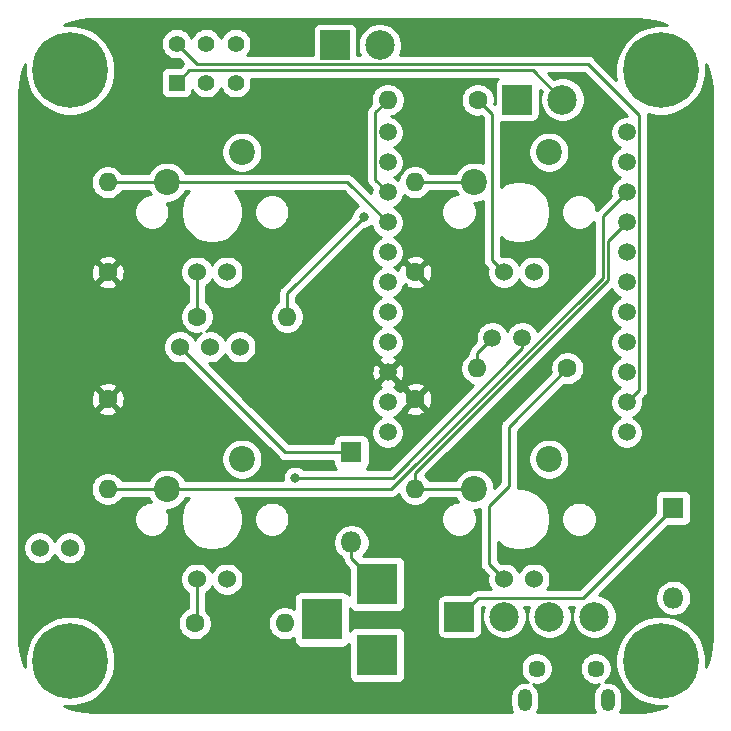
<source format=gbr>
%TF.GenerationSoftware,KiCad,Pcbnew,5.1.6-c6e7f7d~87~ubuntu18.04.1*%
%TF.CreationDate,2020-08-14T14:10:33+02:00*%
%TF.ProjectId,BikeCommunicator,42696b65-436f-46d6-9d75-6e696361746f,rev?*%
%TF.SameCoordinates,Original*%
%TF.FileFunction,Copper,L1,Top*%
%TF.FilePolarity,Positive*%
%FSLAX46Y46*%
G04 Gerber Fmt 4.6, Leading zero omitted, Abs format (unit mm)*
G04 Created by KiCad (PCBNEW 5.1.6-c6e7f7d~87~ubuntu18.04.1) date 2020-08-14 14:10:33*
%MOMM*%
%LPD*%
G01*
G04 APERTURE LIST*
%TA.AperFunction,ComponentPad*%
%ADD10C,1.500000*%
%TD*%
%TA.AperFunction,ComponentPad*%
%ADD11R,3.500000X3.500000*%
%TD*%
%TA.AperFunction,ComponentPad*%
%ADD12C,0.800000*%
%TD*%
%TA.AperFunction,ComponentPad*%
%ADD13C,6.400000*%
%TD*%
%TA.AperFunction,ComponentPad*%
%ADD14O,1.800000X1.800000*%
%TD*%
%TA.AperFunction,ComponentPad*%
%ADD15R,1.800000X1.800000*%
%TD*%
%TA.AperFunction,ComponentPad*%
%ADD16C,2.499360*%
%TD*%
%TA.AperFunction,ComponentPad*%
%ADD17R,2.499360X2.499360*%
%TD*%
%TA.AperFunction,ComponentPad*%
%ADD18C,1.400000*%
%TD*%
%TA.AperFunction,ComponentPad*%
%ADD19R,1.400000X1.400000*%
%TD*%
%TA.AperFunction,ComponentPad*%
%ADD20O,1.200000X1.900000*%
%TD*%
%TA.AperFunction,ComponentPad*%
%ADD21C,1.450000*%
%TD*%
%TA.AperFunction,ComponentPad*%
%ADD22C,1.524000*%
%TD*%
%TA.AperFunction,ComponentPad*%
%ADD23C,2.200000*%
%TD*%
%TA.AperFunction,ComponentPad*%
%ADD24O,1.600000X1.600000*%
%TD*%
%TA.AperFunction,ComponentPad*%
%ADD25C,1.600000*%
%TD*%
%TA.AperFunction,ViaPad*%
%ADD26C,0.800000*%
%TD*%
%TA.AperFunction,Conductor*%
%ADD27C,0.250000*%
%TD*%
%TA.AperFunction,Conductor*%
%ADD28C,0.254000*%
%TD*%
G04 APERTURE END LIST*
D10*
%TO.P,U2,24*%
%TO.N,/LED3*%
X133270000Y-87651000D03*
%TO.P,U2,23*%
%TO.N,/LED4*%
X130730000Y-87651000D03*
%TO.P,U2,11*%
%TO.N,Net-(U2-Pad11)*%
X121890000Y-70252000D03*
%TO.P,U2,12*%
%TO.N,Net-(U2-Pad12)*%
X142110000Y-70252000D03*
%TO.P,U2,10*%
%TO.N,/LED1*%
X121890000Y-72792000D03*
%TO.P,U2,13*%
%TO.N,/BTN2*%
X142110000Y-72792000D03*
%TO.P,U2,9*%
%TO.N,/LED2*%
X121890000Y-75332000D03*
%TO.P,U2,14*%
%TO.N,/BTN3*%
X142110000Y-75332000D03*
%TO.P,U2,8*%
%TO.N,/BTN1*%
X121890000Y-77872000D03*
%TO.P,U2,15*%
%TO.N,/BTN4*%
X142110000Y-77872000D03*
%TO.P,U2,7*%
%TO.N,Net-(U2-Pad7)*%
X121890000Y-80412000D03*
%TO.P,U2,16*%
%TO.N,Net-(U2-Pad16)*%
X142110000Y-80412000D03*
%TO.P,U2,6*%
%TO.N,Net-(U2-Pad6)*%
X121890000Y-82952000D03*
%TO.P,U2,17*%
%TO.N,Net-(U2-Pad17)*%
X142110000Y-82952000D03*
%TO.P,U2,5*%
%TO.N,-BATT*%
X121890000Y-85492000D03*
%TO.P,U2,18*%
%TO.N,Net-(U2-Pad18)*%
X142110000Y-85492000D03*
%TO.P,U2,4*%
%TO.N,Net-(U2-Pad4)*%
X121890000Y-88032000D03*
%TO.P,U2,19*%
%TO.N,Net-(U2-Pad19)*%
X142110000Y-88032000D03*
%TO.P,U2,3*%
%TO.N,+3V3*%
X121890000Y-90572000D03*
%TO.P,U2,20*%
%TO.N,Net-(U2-Pad20)*%
X142110000Y-90572000D03*
%TO.P,U2,2*%
%TO.N,Net-(U2-Pad2)*%
X121890000Y-93112000D03*
%TO.P,U2,21*%
%TO.N,+5V*%
X142110000Y-93112000D03*
%TO.P,U2,1*%
%TO.N,-BATT*%
X121890000Y-95652000D03*
%TO.P,U2,22*%
X142110000Y-95652000D03*
%TD*%
D11*
%TO.P,J1,3*%
%TO.N,Net-(J1-Pad3)*%
X116300000Y-111500000D03*
%TO.P,J1,2*%
%TO.N,-BATT*%
X121000000Y-114500000D03*
%TO.P,J1,1*%
%TO.N,Net-(D1-Pad2)*%
X121000000Y-108500000D03*
%TD*%
D12*
%TO.P,H4,1*%
%TO.N,-BATT*%
X146697056Y-113302944D03*
X145000000Y-112600000D03*
X143302944Y-113302944D03*
X142600000Y-115000000D03*
X143302944Y-116697056D03*
X145000000Y-117400000D03*
X146697056Y-116697056D03*
X147400000Y-115000000D03*
D13*
X145000000Y-115000000D03*
%TD*%
D12*
%TO.P,H3,1*%
%TO.N,-BATT*%
X96697056Y-113302944D03*
X95000000Y-112600000D03*
X93302944Y-113302944D03*
X92600000Y-115000000D03*
X93302944Y-116697056D03*
X95000000Y-117400000D03*
X96697056Y-116697056D03*
X97400000Y-115000000D03*
D13*
X95000000Y-115000000D03*
%TD*%
D12*
%TO.P,H2,1*%
%TO.N,-BATT*%
X146697056Y-63302944D03*
X145000000Y-62600000D03*
X143302944Y-63302944D03*
X142600000Y-65000000D03*
X143302944Y-66697056D03*
X145000000Y-67400000D03*
X146697056Y-66697056D03*
X147400000Y-65000000D03*
D13*
X145000000Y-65000000D03*
%TD*%
D12*
%TO.P,H1,1*%
%TO.N,-BATT*%
X96697056Y-63302944D03*
X95000000Y-62600000D03*
X93302944Y-63302944D03*
X92600000Y-65000000D03*
X93302944Y-66697056D03*
X95000000Y-67400000D03*
X96697056Y-66697056D03*
X97400000Y-65000000D03*
D13*
X95000000Y-65000000D03*
%TD*%
D14*
%TO.P,D2,2*%
%TO.N,Net-(D2-Pad2)*%
X146062700Y-109664500D03*
D15*
%TO.P,D2,1*%
%TO.N,+5V*%
X146062700Y-102044500D03*
%TD*%
D16*
%TO.P,BT1,1*%
%TO.N,Net-(BT1-Pad1)*%
X121221500Y-62865000D03*
D17*
%TO.P,BT1,2*%
%TO.N,-BATT*%
X117411500Y-62865000D03*
%TD*%
D16*
%TO.P,J4,2*%
%TO.N,+BATT*%
X136664700Y-67475100D03*
D17*
%TO.P,J4,1*%
%TO.N,-BATT*%
X132854700Y-67475100D03*
%TD*%
D16*
%TO.P,J3,4*%
%TO.N,-BATT*%
X139382500Y-111252000D03*
%TO.P,J3,3*%
%TO.N,/USBD-*%
X135572500Y-111252000D03*
%TO.P,J3,2*%
%TO.N,/USBD+*%
X131762500Y-111252000D03*
D17*
%TO.P,J3,1*%
%TO.N,+5V*%
X127952500Y-111252000D03*
%TD*%
D18*
%TO.P,SW5,6*%
%TO.N,Net-(SW5-Pad6)*%
X109013000Y-62740000D03*
%TO.P,SW5,5*%
%TO.N,Net-(SW5-Pad5)*%
X106513000Y-62740000D03*
%TO.P,SW5,4*%
%TO.N,+5V*%
X104013000Y-62740000D03*
%TO.P,SW5,3*%
%TO.N,Net-(SW5-Pad3)*%
X109013000Y-66040000D03*
%TO.P,SW5,2*%
%TO.N,Net-(BT1-Pad1)*%
X106513000Y-66040000D03*
D19*
%TO.P,SW5,1*%
%TO.N,+BATT*%
X104013000Y-66040000D03*
%TD*%
D20*
%TO.P,J2,6*%
%TO.N,-BATT*%
X133500000Y-118350000D03*
X140500000Y-118350000D03*
D21*
X134500000Y-115650000D03*
X139500000Y-115650000D03*
%TD*%
D14*
%TO.P,D1,2*%
%TO.N,Net-(D1-Pad2)*%
X118808500Y-104965500D03*
D15*
%TO.P,D1,1*%
%TO.N,+12V*%
X118808500Y-97345500D03*
%TD*%
D22*
%TO.P,SW4,4*%
%TO.N,Net-(R6-Pad1)*%
X131730000Y-108080000D03*
%TO.P,SW4,3*%
%TO.N,-BATT*%
X134270000Y-108080000D03*
D23*
%TO.P,SW4,2*%
%TO.N,/BTN4*%
X129190000Y-100460000D03*
%TO.P,SW4,1*%
%TO.N,-BATT*%
X135540000Y-97920000D03*
%TD*%
D22*
%TO.P,SW3,4*%
%TO.N,Net-(R5-Pad1)*%
X105730000Y-108080000D03*
%TO.P,SW3,3*%
%TO.N,-BATT*%
X108270000Y-108080000D03*
D23*
%TO.P,SW3,2*%
%TO.N,/BTN3*%
X103190000Y-100460000D03*
%TO.P,SW3,1*%
%TO.N,-BATT*%
X109540000Y-97920000D03*
%TD*%
D22*
%TO.P,SW2,4*%
%TO.N,Net-(R2-Pad1)*%
X131730000Y-82080000D03*
%TO.P,SW2,3*%
%TO.N,-BATT*%
X134270000Y-82080000D03*
D23*
%TO.P,SW2,2*%
%TO.N,/BTN2*%
X129190000Y-74460000D03*
%TO.P,SW2,1*%
%TO.N,-BATT*%
X135540000Y-71920000D03*
%TD*%
D22*
%TO.P,SW1,4*%
%TO.N,Net-(R1-Pad1)*%
X105730000Y-82080000D03*
%TO.P,SW1,3*%
%TO.N,-BATT*%
X108270000Y-82080000D03*
D23*
%TO.P,SW1,2*%
%TO.N,/BTN1*%
X103190000Y-74460000D03*
%TO.P,SW1,1*%
%TO.N,-BATT*%
X109540000Y-71920000D03*
%TD*%
D22*
%TO.P,U1,5*%
%TO.N,-BATT*%
X94946500Y-105434500D03*
%TO.P,U1,4*%
%TO.N,Net-(SW5-Pad5)*%
X92406500Y-105434500D03*
%TO.P,U1,3*%
%TO.N,Net-(U1-Pad3)*%
X109371500Y-88419500D03*
%TO.P,U1,2*%
%TO.N,-BATT*%
X106831500Y-88419500D03*
%TO.P,U1,1*%
%TO.N,+12V*%
X104291500Y-88419500D03*
%TD*%
D24*
%TO.P,R8,2*%
%TO.N,/BTN4*%
X124206000Y-100457000D03*
D25*
%TO.P,R8,1*%
%TO.N,+3V3*%
X124206000Y-92837000D03*
%TD*%
D24*
%TO.P,R7,2*%
%TO.N,/BTN3*%
X98171000Y-100457000D03*
D25*
%TO.P,R7,1*%
%TO.N,+3V3*%
X98171000Y-92837000D03*
%TD*%
D24*
%TO.P,R6,2*%
%TO.N,/LED4*%
X129476500Y-90233500D03*
D25*
%TO.P,R6,1*%
%TO.N,Net-(R6-Pad1)*%
X137096500Y-90233500D03*
%TD*%
D24*
%TO.P,R5,2*%
%TO.N,/LED3*%
X113157000Y-111823500D03*
D25*
%TO.P,R5,1*%
%TO.N,Net-(R5-Pad1)*%
X105537000Y-111823500D03*
%TD*%
D24*
%TO.P,R4,2*%
%TO.N,/BTN2*%
X124206000Y-74485500D03*
D25*
%TO.P,R4,1*%
%TO.N,+3V3*%
X124206000Y-82105500D03*
%TD*%
D24*
%TO.P,R3,2*%
%TO.N,/BTN1*%
X98171000Y-74485500D03*
D25*
%TO.P,R3,1*%
%TO.N,+3V3*%
X98171000Y-82105500D03*
%TD*%
D24*
%TO.P,R2,2*%
%TO.N,/LED2*%
X121880000Y-67500000D03*
D25*
%TO.P,R2,1*%
%TO.N,Net-(R2-Pad1)*%
X129500000Y-67500000D03*
%TD*%
D24*
%TO.P,R1,2*%
%TO.N,/LED1*%
X113347500Y-85852000D03*
D25*
%TO.P,R1,1*%
%TO.N,Net-(R1-Pad1)*%
X105727500Y-85852000D03*
%TD*%
D26*
%TO.N,/LED1*%
X119837200Y-77393800D03*
%TO.N,/LED3*%
X114046000Y-99504500D03*
%TD*%
D27*
%TO.N,/LED1*%
X113347500Y-83883500D02*
X113347500Y-85852000D01*
X119837200Y-77393800D02*
X113347500Y-83883500D01*
%TO.N,Net-(R1-Pad1)*%
X105727500Y-82082500D02*
X105730000Y-82080000D01*
X105727500Y-85852000D02*
X105727500Y-82082500D01*
%TO.N,/LED2*%
X120814999Y-74256999D02*
X121890000Y-75332000D01*
X120814999Y-68565001D02*
X120814999Y-74256999D01*
X121880000Y-67500000D02*
X120814999Y-68565001D01*
%TO.N,Net-(R2-Pad1)*%
X130674999Y-68674999D02*
X130674999Y-81024999D01*
X130674999Y-81024999D02*
X131730000Y-82080000D01*
X129500000Y-67500000D02*
X130674999Y-68674999D01*
%TO.N,/BTN1*%
X103164500Y-74485500D02*
X103190000Y-74460000D01*
X98171000Y-74485500D02*
X103164500Y-74485500D01*
X118478000Y-74460000D02*
X121890000Y-77872000D01*
X103190000Y-74460000D02*
X118478000Y-74460000D01*
%TO.N,/BTN2*%
X129164500Y-74485500D02*
X129190000Y-74460000D01*
X124206000Y-74485500D02*
X129164500Y-74485500D01*
%TO.N,/LED3*%
X122315002Y-99504500D02*
X114046000Y-99504500D01*
X133270000Y-88549502D02*
X122315002Y-99504500D01*
X133270000Y-88549502D02*
X133270000Y-87651000D01*
%TO.N,Net-(R5-Pad1)*%
X105730000Y-111630500D02*
X105537000Y-111823500D01*
X105730000Y-108080000D02*
X105730000Y-111630500D01*
%TO.N,/LED4*%
X129476500Y-88904500D02*
X130730000Y-87651000D01*
X129476500Y-90233500D02*
X129476500Y-88904500D01*
%TO.N,Net-(R6-Pad1)*%
X137096500Y-90233500D02*
X132143500Y-95186500D01*
X132143500Y-95186500D02*
X132143500Y-100203000D01*
X132143500Y-100203000D02*
X130429000Y-101917500D01*
X130429000Y-106779000D02*
X131730000Y-108080000D01*
X130429000Y-101917500D02*
X130429000Y-106779000D01*
%TO.N,/BTN3*%
X103187000Y-100457000D02*
X103190000Y-100460000D01*
X98171000Y-100457000D02*
X103187000Y-100457000D01*
X103190000Y-100460000D02*
X122171000Y-100460000D01*
X122171000Y-100460000D02*
X140081000Y-82550000D01*
X140081000Y-77361000D02*
X142110000Y-75332000D01*
X140081000Y-82550000D02*
X140081000Y-77361000D01*
%TO.N,/BTN4*%
X129187000Y-100457000D02*
X129190000Y-100460000D01*
X124206000Y-100457000D02*
X129187000Y-100457000D01*
X140531009Y-79450991D02*
X140531009Y-82736401D01*
X142110000Y-77872000D02*
X140531009Y-79450991D01*
X124206000Y-99061410D02*
X124206000Y-100457000D01*
X140531009Y-82736401D02*
X124206000Y-99061410D01*
%TO.N,+12V*%
X113217500Y-97345500D02*
X118808500Y-97345500D01*
X104291500Y-88419500D02*
X113217500Y-97345500D01*
%TO.N,+5V*%
X138429881Y-109677319D02*
X146062700Y-102044500D01*
X129527181Y-109677319D02*
X138429881Y-109677319D01*
X127952500Y-111252000D02*
X129527181Y-109677319D01*
X105725500Y-64452500D02*
X138811000Y-64452500D01*
X104013000Y-62740000D02*
X105725500Y-64452500D01*
X143185001Y-68826501D02*
X138811000Y-64452500D01*
X143185001Y-92036999D02*
X143185001Y-68826501D01*
X142110000Y-93112000D02*
X143185001Y-92036999D01*
%TO.N,Net-(D1-Pad2)*%
X118808500Y-106308500D02*
X121000000Y-108500000D01*
X118808500Y-104965500D02*
X118808500Y-106308500D01*
%TO.N,+BATT*%
X105086991Y-64966009D02*
X104013000Y-66040000D01*
X134155609Y-64966009D02*
X105086991Y-64966009D01*
X136664700Y-67475100D02*
X134155609Y-64966009D01*
%TD*%
D28*
%TO.N,+3V3*%
G36*
X143936842Y-60731439D02*
G01*
X144853106Y-60938769D01*
X145494695Y-61188269D01*
X145377715Y-61165000D01*
X144622285Y-61165000D01*
X143881372Y-61312377D01*
X143183446Y-61601467D01*
X142555330Y-62021161D01*
X142021161Y-62555330D01*
X141601467Y-63183446D01*
X141312377Y-63881372D01*
X141165000Y-64622285D01*
X141165000Y-65377715D01*
X141252895Y-65819594D01*
X139374804Y-63941503D01*
X139351001Y-63912499D01*
X139235276Y-63817526D01*
X139103247Y-63746954D01*
X138959986Y-63703497D01*
X138848333Y-63692500D01*
X138848322Y-63692500D01*
X138811000Y-63688824D01*
X138773678Y-63692500D01*
X122918702Y-63692500D01*
X123033753Y-63414741D01*
X123106180Y-63050625D01*
X123106180Y-62679375D01*
X123033753Y-62315259D01*
X122891682Y-61972269D01*
X122685426Y-61663587D01*
X122422913Y-61401074D01*
X122114231Y-61194818D01*
X121771241Y-61052747D01*
X121407125Y-60980320D01*
X121035875Y-60980320D01*
X120671759Y-61052747D01*
X120328769Y-61194818D01*
X120020087Y-61401074D01*
X119757574Y-61663587D01*
X119551318Y-61972269D01*
X119409247Y-62315259D01*
X119336820Y-62679375D01*
X119336820Y-63050625D01*
X119409247Y-63414741D01*
X119524298Y-63692500D01*
X119299252Y-63692500D01*
X119299252Y-61615320D01*
X119286992Y-61490838D01*
X119250682Y-61371140D01*
X119191717Y-61260826D01*
X119112365Y-61164135D01*
X119015674Y-61084783D01*
X118905360Y-61025818D01*
X118785662Y-60989508D01*
X118661180Y-60977248D01*
X116161820Y-60977248D01*
X116037338Y-60989508D01*
X115917640Y-61025818D01*
X115807326Y-61084783D01*
X115710635Y-61164135D01*
X115631283Y-61260826D01*
X115572318Y-61371140D01*
X115536008Y-61490838D01*
X115523748Y-61615320D01*
X115523748Y-63692500D01*
X109948475Y-63692500D01*
X110049962Y-63591013D01*
X110196061Y-63372359D01*
X110296696Y-63129405D01*
X110348000Y-62871486D01*
X110348000Y-62608514D01*
X110296696Y-62350595D01*
X110196061Y-62107641D01*
X110049962Y-61888987D01*
X109864013Y-61703038D01*
X109645359Y-61556939D01*
X109402405Y-61456304D01*
X109144486Y-61405000D01*
X108881514Y-61405000D01*
X108623595Y-61456304D01*
X108380641Y-61556939D01*
X108161987Y-61703038D01*
X107976038Y-61888987D01*
X107829939Y-62107641D01*
X107763000Y-62269246D01*
X107696061Y-62107641D01*
X107549962Y-61888987D01*
X107364013Y-61703038D01*
X107145359Y-61556939D01*
X106902405Y-61456304D01*
X106644486Y-61405000D01*
X106381514Y-61405000D01*
X106123595Y-61456304D01*
X105880641Y-61556939D01*
X105661987Y-61703038D01*
X105476038Y-61888987D01*
X105329939Y-62107641D01*
X105263000Y-62269246D01*
X105196061Y-62107641D01*
X105049962Y-61888987D01*
X104864013Y-61703038D01*
X104645359Y-61556939D01*
X104402405Y-61456304D01*
X104144486Y-61405000D01*
X103881514Y-61405000D01*
X103623595Y-61456304D01*
X103380641Y-61556939D01*
X103161987Y-61703038D01*
X102976038Y-61888987D01*
X102829939Y-62107641D01*
X102729304Y-62350595D01*
X102678000Y-62608514D01*
X102678000Y-62871486D01*
X102729304Y-63129405D01*
X102829939Y-63372359D01*
X102976038Y-63591013D01*
X103161987Y-63776962D01*
X103380641Y-63923061D01*
X103623595Y-64023696D01*
X103881514Y-64075000D01*
X104144486Y-64075000D01*
X104251844Y-64053645D01*
X104589401Y-64391202D01*
X104546990Y-64426008D01*
X104523192Y-64455006D01*
X104276270Y-64701928D01*
X103313000Y-64701928D01*
X103188518Y-64714188D01*
X103068820Y-64750498D01*
X102958506Y-64809463D01*
X102861815Y-64888815D01*
X102782463Y-64985506D01*
X102723498Y-65095820D01*
X102687188Y-65215518D01*
X102674928Y-65340000D01*
X102674928Y-66740000D01*
X102687188Y-66864482D01*
X102723498Y-66984180D01*
X102782463Y-67094494D01*
X102861815Y-67191185D01*
X102958506Y-67270537D01*
X103068820Y-67329502D01*
X103188518Y-67365812D01*
X103313000Y-67378072D01*
X104713000Y-67378072D01*
X104837482Y-67365812D01*
X104957180Y-67329502D01*
X105067494Y-67270537D01*
X105164185Y-67191185D01*
X105243537Y-67094494D01*
X105302502Y-66984180D01*
X105338812Y-66864482D01*
X105351072Y-66740000D01*
X105351072Y-66703987D01*
X105476038Y-66891013D01*
X105661987Y-67076962D01*
X105880641Y-67223061D01*
X106123595Y-67323696D01*
X106381514Y-67375000D01*
X106644486Y-67375000D01*
X106902405Y-67323696D01*
X107145359Y-67223061D01*
X107364013Y-67076962D01*
X107549962Y-66891013D01*
X107696061Y-66672359D01*
X107763000Y-66510754D01*
X107829939Y-66672359D01*
X107976038Y-66891013D01*
X108161987Y-67076962D01*
X108380641Y-67223061D01*
X108623595Y-67323696D01*
X108881514Y-67375000D01*
X109144486Y-67375000D01*
X109402405Y-67323696D01*
X109645359Y-67223061D01*
X109864013Y-67076962D01*
X110049962Y-66891013D01*
X110196061Y-66672359D01*
X110296696Y-66429405D01*
X110348000Y-66171486D01*
X110348000Y-65908514D01*
X110311697Y-65726009D01*
X131212599Y-65726009D01*
X131153835Y-65774235D01*
X131074483Y-65870926D01*
X131015518Y-65981240D01*
X130979208Y-66100938D01*
X130966948Y-66225420D01*
X130966948Y-67892146D01*
X130898688Y-67823886D01*
X130935000Y-67641335D01*
X130935000Y-67358665D01*
X130879853Y-67081426D01*
X130771680Y-66820273D01*
X130614637Y-66585241D01*
X130414759Y-66385363D01*
X130179727Y-66228320D01*
X129918574Y-66120147D01*
X129641335Y-66065000D01*
X129358665Y-66065000D01*
X129081426Y-66120147D01*
X128820273Y-66228320D01*
X128585241Y-66385363D01*
X128385363Y-66585241D01*
X128228320Y-66820273D01*
X128120147Y-67081426D01*
X128065000Y-67358665D01*
X128065000Y-67641335D01*
X128120147Y-67918574D01*
X128228320Y-68179727D01*
X128385363Y-68414759D01*
X128585241Y-68614637D01*
X128820273Y-68771680D01*
X129081426Y-68879853D01*
X129358665Y-68935000D01*
X129641335Y-68935000D01*
X129823886Y-68898688D01*
X129914999Y-68989801D01*
X129914999Y-72882354D01*
X129696081Y-72791675D01*
X129360883Y-72725000D01*
X129019117Y-72725000D01*
X128683919Y-72791675D01*
X128368169Y-72922463D01*
X128084002Y-73112337D01*
X127842337Y-73354002D01*
X127652463Y-73638169D01*
X127616289Y-73725500D01*
X125424043Y-73725500D01*
X125320637Y-73570741D01*
X125120759Y-73370863D01*
X124885727Y-73213820D01*
X124624574Y-73105647D01*
X124347335Y-73050500D01*
X124064665Y-73050500D01*
X123787426Y-73105647D01*
X123526273Y-73213820D01*
X123291241Y-73370863D01*
X123091363Y-73570741D01*
X122934320Y-73805773D01*
X122826147Y-74066926D01*
X122785907Y-74269222D01*
X122772886Y-74256201D01*
X122546043Y-74104629D01*
X122443127Y-74062000D01*
X122546043Y-74019371D01*
X122772886Y-73867799D01*
X122965799Y-73674886D01*
X123117371Y-73448043D01*
X123221775Y-73195989D01*
X123275000Y-72928411D01*
X123275000Y-72655589D01*
X123221775Y-72388011D01*
X123117371Y-72135957D01*
X122965799Y-71909114D01*
X122772886Y-71716201D01*
X122546043Y-71564629D01*
X122443127Y-71522000D01*
X122546043Y-71479371D01*
X122772886Y-71327799D01*
X122965799Y-71134886D01*
X123117371Y-70908043D01*
X123221775Y-70655989D01*
X123275000Y-70388411D01*
X123275000Y-70115589D01*
X123221775Y-69848011D01*
X123117371Y-69595957D01*
X122965799Y-69369114D01*
X122772886Y-69176201D01*
X122546043Y-69024629D01*
X122293989Y-68920225D01*
X122194801Y-68900495D01*
X122298574Y-68879853D01*
X122559727Y-68771680D01*
X122794759Y-68614637D01*
X122994637Y-68414759D01*
X123151680Y-68179727D01*
X123259853Y-67918574D01*
X123315000Y-67641335D01*
X123315000Y-67358665D01*
X123259853Y-67081426D01*
X123151680Y-66820273D01*
X122994637Y-66585241D01*
X122794759Y-66385363D01*
X122559727Y-66228320D01*
X122298574Y-66120147D01*
X122021335Y-66065000D01*
X121738665Y-66065000D01*
X121461426Y-66120147D01*
X121200273Y-66228320D01*
X120965241Y-66385363D01*
X120765363Y-66585241D01*
X120608320Y-66820273D01*
X120500147Y-67081426D01*
X120445000Y-67358665D01*
X120445000Y-67641335D01*
X120481312Y-67823887D01*
X120304001Y-68001197D01*
X120274998Y-68025000D01*
X120219870Y-68092175D01*
X120180025Y-68140725D01*
X120121229Y-68250724D01*
X120109453Y-68272755D01*
X120065996Y-68416016D01*
X120054999Y-68527669D01*
X120054999Y-68527679D01*
X120051323Y-68565001D01*
X120054999Y-68602324D01*
X120055000Y-74219667D01*
X120051323Y-74256999D01*
X120065997Y-74405984D01*
X120109453Y-74549245D01*
X120180025Y-74681275D01*
X120238270Y-74752246D01*
X120274999Y-74797000D01*
X120303997Y-74820798D01*
X120533833Y-75050635D01*
X120505000Y-75195589D01*
X120505000Y-75412199D01*
X119041804Y-73949003D01*
X119018001Y-73919999D01*
X118902276Y-73825026D01*
X118770247Y-73754454D01*
X118626986Y-73710997D01*
X118515333Y-73700000D01*
X118515322Y-73700000D01*
X118478000Y-73696324D01*
X118440678Y-73700000D01*
X104753148Y-73700000D01*
X104727537Y-73638169D01*
X104537663Y-73354002D01*
X104295998Y-73112337D01*
X104011831Y-72922463D01*
X103696081Y-72791675D01*
X103360883Y-72725000D01*
X103019117Y-72725000D01*
X102683919Y-72791675D01*
X102368169Y-72922463D01*
X102084002Y-73112337D01*
X101842337Y-73354002D01*
X101652463Y-73638169D01*
X101616289Y-73725500D01*
X99389043Y-73725500D01*
X99285637Y-73570741D01*
X99085759Y-73370863D01*
X98850727Y-73213820D01*
X98589574Y-73105647D01*
X98312335Y-73050500D01*
X98029665Y-73050500D01*
X97752426Y-73105647D01*
X97491273Y-73213820D01*
X97256241Y-73370863D01*
X97056363Y-73570741D01*
X96899320Y-73805773D01*
X96791147Y-74066926D01*
X96736000Y-74344165D01*
X96736000Y-74626835D01*
X96791147Y-74904074D01*
X96899320Y-75165227D01*
X97056363Y-75400259D01*
X97256241Y-75600137D01*
X97491273Y-75757180D01*
X97752426Y-75865353D01*
X98029665Y-75920500D01*
X98312335Y-75920500D01*
X98589574Y-75865353D01*
X98850727Y-75757180D01*
X99085759Y-75600137D01*
X99285637Y-75400259D01*
X99389043Y-75245500D01*
X101637414Y-75245500D01*
X101652463Y-75281831D01*
X101808261Y-75515000D01*
X101773740Y-75515000D01*
X101486842Y-75572068D01*
X101216589Y-75684010D01*
X100973368Y-75846525D01*
X100766525Y-76053368D01*
X100604010Y-76296589D01*
X100492068Y-76566842D01*
X100435000Y-76853740D01*
X100435000Y-77146260D01*
X100492068Y-77433158D01*
X100604010Y-77703411D01*
X100766525Y-77946632D01*
X100973368Y-78153475D01*
X101216589Y-78315990D01*
X101486842Y-78427932D01*
X101773740Y-78485000D01*
X102066260Y-78485000D01*
X102353158Y-78427932D01*
X102623411Y-78315990D01*
X102866632Y-78153475D01*
X103073475Y-77946632D01*
X103235990Y-77703411D01*
X103347932Y-77433158D01*
X103405000Y-77146260D01*
X103405000Y-76853740D01*
X103347932Y-76566842D01*
X103235990Y-76296589D01*
X103168110Y-76195000D01*
X103360883Y-76195000D01*
X103696081Y-76128325D01*
X104011831Y-75997537D01*
X104295998Y-75807663D01*
X104537663Y-75565998D01*
X104727537Y-75281831D01*
X104753148Y-75220000D01*
X105053547Y-75220000D01*
X104953262Y-75320285D01*
X104664893Y-75751859D01*
X104466261Y-76231399D01*
X104365000Y-76740475D01*
X104365000Y-77259525D01*
X104466261Y-77768601D01*
X104664893Y-78248141D01*
X104953262Y-78679715D01*
X105320285Y-79046738D01*
X105751859Y-79335107D01*
X106231399Y-79533739D01*
X106740475Y-79635000D01*
X107259525Y-79635000D01*
X107768601Y-79533739D01*
X108248141Y-79335107D01*
X108679715Y-79046738D01*
X109046738Y-78679715D01*
X109335107Y-78248141D01*
X109533739Y-77768601D01*
X109635000Y-77259525D01*
X109635000Y-76853740D01*
X110595000Y-76853740D01*
X110595000Y-77146260D01*
X110652068Y-77433158D01*
X110764010Y-77703411D01*
X110926525Y-77946632D01*
X111133368Y-78153475D01*
X111376589Y-78315990D01*
X111646842Y-78427932D01*
X111933740Y-78485000D01*
X112226260Y-78485000D01*
X112513158Y-78427932D01*
X112783411Y-78315990D01*
X113026632Y-78153475D01*
X113233475Y-77946632D01*
X113395990Y-77703411D01*
X113507932Y-77433158D01*
X113565000Y-77146260D01*
X113565000Y-76853740D01*
X113507932Y-76566842D01*
X113395990Y-76296589D01*
X113233475Y-76053368D01*
X113026632Y-75846525D01*
X112783411Y-75684010D01*
X112513158Y-75572068D01*
X112226260Y-75515000D01*
X111933740Y-75515000D01*
X111646842Y-75572068D01*
X111376589Y-75684010D01*
X111133368Y-75846525D01*
X110926525Y-76053368D01*
X110764010Y-76296589D01*
X110652068Y-76566842D01*
X110595000Y-76853740D01*
X109635000Y-76853740D01*
X109635000Y-76740475D01*
X109533739Y-76231399D01*
X109335107Y-75751859D01*
X109046738Y-75320285D01*
X108946453Y-75220000D01*
X118163199Y-75220000D01*
X119398456Y-76455258D01*
X119346944Y-76476595D01*
X119177426Y-76589863D01*
X119033263Y-76734026D01*
X118919995Y-76903544D01*
X118841974Y-77091902D01*
X118802200Y-77291861D01*
X118802200Y-77353998D01*
X112836503Y-83319696D01*
X112807499Y-83343499D01*
X112753660Y-83409103D01*
X112712526Y-83459224D01*
X112673733Y-83531800D01*
X112641954Y-83591254D01*
X112598497Y-83734515D01*
X112587500Y-83846168D01*
X112587500Y-83846178D01*
X112583824Y-83883500D01*
X112587500Y-83920823D01*
X112587500Y-84633956D01*
X112432741Y-84737363D01*
X112232863Y-84937241D01*
X112075820Y-85172273D01*
X111967647Y-85433426D01*
X111912500Y-85710665D01*
X111912500Y-85993335D01*
X111967647Y-86270574D01*
X112075820Y-86531727D01*
X112232863Y-86766759D01*
X112432741Y-86966637D01*
X112667773Y-87123680D01*
X112928926Y-87231853D01*
X113206165Y-87287000D01*
X113488835Y-87287000D01*
X113766074Y-87231853D01*
X114027227Y-87123680D01*
X114262259Y-86966637D01*
X114462137Y-86766759D01*
X114619180Y-86531727D01*
X114727353Y-86270574D01*
X114782500Y-85993335D01*
X114782500Y-85710665D01*
X114727353Y-85433426D01*
X114619180Y-85172273D01*
X114462137Y-84937241D01*
X114262259Y-84737363D01*
X114107500Y-84633957D01*
X114107500Y-84198301D01*
X119877002Y-78428800D01*
X119939139Y-78428800D01*
X120139098Y-78389026D01*
X120327456Y-78311005D01*
X120496974Y-78197737D01*
X120535080Y-78159631D01*
X120558225Y-78275989D01*
X120662629Y-78528043D01*
X120814201Y-78754886D01*
X121007114Y-78947799D01*
X121233957Y-79099371D01*
X121336873Y-79142000D01*
X121233957Y-79184629D01*
X121007114Y-79336201D01*
X120814201Y-79529114D01*
X120662629Y-79755957D01*
X120558225Y-80008011D01*
X120505000Y-80275589D01*
X120505000Y-80548411D01*
X120558225Y-80815989D01*
X120662629Y-81068043D01*
X120814201Y-81294886D01*
X121007114Y-81487799D01*
X121233957Y-81639371D01*
X121336873Y-81682000D01*
X121233957Y-81724629D01*
X121007114Y-81876201D01*
X120814201Y-82069114D01*
X120662629Y-82295957D01*
X120558225Y-82548011D01*
X120505000Y-82815589D01*
X120505000Y-83088411D01*
X120558225Y-83355989D01*
X120662629Y-83608043D01*
X120814201Y-83834886D01*
X121007114Y-84027799D01*
X121233957Y-84179371D01*
X121336873Y-84222000D01*
X121233957Y-84264629D01*
X121007114Y-84416201D01*
X120814201Y-84609114D01*
X120662629Y-84835957D01*
X120558225Y-85088011D01*
X120505000Y-85355589D01*
X120505000Y-85628411D01*
X120558225Y-85895989D01*
X120662629Y-86148043D01*
X120814201Y-86374886D01*
X121007114Y-86567799D01*
X121233957Y-86719371D01*
X121336873Y-86762000D01*
X121233957Y-86804629D01*
X121007114Y-86956201D01*
X120814201Y-87149114D01*
X120662629Y-87375957D01*
X120558225Y-87628011D01*
X120505000Y-87895589D01*
X120505000Y-88168411D01*
X120558225Y-88435989D01*
X120662629Y-88688043D01*
X120814201Y-88914886D01*
X121007114Y-89107799D01*
X121233957Y-89259371D01*
X121333279Y-89300511D01*
X121291168Y-89315723D01*
X121178137Y-89376140D01*
X121112612Y-89615007D01*
X121890000Y-90392395D01*
X122667388Y-89615007D01*
X122601863Y-89376140D01*
X122443523Y-89301836D01*
X122546043Y-89259371D01*
X122772886Y-89107799D01*
X122965799Y-88914886D01*
X123117371Y-88688043D01*
X123221775Y-88435989D01*
X123275000Y-88168411D01*
X123275000Y-87895589D01*
X123221775Y-87628011D01*
X123117371Y-87375957D01*
X122965799Y-87149114D01*
X122772886Y-86956201D01*
X122546043Y-86804629D01*
X122443127Y-86762000D01*
X122546043Y-86719371D01*
X122772886Y-86567799D01*
X122965799Y-86374886D01*
X123117371Y-86148043D01*
X123221775Y-85895989D01*
X123275000Y-85628411D01*
X123275000Y-85355589D01*
X123221775Y-85088011D01*
X123117371Y-84835957D01*
X122965799Y-84609114D01*
X122772886Y-84416201D01*
X122546043Y-84264629D01*
X122443127Y-84222000D01*
X122546043Y-84179371D01*
X122772886Y-84027799D01*
X122965799Y-83834886D01*
X123117371Y-83608043D01*
X123221775Y-83355989D01*
X123254355Y-83192202D01*
X123276630Y-83214477D01*
X123392903Y-83098204D01*
X123464486Y-83342171D01*
X123719996Y-83463071D01*
X123994184Y-83531800D01*
X124276512Y-83545717D01*
X124556130Y-83504287D01*
X124822292Y-83409103D01*
X124947514Y-83342171D01*
X125019097Y-83098202D01*
X124206000Y-82285105D01*
X124191858Y-82299248D01*
X124012253Y-82119643D01*
X124026395Y-82105500D01*
X124385605Y-82105500D01*
X125198702Y-82918597D01*
X125442671Y-82847014D01*
X125563571Y-82591504D01*
X125632300Y-82317316D01*
X125646217Y-82034988D01*
X125604787Y-81755370D01*
X125509603Y-81489208D01*
X125442671Y-81363986D01*
X125198702Y-81292403D01*
X124385605Y-82105500D01*
X124026395Y-82105500D01*
X123213298Y-81292403D01*
X122969329Y-81363986D01*
X122848429Y-81619496D01*
X122781838Y-81885153D01*
X122772886Y-81876201D01*
X122546043Y-81724629D01*
X122443127Y-81682000D01*
X122546043Y-81639371D01*
X122772886Y-81487799D01*
X122965799Y-81294886D01*
X123087466Y-81112798D01*
X123392903Y-81112798D01*
X124206000Y-81925895D01*
X125019097Y-81112798D01*
X124947514Y-80868829D01*
X124692004Y-80747929D01*
X124417816Y-80679200D01*
X124135488Y-80665283D01*
X123855870Y-80706713D01*
X123589708Y-80801897D01*
X123464486Y-80868829D01*
X123392903Y-81112798D01*
X123087466Y-81112798D01*
X123117371Y-81068043D01*
X123221775Y-80815989D01*
X123275000Y-80548411D01*
X123275000Y-80275589D01*
X123221775Y-80008011D01*
X123117371Y-79755957D01*
X122965799Y-79529114D01*
X122772886Y-79336201D01*
X122546043Y-79184629D01*
X122443127Y-79142000D01*
X122546043Y-79099371D01*
X122772886Y-78947799D01*
X122965799Y-78754886D01*
X123117371Y-78528043D01*
X123221775Y-78275989D01*
X123275000Y-78008411D01*
X123275000Y-77735589D01*
X123221775Y-77468011D01*
X123117371Y-77215957D01*
X122965799Y-76989114D01*
X122772886Y-76796201D01*
X122546043Y-76644629D01*
X122443127Y-76602000D01*
X122546043Y-76559371D01*
X122772886Y-76407799D01*
X122965799Y-76214886D01*
X123117371Y-75988043D01*
X123221775Y-75735989D01*
X123255840Y-75564736D01*
X123291241Y-75600137D01*
X123526273Y-75757180D01*
X123787426Y-75865353D01*
X124064665Y-75920500D01*
X124347335Y-75920500D01*
X124624574Y-75865353D01*
X124885727Y-75757180D01*
X125120759Y-75600137D01*
X125320637Y-75400259D01*
X125424043Y-75245500D01*
X127637414Y-75245500D01*
X127652463Y-75281831D01*
X127808261Y-75515000D01*
X127773740Y-75515000D01*
X127486842Y-75572068D01*
X127216589Y-75684010D01*
X126973368Y-75846525D01*
X126766525Y-76053368D01*
X126604010Y-76296589D01*
X126492068Y-76566842D01*
X126435000Y-76853740D01*
X126435000Y-77146260D01*
X126492068Y-77433158D01*
X126604010Y-77703411D01*
X126766525Y-77946632D01*
X126973368Y-78153475D01*
X127216589Y-78315990D01*
X127486842Y-78427932D01*
X127773740Y-78485000D01*
X128066260Y-78485000D01*
X128353158Y-78427932D01*
X128623411Y-78315990D01*
X128866632Y-78153475D01*
X129073475Y-77946632D01*
X129235990Y-77703411D01*
X129347932Y-77433158D01*
X129405000Y-77146260D01*
X129405000Y-76853740D01*
X129347932Y-76566842D01*
X129235990Y-76296589D01*
X129168110Y-76195000D01*
X129360883Y-76195000D01*
X129696081Y-76128325D01*
X129915000Y-76037646D01*
X129915000Y-80987667D01*
X129911323Y-81024999D01*
X129915000Y-81062332D01*
X129915563Y-81068043D01*
X129925997Y-81173984D01*
X129969453Y-81317245D01*
X130040025Y-81449275D01*
X130111200Y-81536001D01*
X130134999Y-81565000D01*
X130163997Y-81588798D01*
X130363628Y-81788429D01*
X130333000Y-81942408D01*
X130333000Y-82217592D01*
X130386686Y-82487490D01*
X130491995Y-82741727D01*
X130644880Y-82970535D01*
X130839465Y-83165120D01*
X131068273Y-83318005D01*
X131322510Y-83423314D01*
X131592408Y-83477000D01*
X131867592Y-83477000D01*
X132137490Y-83423314D01*
X132391727Y-83318005D01*
X132620535Y-83165120D01*
X132815120Y-82970535D01*
X132968005Y-82741727D01*
X133000000Y-82664485D01*
X133031995Y-82741727D01*
X133184880Y-82970535D01*
X133379465Y-83165120D01*
X133608273Y-83318005D01*
X133862510Y-83423314D01*
X134132408Y-83477000D01*
X134407592Y-83477000D01*
X134677490Y-83423314D01*
X134931727Y-83318005D01*
X135160535Y-83165120D01*
X135355120Y-82970535D01*
X135508005Y-82741727D01*
X135613314Y-82487490D01*
X135667000Y-82217592D01*
X135667000Y-81942408D01*
X135613314Y-81672510D01*
X135508005Y-81418273D01*
X135355120Y-81189465D01*
X135160535Y-80994880D01*
X134931727Y-80841995D01*
X134677490Y-80736686D01*
X134407592Y-80683000D01*
X134132408Y-80683000D01*
X133862510Y-80736686D01*
X133608273Y-80841995D01*
X133379465Y-80994880D01*
X133184880Y-81189465D01*
X133031995Y-81418273D01*
X133000000Y-81495515D01*
X132968005Y-81418273D01*
X132815120Y-81189465D01*
X132620535Y-80994880D01*
X132391727Y-80841995D01*
X132137490Y-80736686D01*
X131867592Y-80683000D01*
X131592408Y-80683000D01*
X131438429Y-80713628D01*
X131434999Y-80710198D01*
X131434999Y-79123388D01*
X131751859Y-79335107D01*
X132231399Y-79533739D01*
X132740475Y-79635000D01*
X133259525Y-79635000D01*
X133768601Y-79533739D01*
X134248141Y-79335107D01*
X134679715Y-79046738D01*
X135046738Y-78679715D01*
X135335107Y-78248141D01*
X135533739Y-77768601D01*
X135635000Y-77259525D01*
X135635000Y-76740475D01*
X135533739Y-76231399D01*
X135335107Y-75751859D01*
X135046738Y-75320285D01*
X134679715Y-74953262D01*
X134248141Y-74664893D01*
X133768601Y-74466261D01*
X133259525Y-74365000D01*
X132740475Y-74365000D01*
X132231399Y-74466261D01*
X131751859Y-74664893D01*
X131434999Y-74876612D01*
X131434999Y-71749117D01*
X133805000Y-71749117D01*
X133805000Y-72090883D01*
X133871675Y-72426081D01*
X134002463Y-72741831D01*
X134192337Y-73025998D01*
X134434002Y-73267663D01*
X134718169Y-73457537D01*
X135033919Y-73588325D01*
X135369117Y-73655000D01*
X135710883Y-73655000D01*
X136046081Y-73588325D01*
X136361831Y-73457537D01*
X136645998Y-73267663D01*
X136887663Y-73025998D01*
X137077537Y-72741831D01*
X137208325Y-72426081D01*
X137275000Y-72090883D01*
X137275000Y-71749117D01*
X137208325Y-71413919D01*
X137077537Y-71098169D01*
X136887663Y-70814002D01*
X136645998Y-70572337D01*
X136361831Y-70382463D01*
X136046081Y-70251675D01*
X135710883Y-70185000D01*
X135369117Y-70185000D01*
X135033919Y-70251675D01*
X134718169Y-70382463D01*
X134434002Y-70572337D01*
X134192337Y-70814002D01*
X134002463Y-71098169D01*
X133871675Y-71413919D01*
X133805000Y-71749117D01*
X131434999Y-71749117D01*
X131434999Y-69336778D01*
X131480538Y-69350592D01*
X131605020Y-69362852D01*
X134104380Y-69362852D01*
X134228862Y-69350592D01*
X134348560Y-69314282D01*
X134458874Y-69255317D01*
X134555565Y-69175965D01*
X134634917Y-69079274D01*
X134693882Y-68968960D01*
X134730192Y-68849262D01*
X134742452Y-68724780D01*
X134742452Y-66627653D01*
X134907426Y-66792628D01*
X134852447Y-66925359D01*
X134780020Y-67289475D01*
X134780020Y-67660725D01*
X134852447Y-68024841D01*
X134994518Y-68367831D01*
X135200774Y-68676513D01*
X135463287Y-68939026D01*
X135771969Y-69145282D01*
X136114959Y-69287353D01*
X136479075Y-69359780D01*
X136850325Y-69359780D01*
X137214441Y-69287353D01*
X137557431Y-69145282D01*
X137866113Y-68939026D01*
X138128626Y-68676513D01*
X138334882Y-68367831D01*
X138476953Y-68024841D01*
X138549380Y-67660725D01*
X138549380Y-67289475D01*
X138476953Y-66925359D01*
X138334882Y-66582369D01*
X138128626Y-66273687D01*
X137866113Y-66011174D01*
X137557431Y-65804918D01*
X137214441Y-65662847D01*
X136850325Y-65590420D01*
X136479075Y-65590420D01*
X136114959Y-65662847D01*
X135982228Y-65717826D01*
X135476901Y-65212500D01*
X138496199Y-65212500D01*
X142150698Y-68867000D01*
X141973589Y-68867000D01*
X141706011Y-68920225D01*
X141453957Y-69024629D01*
X141227114Y-69176201D01*
X141034201Y-69369114D01*
X140882629Y-69595957D01*
X140778225Y-69848011D01*
X140725000Y-70115589D01*
X140725000Y-70388411D01*
X140778225Y-70655989D01*
X140882629Y-70908043D01*
X141034201Y-71134886D01*
X141227114Y-71327799D01*
X141453957Y-71479371D01*
X141556873Y-71522000D01*
X141453957Y-71564629D01*
X141227114Y-71716201D01*
X141034201Y-71909114D01*
X140882629Y-72135957D01*
X140778225Y-72388011D01*
X140725000Y-72655589D01*
X140725000Y-72928411D01*
X140778225Y-73195989D01*
X140882629Y-73448043D01*
X141034201Y-73674886D01*
X141227114Y-73867799D01*
X141453957Y-74019371D01*
X141556873Y-74062000D01*
X141453957Y-74104629D01*
X141227114Y-74256201D01*
X141034201Y-74449114D01*
X140882629Y-74675957D01*
X140778225Y-74928011D01*
X140725000Y-75195589D01*
X140725000Y-75468411D01*
X140753833Y-75613365D01*
X139569998Y-76797201D01*
X139556033Y-76808662D01*
X139507932Y-76566842D01*
X139395990Y-76296589D01*
X139233475Y-76053368D01*
X139026632Y-75846525D01*
X138783411Y-75684010D01*
X138513158Y-75572068D01*
X138226260Y-75515000D01*
X137933740Y-75515000D01*
X137646842Y-75572068D01*
X137376589Y-75684010D01*
X137133368Y-75846525D01*
X136926525Y-76053368D01*
X136764010Y-76296589D01*
X136652068Y-76566842D01*
X136595000Y-76853740D01*
X136595000Y-77146260D01*
X136652068Y-77433158D01*
X136764010Y-77703411D01*
X136926525Y-77946632D01*
X137133368Y-78153475D01*
X137376589Y-78315990D01*
X137646842Y-78427932D01*
X137933740Y-78485000D01*
X138226260Y-78485000D01*
X138513158Y-78427932D01*
X138783411Y-78315990D01*
X139026632Y-78153475D01*
X139233475Y-77946632D01*
X139321001Y-77815640D01*
X139321000Y-82235198D01*
X134516078Y-87040120D01*
X134497371Y-86994957D01*
X134345799Y-86768114D01*
X134152886Y-86575201D01*
X133926043Y-86423629D01*
X133673989Y-86319225D01*
X133406411Y-86266000D01*
X133133589Y-86266000D01*
X132866011Y-86319225D01*
X132613957Y-86423629D01*
X132387114Y-86575201D01*
X132194201Y-86768114D01*
X132042629Y-86994957D01*
X132000000Y-87097873D01*
X131957371Y-86994957D01*
X131805799Y-86768114D01*
X131612886Y-86575201D01*
X131386043Y-86423629D01*
X131133989Y-86319225D01*
X130866411Y-86266000D01*
X130593589Y-86266000D01*
X130326011Y-86319225D01*
X130073957Y-86423629D01*
X129847114Y-86575201D01*
X129654201Y-86768114D01*
X129502629Y-86994957D01*
X129398225Y-87247011D01*
X129345000Y-87514589D01*
X129345000Y-87787411D01*
X129373833Y-87932365D01*
X128965498Y-88340701D01*
X128936500Y-88364499D01*
X128912702Y-88393497D01*
X128912701Y-88393498D01*
X128841526Y-88480224D01*
X128770954Y-88612254D01*
X128747965Y-88688043D01*
X128727498Y-88755514D01*
X128718805Y-88843776D01*
X128712824Y-88904500D01*
X128716501Y-88941832D01*
X128716501Y-89015456D01*
X128561741Y-89118863D01*
X128361863Y-89318741D01*
X128204820Y-89553773D01*
X128096647Y-89814926D01*
X128041500Y-90092165D01*
X128041500Y-90374835D01*
X128096647Y-90652074D01*
X128204820Y-90913227D01*
X128361863Y-91148259D01*
X128561741Y-91348137D01*
X128796773Y-91505180D01*
X129057926Y-91613353D01*
X129119166Y-91625535D01*
X122000201Y-98744500D01*
X120101422Y-98744500D01*
X120159685Y-98696685D01*
X120239037Y-98599994D01*
X120298002Y-98489680D01*
X120334312Y-98369982D01*
X120346572Y-98245500D01*
X120346572Y-96445500D01*
X120334312Y-96321018D01*
X120298002Y-96201320D01*
X120239037Y-96091006D01*
X120159685Y-95994315D01*
X120062994Y-95914963D01*
X119952680Y-95855998D01*
X119832982Y-95819688D01*
X119708500Y-95807428D01*
X117908500Y-95807428D01*
X117784018Y-95819688D01*
X117664320Y-95855998D01*
X117554006Y-95914963D01*
X117457315Y-95994315D01*
X117377963Y-96091006D01*
X117318998Y-96201320D01*
X117282688Y-96321018D01*
X117270428Y-96445500D01*
X117270428Y-96585500D01*
X113532302Y-96585500D01*
X109922391Y-92975589D01*
X120505000Y-92975589D01*
X120505000Y-93248411D01*
X120558225Y-93515989D01*
X120662629Y-93768043D01*
X120814201Y-93994886D01*
X121007114Y-94187799D01*
X121233957Y-94339371D01*
X121336873Y-94382000D01*
X121233957Y-94424629D01*
X121007114Y-94576201D01*
X120814201Y-94769114D01*
X120662629Y-94995957D01*
X120558225Y-95248011D01*
X120505000Y-95515589D01*
X120505000Y-95788411D01*
X120558225Y-96055989D01*
X120662629Y-96308043D01*
X120814201Y-96534886D01*
X121007114Y-96727799D01*
X121233957Y-96879371D01*
X121486011Y-96983775D01*
X121753589Y-97037000D01*
X122026411Y-97037000D01*
X122293989Y-96983775D01*
X122546043Y-96879371D01*
X122772886Y-96727799D01*
X122965799Y-96534886D01*
X123117371Y-96308043D01*
X123221775Y-96055989D01*
X123275000Y-95788411D01*
X123275000Y-95515589D01*
X123221775Y-95248011D01*
X123117371Y-94995957D01*
X122965799Y-94769114D01*
X122772886Y-94576201D01*
X122546043Y-94424629D01*
X122443127Y-94382000D01*
X122546043Y-94339371D01*
X122772886Y-94187799D01*
X122965799Y-93994886D01*
X123076171Y-93829702D01*
X123392903Y-93829702D01*
X123464486Y-94073671D01*
X123719996Y-94194571D01*
X123994184Y-94263300D01*
X124276512Y-94277217D01*
X124556130Y-94235787D01*
X124822292Y-94140603D01*
X124947514Y-94073671D01*
X125019097Y-93829702D01*
X124206000Y-93016605D01*
X123392903Y-93829702D01*
X123076171Y-93829702D01*
X123117371Y-93768043D01*
X123171327Y-93637782D01*
X123213298Y-93650097D01*
X124026395Y-92837000D01*
X124385605Y-92837000D01*
X125198702Y-93650097D01*
X125442671Y-93578514D01*
X125563571Y-93323004D01*
X125632300Y-93048816D01*
X125646217Y-92766488D01*
X125604787Y-92486870D01*
X125509603Y-92220708D01*
X125442671Y-92095486D01*
X125198702Y-92023903D01*
X124385605Y-92837000D01*
X124026395Y-92837000D01*
X123213298Y-92023903D01*
X122969329Y-92095486D01*
X122925275Y-92188590D01*
X122772886Y-92036201D01*
X122546043Y-91884629D01*
X122448675Y-91844298D01*
X123392903Y-91844298D01*
X124206000Y-92657395D01*
X125019097Y-91844298D01*
X124947514Y-91600329D01*
X124692004Y-91479429D01*
X124417816Y-91410700D01*
X124135488Y-91396783D01*
X123855870Y-91438213D01*
X123589708Y-91533397D01*
X123464486Y-91600329D01*
X123392903Y-91844298D01*
X122448675Y-91844298D01*
X122446721Y-91843489D01*
X122488832Y-91828277D01*
X122601863Y-91767860D01*
X122667388Y-91528993D01*
X121890000Y-90751605D01*
X121112612Y-91528993D01*
X121178137Y-91767860D01*
X121336477Y-91842164D01*
X121233957Y-91884629D01*
X121007114Y-92036201D01*
X120814201Y-92229114D01*
X120662629Y-92455957D01*
X120558225Y-92708011D01*
X120505000Y-92975589D01*
X109922391Y-92975589D01*
X107591294Y-90644492D01*
X120500188Y-90644492D01*
X120541035Y-90914238D01*
X120633723Y-91170832D01*
X120694140Y-91283863D01*
X120933007Y-91349388D01*
X121710395Y-90572000D01*
X122069605Y-90572000D01*
X122846993Y-91349388D01*
X123085860Y-91283863D01*
X123201760Y-91036884D01*
X123267250Y-90772040D01*
X123279812Y-90499508D01*
X123238965Y-90229762D01*
X123146277Y-89973168D01*
X123085860Y-89860137D01*
X122846993Y-89794612D01*
X122069605Y-90572000D01*
X121710395Y-90572000D01*
X120933007Y-89794612D01*
X120694140Y-89860137D01*
X120578240Y-90107116D01*
X120512750Y-90371960D01*
X120500188Y-90644492D01*
X107591294Y-90644492D01*
X106763301Y-89816500D01*
X106969092Y-89816500D01*
X107238990Y-89762814D01*
X107493227Y-89657505D01*
X107722035Y-89504620D01*
X107916620Y-89310035D01*
X108069505Y-89081227D01*
X108101500Y-89003985D01*
X108133495Y-89081227D01*
X108286380Y-89310035D01*
X108480965Y-89504620D01*
X108709773Y-89657505D01*
X108964010Y-89762814D01*
X109233908Y-89816500D01*
X109509092Y-89816500D01*
X109778990Y-89762814D01*
X110033227Y-89657505D01*
X110262035Y-89504620D01*
X110456620Y-89310035D01*
X110609505Y-89081227D01*
X110714814Y-88826990D01*
X110768500Y-88557092D01*
X110768500Y-88281908D01*
X110714814Y-88012010D01*
X110609505Y-87757773D01*
X110456620Y-87528965D01*
X110262035Y-87334380D01*
X110033227Y-87181495D01*
X109778990Y-87076186D01*
X109509092Y-87022500D01*
X109233908Y-87022500D01*
X108964010Y-87076186D01*
X108709773Y-87181495D01*
X108480965Y-87334380D01*
X108286380Y-87528965D01*
X108133495Y-87757773D01*
X108101500Y-87835015D01*
X108069505Y-87757773D01*
X107916620Y-87528965D01*
X107722035Y-87334380D01*
X107493227Y-87181495D01*
X107238990Y-87076186D01*
X106969092Y-87022500D01*
X106693908Y-87022500D01*
X106501322Y-87060808D01*
X106642259Y-86966637D01*
X106842137Y-86766759D01*
X106999180Y-86531727D01*
X107107353Y-86270574D01*
X107162500Y-85993335D01*
X107162500Y-85710665D01*
X107107353Y-85433426D01*
X106999180Y-85172273D01*
X106842137Y-84937241D01*
X106642259Y-84737363D01*
X106487500Y-84633957D01*
X106487500Y-83254011D01*
X106620535Y-83165120D01*
X106815120Y-82970535D01*
X106968005Y-82741727D01*
X107000000Y-82664485D01*
X107031995Y-82741727D01*
X107184880Y-82970535D01*
X107379465Y-83165120D01*
X107608273Y-83318005D01*
X107862510Y-83423314D01*
X108132408Y-83477000D01*
X108407592Y-83477000D01*
X108677490Y-83423314D01*
X108931727Y-83318005D01*
X109160535Y-83165120D01*
X109355120Y-82970535D01*
X109508005Y-82741727D01*
X109613314Y-82487490D01*
X109667000Y-82217592D01*
X109667000Y-81942408D01*
X109613314Y-81672510D01*
X109508005Y-81418273D01*
X109355120Y-81189465D01*
X109160535Y-80994880D01*
X108931727Y-80841995D01*
X108677490Y-80736686D01*
X108407592Y-80683000D01*
X108132408Y-80683000D01*
X107862510Y-80736686D01*
X107608273Y-80841995D01*
X107379465Y-80994880D01*
X107184880Y-81189465D01*
X107031995Y-81418273D01*
X107000000Y-81495515D01*
X106968005Y-81418273D01*
X106815120Y-81189465D01*
X106620535Y-80994880D01*
X106391727Y-80841995D01*
X106137490Y-80736686D01*
X105867592Y-80683000D01*
X105592408Y-80683000D01*
X105322510Y-80736686D01*
X105068273Y-80841995D01*
X104839465Y-80994880D01*
X104644880Y-81189465D01*
X104491995Y-81418273D01*
X104386686Y-81672510D01*
X104333000Y-81942408D01*
X104333000Y-82217592D01*
X104386686Y-82487490D01*
X104491995Y-82741727D01*
X104644880Y-82970535D01*
X104839465Y-83165120D01*
X104967501Y-83250671D01*
X104967500Y-84633956D01*
X104812741Y-84737363D01*
X104612863Y-84937241D01*
X104455820Y-85172273D01*
X104347647Y-85433426D01*
X104292500Y-85710665D01*
X104292500Y-85993335D01*
X104347647Y-86270574D01*
X104455820Y-86531727D01*
X104612863Y-86766759D01*
X104812741Y-86966637D01*
X105047773Y-87123680D01*
X105308926Y-87231853D01*
X105586165Y-87287000D01*
X105868835Y-87287000D01*
X106072506Y-87246487D01*
X105940965Y-87334380D01*
X105746380Y-87528965D01*
X105593495Y-87757773D01*
X105561500Y-87835015D01*
X105529505Y-87757773D01*
X105376620Y-87528965D01*
X105182035Y-87334380D01*
X104953227Y-87181495D01*
X104698990Y-87076186D01*
X104429092Y-87022500D01*
X104153908Y-87022500D01*
X103884010Y-87076186D01*
X103629773Y-87181495D01*
X103400965Y-87334380D01*
X103206380Y-87528965D01*
X103053495Y-87757773D01*
X102948186Y-88012010D01*
X102894500Y-88281908D01*
X102894500Y-88557092D01*
X102948186Y-88826990D01*
X103053495Y-89081227D01*
X103206380Y-89310035D01*
X103400965Y-89504620D01*
X103629773Y-89657505D01*
X103884010Y-89762814D01*
X104153908Y-89816500D01*
X104429092Y-89816500D01*
X104583071Y-89785872D01*
X112653701Y-97856503D01*
X112677499Y-97885501D01*
X112793224Y-97980474D01*
X112925253Y-98051046D01*
X113068514Y-98094503D01*
X113180167Y-98105500D01*
X113180176Y-98105500D01*
X113217499Y-98109176D01*
X113254822Y-98105500D01*
X117270428Y-98105500D01*
X117270428Y-98245500D01*
X117282688Y-98369982D01*
X117318998Y-98489680D01*
X117377963Y-98599994D01*
X117457315Y-98696685D01*
X117515578Y-98744500D01*
X114749711Y-98744500D01*
X114705774Y-98700563D01*
X114536256Y-98587295D01*
X114347898Y-98509274D01*
X114147939Y-98469500D01*
X113944061Y-98469500D01*
X113744102Y-98509274D01*
X113555744Y-98587295D01*
X113386226Y-98700563D01*
X113242063Y-98844726D01*
X113128795Y-99014244D01*
X113050774Y-99202602D01*
X113011000Y-99402561D01*
X113011000Y-99606439D01*
X113029610Y-99700000D01*
X104753148Y-99700000D01*
X104727537Y-99638169D01*
X104537663Y-99354002D01*
X104295998Y-99112337D01*
X104011831Y-98922463D01*
X103696081Y-98791675D01*
X103360883Y-98725000D01*
X103019117Y-98725000D01*
X102683919Y-98791675D01*
X102368169Y-98922463D01*
X102084002Y-99112337D01*
X101842337Y-99354002D01*
X101652463Y-99638169D01*
X101628094Y-99697000D01*
X99389043Y-99697000D01*
X99285637Y-99542241D01*
X99085759Y-99342363D01*
X98850727Y-99185320D01*
X98589574Y-99077147D01*
X98312335Y-99022000D01*
X98029665Y-99022000D01*
X97752426Y-99077147D01*
X97491273Y-99185320D01*
X97256241Y-99342363D01*
X97056363Y-99542241D01*
X96899320Y-99777273D01*
X96791147Y-100038426D01*
X96736000Y-100315665D01*
X96736000Y-100598335D01*
X96791147Y-100875574D01*
X96899320Y-101136727D01*
X97056363Y-101371759D01*
X97256241Y-101571637D01*
X97491273Y-101728680D01*
X97752426Y-101836853D01*
X98029665Y-101892000D01*
X98312335Y-101892000D01*
X98589574Y-101836853D01*
X98850727Y-101728680D01*
X99085759Y-101571637D01*
X99285637Y-101371759D01*
X99389043Y-101217000D01*
X101625609Y-101217000D01*
X101652463Y-101281831D01*
X101808261Y-101515000D01*
X101773740Y-101515000D01*
X101486842Y-101572068D01*
X101216589Y-101684010D01*
X100973368Y-101846525D01*
X100766525Y-102053368D01*
X100604010Y-102296589D01*
X100492068Y-102566842D01*
X100435000Y-102853740D01*
X100435000Y-103146260D01*
X100492068Y-103433158D01*
X100604010Y-103703411D01*
X100766525Y-103946632D01*
X100973368Y-104153475D01*
X101216589Y-104315990D01*
X101486842Y-104427932D01*
X101773740Y-104485000D01*
X102066260Y-104485000D01*
X102353158Y-104427932D01*
X102623411Y-104315990D01*
X102866632Y-104153475D01*
X103073475Y-103946632D01*
X103235990Y-103703411D01*
X103347932Y-103433158D01*
X103405000Y-103146260D01*
X103405000Y-102853740D01*
X103347932Y-102566842D01*
X103235990Y-102296589D01*
X103168110Y-102195000D01*
X103360883Y-102195000D01*
X103696081Y-102128325D01*
X104011831Y-101997537D01*
X104295998Y-101807663D01*
X104537663Y-101565998D01*
X104727537Y-101281831D01*
X104753148Y-101220000D01*
X105053547Y-101220000D01*
X104953262Y-101320285D01*
X104664893Y-101751859D01*
X104466261Y-102231399D01*
X104365000Y-102740475D01*
X104365000Y-103259525D01*
X104466261Y-103768601D01*
X104664893Y-104248141D01*
X104953262Y-104679715D01*
X105320285Y-105046738D01*
X105751859Y-105335107D01*
X106231399Y-105533739D01*
X106740475Y-105635000D01*
X107259525Y-105635000D01*
X107768601Y-105533739D01*
X108248141Y-105335107D01*
X108679715Y-105046738D01*
X109046738Y-104679715D01*
X109335107Y-104248141D01*
X109533739Y-103768601D01*
X109635000Y-103259525D01*
X109635000Y-102853740D01*
X110595000Y-102853740D01*
X110595000Y-103146260D01*
X110652068Y-103433158D01*
X110764010Y-103703411D01*
X110926525Y-103946632D01*
X111133368Y-104153475D01*
X111376589Y-104315990D01*
X111646842Y-104427932D01*
X111933740Y-104485000D01*
X112226260Y-104485000D01*
X112513158Y-104427932D01*
X112783411Y-104315990D01*
X113026632Y-104153475D01*
X113233475Y-103946632D01*
X113395990Y-103703411D01*
X113507932Y-103433158D01*
X113565000Y-103146260D01*
X113565000Y-102853740D01*
X113507932Y-102566842D01*
X113395990Y-102296589D01*
X113233475Y-102053368D01*
X113026632Y-101846525D01*
X112783411Y-101684010D01*
X112513158Y-101572068D01*
X112226260Y-101515000D01*
X111933740Y-101515000D01*
X111646842Y-101572068D01*
X111376589Y-101684010D01*
X111133368Y-101846525D01*
X110926525Y-102053368D01*
X110764010Y-102296589D01*
X110652068Y-102566842D01*
X110595000Y-102853740D01*
X109635000Y-102853740D01*
X109635000Y-102740475D01*
X109533739Y-102231399D01*
X109335107Y-101751859D01*
X109046738Y-101320285D01*
X108946453Y-101220000D01*
X122133678Y-101220000D01*
X122171000Y-101223676D01*
X122208322Y-101220000D01*
X122208333Y-101220000D01*
X122319986Y-101209003D01*
X122463247Y-101165546D01*
X122595276Y-101094974D01*
X122711001Y-101000001D01*
X122734804Y-100970997D01*
X122827342Y-100878459D01*
X122934320Y-101136727D01*
X123091363Y-101371759D01*
X123291241Y-101571637D01*
X123526273Y-101728680D01*
X123787426Y-101836853D01*
X124064665Y-101892000D01*
X124347335Y-101892000D01*
X124624574Y-101836853D01*
X124885727Y-101728680D01*
X125120759Y-101571637D01*
X125320637Y-101371759D01*
X125424043Y-101217000D01*
X127625609Y-101217000D01*
X127652463Y-101281831D01*
X127808261Y-101515000D01*
X127773740Y-101515000D01*
X127486842Y-101572068D01*
X127216589Y-101684010D01*
X126973368Y-101846525D01*
X126766525Y-102053368D01*
X126604010Y-102296589D01*
X126492068Y-102566842D01*
X126435000Y-102853740D01*
X126435000Y-103146260D01*
X126492068Y-103433158D01*
X126604010Y-103703411D01*
X126766525Y-103946632D01*
X126973368Y-104153475D01*
X127216589Y-104315990D01*
X127486842Y-104427932D01*
X127773740Y-104485000D01*
X128066260Y-104485000D01*
X128353158Y-104427932D01*
X128623411Y-104315990D01*
X128866632Y-104153475D01*
X129073475Y-103946632D01*
X129235990Y-103703411D01*
X129347932Y-103433158D01*
X129405000Y-103146260D01*
X129405000Y-102853740D01*
X129347932Y-102566842D01*
X129235990Y-102296589D01*
X129168110Y-102195000D01*
X129360883Y-102195000D01*
X129669000Y-102133712D01*
X129669001Y-106741668D01*
X129665324Y-106779000D01*
X129679998Y-106927985D01*
X129723454Y-107071246D01*
X129794026Y-107203276D01*
X129865201Y-107290002D01*
X129889000Y-107319001D01*
X129917998Y-107342799D01*
X130363628Y-107788430D01*
X130333000Y-107942408D01*
X130333000Y-108217592D01*
X130386686Y-108487490D01*
X130491995Y-108741727D01*
X130609322Y-108917319D01*
X129564503Y-108917319D01*
X129527180Y-108913643D01*
X129489857Y-108917319D01*
X129489848Y-108917319D01*
X129378195Y-108928316D01*
X129234934Y-108971773D01*
X129102905Y-109042345D01*
X128987180Y-109137318D01*
X128963382Y-109166316D01*
X128765450Y-109364248D01*
X126702820Y-109364248D01*
X126578338Y-109376508D01*
X126458640Y-109412818D01*
X126348326Y-109471783D01*
X126251635Y-109551135D01*
X126172283Y-109647826D01*
X126113318Y-109758140D01*
X126077008Y-109877838D01*
X126064748Y-110002320D01*
X126064748Y-112501680D01*
X126077008Y-112626162D01*
X126113318Y-112745860D01*
X126172283Y-112856174D01*
X126251635Y-112952865D01*
X126348326Y-113032217D01*
X126458640Y-113091182D01*
X126578338Y-113127492D01*
X126702820Y-113139752D01*
X129202180Y-113139752D01*
X129326662Y-113127492D01*
X129446360Y-113091182D01*
X129556674Y-113032217D01*
X129653365Y-112952865D01*
X129732717Y-112856174D01*
X129791682Y-112745860D01*
X129827992Y-112626162D01*
X129840252Y-112501680D01*
X129840252Y-110439050D01*
X129841983Y-110437319D01*
X130059989Y-110437319D01*
X129950247Y-110702259D01*
X129877820Y-111066375D01*
X129877820Y-111437625D01*
X129950247Y-111801741D01*
X130092318Y-112144731D01*
X130298574Y-112453413D01*
X130561087Y-112715926D01*
X130869769Y-112922182D01*
X131212759Y-113064253D01*
X131576875Y-113136680D01*
X131948125Y-113136680D01*
X132312241Y-113064253D01*
X132655231Y-112922182D01*
X132963913Y-112715926D01*
X133226426Y-112453413D01*
X133432682Y-112144731D01*
X133574753Y-111801741D01*
X133647180Y-111437625D01*
X133647180Y-111066375D01*
X133574753Y-110702259D01*
X133465011Y-110437319D01*
X133869989Y-110437319D01*
X133760247Y-110702259D01*
X133687820Y-111066375D01*
X133687820Y-111437625D01*
X133760247Y-111801741D01*
X133902318Y-112144731D01*
X134108574Y-112453413D01*
X134371087Y-112715926D01*
X134679769Y-112922182D01*
X135022759Y-113064253D01*
X135386875Y-113136680D01*
X135758125Y-113136680D01*
X136122241Y-113064253D01*
X136465231Y-112922182D01*
X136773913Y-112715926D01*
X137036426Y-112453413D01*
X137242682Y-112144731D01*
X137384753Y-111801741D01*
X137457180Y-111437625D01*
X137457180Y-111066375D01*
X137384753Y-110702259D01*
X137275011Y-110437319D01*
X137679989Y-110437319D01*
X137570247Y-110702259D01*
X137497820Y-111066375D01*
X137497820Y-111437625D01*
X137570247Y-111801741D01*
X137712318Y-112144731D01*
X137918574Y-112453413D01*
X138181087Y-112715926D01*
X138489769Y-112922182D01*
X138832759Y-113064253D01*
X139196875Y-113136680D01*
X139568125Y-113136680D01*
X139932241Y-113064253D01*
X140275231Y-112922182D01*
X140583913Y-112715926D01*
X140846426Y-112453413D01*
X141052682Y-112144731D01*
X141194753Y-111801741D01*
X141267180Y-111437625D01*
X141267180Y-111066375D01*
X141194753Y-110702259D01*
X141052682Y-110359269D01*
X140846426Y-110050587D01*
X140583913Y-109788074D01*
X140275231Y-109581818D01*
X140109853Y-109513316D01*
X144527700Y-109513316D01*
X144527700Y-109815684D01*
X144586689Y-110112243D01*
X144702401Y-110391595D01*
X144870388Y-110643005D01*
X145084195Y-110856812D01*
X145335605Y-111024799D01*
X145614957Y-111140511D01*
X145911516Y-111199500D01*
X146213884Y-111199500D01*
X146510443Y-111140511D01*
X146789795Y-111024799D01*
X147041205Y-110856812D01*
X147255012Y-110643005D01*
X147422999Y-110391595D01*
X147538711Y-110112243D01*
X147597700Y-109815684D01*
X147597700Y-109513316D01*
X147538711Y-109216757D01*
X147422999Y-108937405D01*
X147255012Y-108685995D01*
X147041205Y-108472188D01*
X146789795Y-108304201D01*
X146510443Y-108188489D01*
X146213884Y-108129500D01*
X145911516Y-108129500D01*
X145614957Y-108188489D01*
X145335605Y-108304201D01*
X145084195Y-108472188D01*
X144870388Y-108685995D01*
X144702401Y-108937405D01*
X144586689Y-109216757D01*
X144527700Y-109513316D01*
X140109853Y-109513316D01*
X139932241Y-109439747D01*
X139773775Y-109408226D01*
X145599430Y-103582572D01*
X146962700Y-103582572D01*
X147087182Y-103570312D01*
X147206880Y-103534002D01*
X147317194Y-103475037D01*
X147413885Y-103395685D01*
X147493237Y-103298994D01*
X147552202Y-103188680D01*
X147588512Y-103068982D01*
X147600772Y-102944500D01*
X147600772Y-101144500D01*
X147588512Y-101020018D01*
X147552202Y-100900320D01*
X147493237Y-100790006D01*
X147413885Y-100693315D01*
X147317194Y-100613963D01*
X147206880Y-100554998D01*
X147087182Y-100518688D01*
X146962700Y-100506428D01*
X145162700Y-100506428D01*
X145038218Y-100518688D01*
X144918520Y-100554998D01*
X144808206Y-100613963D01*
X144711515Y-100693315D01*
X144632163Y-100790006D01*
X144573198Y-100900320D01*
X144536888Y-101020018D01*
X144524628Y-101144500D01*
X144524628Y-102507770D01*
X138115080Y-108917319D01*
X135390678Y-108917319D01*
X135508005Y-108741727D01*
X135613314Y-108487490D01*
X135667000Y-108217592D01*
X135667000Y-107942408D01*
X135613314Y-107672510D01*
X135508005Y-107418273D01*
X135355120Y-107189465D01*
X135160535Y-106994880D01*
X134931727Y-106841995D01*
X134677490Y-106736686D01*
X134407592Y-106683000D01*
X134132408Y-106683000D01*
X133862510Y-106736686D01*
X133608273Y-106841995D01*
X133379465Y-106994880D01*
X133184880Y-107189465D01*
X133031995Y-107418273D01*
X133000000Y-107495515D01*
X132968005Y-107418273D01*
X132815120Y-107189465D01*
X132620535Y-106994880D01*
X132391727Y-106841995D01*
X132137490Y-106736686D01*
X131867592Y-106683000D01*
X131592408Y-106683000D01*
X131438430Y-106713628D01*
X131189000Y-106464199D01*
X131189000Y-104915453D01*
X131320285Y-105046738D01*
X131751859Y-105335107D01*
X132231399Y-105533739D01*
X132740475Y-105635000D01*
X133259525Y-105635000D01*
X133768601Y-105533739D01*
X134248141Y-105335107D01*
X134679715Y-105046738D01*
X135046738Y-104679715D01*
X135335107Y-104248141D01*
X135533739Y-103768601D01*
X135635000Y-103259525D01*
X135635000Y-102853740D01*
X136595000Y-102853740D01*
X136595000Y-103146260D01*
X136652068Y-103433158D01*
X136764010Y-103703411D01*
X136926525Y-103946632D01*
X137133368Y-104153475D01*
X137376589Y-104315990D01*
X137646842Y-104427932D01*
X137933740Y-104485000D01*
X138226260Y-104485000D01*
X138513158Y-104427932D01*
X138783411Y-104315990D01*
X139026632Y-104153475D01*
X139233475Y-103946632D01*
X139395990Y-103703411D01*
X139507932Y-103433158D01*
X139565000Y-103146260D01*
X139565000Y-102853740D01*
X139507932Y-102566842D01*
X139395990Y-102296589D01*
X139233475Y-102053368D01*
X139026632Y-101846525D01*
X138783411Y-101684010D01*
X138513158Y-101572068D01*
X138226260Y-101515000D01*
X137933740Y-101515000D01*
X137646842Y-101572068D01*
X137376589Y-101684010D01*
X137133368Y-101846525D01*
X136926525Y-102053368D01*
X136764010Y-102296589D01*
X136652068Y-102566842D01*
X136595000Y-102853740D01*
X135635000Y-102853740D01*
X135635000Y-102740475D01*
X135533739Y-102231399D01*
X135335107Y-101751859D01*
X135046738Y-101320285D01*
X134679715Y-100953262D01*
X134248141Y-100664893D01*
X133768601Y-100466261D01*
X133259525Y-100365000D01*
X132888555Y-100365000D01*
X132892503Y-100351986D01*
X132903500Y-100240333D01*
X132903500Y-100240324D01*
X132907176Y-100203001D01*
X132903500Y-100165678D01*
X132903500Y-97749117D01*
X133805000Y-97749117D01*
X133805000Y-98090883D01*
X133871675Y-98426081D01*
X134002463Y-98741831D01*
X134192337Y-99025998D01*
X134434002Y-99267663D01*
X134718169Y-99457537D01*
X135033919Y-99588325D01*
X135369117Y-99655000D01*
X135710883Y-99655000D01*
X136046081Y-99588325D01*
X136361831Y-99457537D01*
X136645998Y-99267663D01*
X136887663Y-99025998D01*
X137077537Y-98741831D01*
X137208325Y-98426081D01*
X137275000Y-98090883D01*
X137275000Y-97749117D01*
X137208325Y-97413919D01*
X137077537Y-97098169D01*
X136887663Y-96814002D01*
X136645998Y-96572337D01*
X136361831Y-96382463D01*
X136046081Y-96251675D01*
X135710883Y-96185000D01*
X135369117Y-96185000D01*
X135033919Y-96251675D01*
X134718169Y-96382463D01*
X134434002Y-96572337D01*
X134192337Y-96814002D01*
X134002463Y-97098169D01*
X133871675Y-97413919D01*
X133805000Y-97749117D01*
X132903500Y-97749117D01*
X132903500Y-95501301D01*
X136772614Y-91632188D01*
X136955165Y-91668500D01*
X137237835Y-91668500D01*
X137515074Y-91613353D01*
X137776227Y-91505180D01*
X138011259Y-91348137D01*
X138211137Y-91148259D01*
X138368180Y-90913227D01*
X138476353Y-90652074D01*
X138531500Y-90374835D01*
X138531500Y-90092165D01*
X138476353Y-89814926D01*
X138368180Y-89553773D01*
X138211137Y-89318741D01*
X138011259Y-89118863D01*
X137776227Y-88961820D01*
X137515074Y-88853647D01*
X137237835Y-88798500D01*
X136955165Y-88798500D01*
X136677926Y-88853647D01*
X136416773Y-88961820D01*
X136181741Y-89118863D01*
X135981863Y-89318741D01*
X135824820Y-89553773D01*
X135716647Y-89814926D01*
X135661500Y-90092165D01*
X135661500Y-90374835D01*
X135697812Y-90557386D01*
X131632503Y-94622696D01*
X131603499Y-94646499D01*
X131548371Y-94713674D01*
X131508526Y-94762224D01*
X131437955Y-94894253D01*
X131437954Y-94894254D01*
X131394497Y-95037515D01*
X131383500Y-95149168D01*
X131383500Y-95149178D01*
X131379824Y-95186500D01*
X131383500Y-95223823D01*
X131383501Y-99888197D01*
X130925000Y-100346698D01*
X130925000Y-100289117D01*
X130858325Y-99953919D01*
X130727537Y-99638169D01*
X130537663Y-99354002D01*
X130295998Y-99112337D01*
X130011831Y-98922463D01*
X129696081Y-98791675D01*
X129360883Y-98725000D01*
X129019117Y-98725000D01*
X128683919Y-98791675D01*
X128368169Y-98922463D01*
X128084002Y-99112337D01*
X127842337Y-99354002D01*
X127652463Y-99638169D01*
X127628094Y-99697000D01*
X125424043Y-99697000D01*
X125320637Y-99542241D01*
X125120759Y-99342363D01*
X125048278Y-99293933D01*
X140839146Y-83503066D01*
X140882629Y-83608043D01*
X141034201Y-83834886D01*
X141227114Y-84027799D01*
X141453957Y-84179371D01*
X141556873Y-84222000D01*
X141453957Y-84264629D01*
X141227114Y-84416201D01*
X141034201Y-84609114D01*
X140882629Y-84835957D01*
X140778225Y-85088011D01*
X140725000Y-85355589D01*
X140725000Y-85628411D01*
X140778225Y-85895989D01*
X140882629Y-86148043D01*
X141034201Y-86374886D01*
X141227114Y-86567799D01*
X141453957Y-86719371D01*
X141556873Y-86762000D01*
X141453957Y-86804629D01*
X141227114Y-86956201D01*
X141034201Y-87149114D01*
X140882629Y-87375957D01*
X140778225Y-87628011D01*
X140725000Y-87895589D01*
X140725000Y-88168411D01*
X140778225Y-88435989D01*
X140882629Y-88688043D01*
X141034201Y-88914886D01*
X141227114Y-89107799D01*
X141453957Y-89259371D01*
X141556873Y-89302000D01*
X141453957Y-89344629D01*
X141227114Y-89496201D01*
X141034201Y-89689114D01*
X140882629Y-89915957D01*
X140778225Y-90168011D01*
X140725000Y-90435589D01*
X140725000Y-90708411D01*
X140778225Y-90975989D01*
X140882629Y-91228043D01*
X141034201Y-91454886D01*
X141227114Y-91647799D01*
X141453957Y-91799371D01*
X141556873Y-91842000D01*
X141453957Y-91884629D01*
X141227114Y-92036201D01*
X141034201Y-92229114D01*
X140882629Y-92455957D01*
X140778225Y-92708011D01*
X140725000Y-92975589D01*
X140725000Y-93248411D01*
X140778225Y-93515989D01*
X140882629Y-93768043D01*
X141034201Y-93994886D01*
X141227114Y-94187799D01*
X141453957Y-94339371D01*
X141556873Y-94382000D01*
X141453957Y-94424629D01*
X141227114Y-94576201D01*
X141034201Y-94769114D01*
X140882629Y-94995957D01*
X140778225Y-95248011D01*
X140725000Y-95515589D01*
X140725000Y-95788411D01*
X140778225Y-96055989D01*
X140882629Y-96308043D01*
X141034201Y-96534886D01*
X141227114Y-96727799D01*
X141453957Y-96879371D01*
X141706011Y-96983775D01*
X141973589Y-97037000D01*
X142246411Y-97037000D01*
X142513989Y-96983775D01*
X142766043Y-96879371D01*
X142992886Y-96727799D01*
X143185799Y-96534886D01*
X143337371Y-96308043D01*
X143441775Y-96055989D01*
X143495000Y-95788411D01*
X143495000Y-95515589D01*
X143441775Y-95248011D01*
X143337371Y-94995957D01*
X143185799Y-94769114D01*
X142992886Y-94576201D01*
X142766043Y-94424629D01*
X142663127Y-94382000D01*
X142766043Y-94339371D01*
X142992886Y-94187799D01*
X143185799Y-93994886D01*
X143337371Y-93768043D01*
X143441775Y-93515989D01*
X143495000Y-93248411D01*
X143495000Y-92975589D01*
X143466167Y-92830635D01*
X143696005Y-92600797D01*
X143725002Y-92577000D01*
X143798970Y-92486870D01*
X143819975Y-92461276D01*
X143890547Y-92329246D01*
X143890547Y-92329245D01*
X143934004Y-92185985D01*
X143945001Y-92074332D01*
X143945001Y-92074322D01*
X143948677Y-92036999D01*
X143945001Y-91999677D01*
X143945001Y-68863834D01*
X143948678Y-68826501D01*
X143936071Y-68698503D01*
X144622285Y-68835000D01*
X145377715Y-68835000D01*
X146118628Y-68687623D01*
X146816554Y-68398533D01*
X147444670Y-67978839D01*
X147978839Y-67444670D01*
X148398533Y-66816554D01*
X148687623Y-66118628D01*
X148835000Y-65377715D01*
X148835000Y-64622285D01*
X148807968Y-64486385D01*
X148876659Y-64625677D01*
X149163054Y-65520376D01*
X149315689Y-66457579D01*
X149340001Y-67014427D01*
X149340000Y-112975512D01*
X149268561Y-113936841D01*
X149061231Y-114853106D01*
X148811731Y-115494695D01*
X148835000Y-115377715D01*
X148835000Y-114622285D01*
X148687623Y-113881372D01*
X148398533Y-113183446D01*
X147978839Y-112555330D01*
X147444670Y-112021161D01*
X146816554Y-111601467D01*
X146118628Y-111312377D01*
X145377715Y-111165000D01*
X144622285Y-111165000D01*
X143881372Y-111312377D01*
X143183446Y-111601467D01*
X142555330Y-112021161D01*
X142021161Y-112555330D01*
X141601467Y-113183446D01*
X141312377Y-113881372D01*
X141165000Y-114622285D01*
X141165000Y-115377715D01*
X141312377Y-116118628D01*
X141601467Y-116816554D01*
X142021161Y-117444670D01*
X142555330Y-117978839D01*
X143183446Y-118398533D01*
X143881372Y-118687623D01*
X144622285Y-118835000D01*
X145377715Y-118835000D01*
X145513615Y-118807968D01*
X145374323Y-118876659D01*
X144479624Y-119163054D01*
X143542414Y-119315689D01*
X142985595Y-119340000D01*
X141558264Y-119340000D01*
X141646511Y-119174901D01*
X141717130Y-118942101D01*
X141735000Y-118760664D01*
X141735000Y-117939335D01*
X141717130Y-117757898D01*
X141646511Y-117525099D01*
X141531833Y-117310551D01*
X141377502Y-117122498D01*
X141189448Y-116968167D01*
X140974900Y-116853489D01*
X140742101Y-116782870D01*
X140500000Y-116759025D01*
X140257898Y-116782870D01*
X140247965Y-116785883D01*
X140366949Y-116706381D01*
X140556381Y-116516949D01*
X140705216Y-116294201D01*
X140807736Y-116046697D01*
X140860000Y-115783948D01*
X140860000Y-115516052D01*
X140807736Y-115253303D01*
X140705216Y-115005799D01*
X140556381Y-114783051D01*
X140366949Y-114593619D01*
X140144201Y-114444784D01*
X139896697Y-114342264D01*
X139633948Y-114290000D01*
X139366052Y-114290000D01*
X139103303Y-114342264D01*
X138855799Y-114444784D01*
X138633051Y-114593619D01*
X138443619Y-114783051D01*
X138294784Y-115005799D01*
X138192264Y-115253303D01*
X138140000Y-115516052D01*
X138140000Y-115783948D01*
X138192264Y-116046697D01*
X138294784Y-116294201D01*
X138443619Y-116516949D01*
X138633051Y-116706381D01*
X138855799Y-116855216D01*
X139103303Y-116957736D01*
X139366052Y-117010000D01*
X139633948Y-117010000D01*
X139799768Y-116977016D01*
X139622498Y-117122498D01*
X139468167Y-117310552D01*
X139353489Y-117525100D01*
X139282870Y-117757899D01*
X139265000Y-117939336D01*
X139265000Y-118760665D01*
X139282870Y-118942102D01*
X139353489Y-119174901D01*
X139441737Y-119340000D01*
X134558264Y-119340000D01*
X134646511Y-119174901D01*
X134717130Y-118942102D01*
X134735000Y-118760665D01*
X134735000Y-117939336D01*
X134717130Y-117757899D01*
X134646511Y-117525099D01*
X134531833Y-117310551D01*
X134377502Y-117122498D01*
X134200232Y-116977016D01*
X134366052Y-117010000D01*
X134633948Y-117010000D01*
X134896697Y-116957736D01*
X135144201Y-116855216D01*
X135366949Y-116706381D01*
X135556381Y-116516949D01*
X135705216Y-116294201D01*
X135807736Y-116046697D01*
X135860000Y-115783948D01*
X135860000Y-115516052D01*
X135807736Y-115253303D01*
X135705216Y-115005799D01*
X135556381Y-114783051D01*
X135366949Y-114593619D01*
X135144201Y-114444784D01*
X134896697Y-114342264D01*
X134633948Y-114290000D01*
X134366052Y-114290000D01*
X134103303Y-114342264D01*
X133855799Y-114444784D01*
X133633051Y-114593619D01*
X133443619Y-114783051D01*
X133294784Y-115005799D01*
X133192264Y-115253303D01*
X133140000Y-115516052D01*
X133140000Y-115783948D01*
X133192264Y-116046697D01*
X133294784Y-116294201D01*
X133443619Y-116516949D01*
X133633051Y-116706381D01*
X133752035Y-116785883D01*
X133742102Y-116782870D01*
X133500000Y-116759025D01*
X133257899Y-116782870D01*
X133025100Y-116853489D01*
X132810552Y-116968167D01*
X132622499Y-117122498D01*
X132468168Y-117310551D01*
X132353489Y-117525099D01*
X132282870Y-117757898D01*
X132265000Y-117939335D01*
X132265000Y-118760664D01*
X132282870Y-118942101D01*
X132353489Y-119174900D01*
X132441737Y-119340000D01*
X97024488Y-119340000D01*
X96063159Y-119268561D01*
X95146894Y-119061231D01*
X94505305Y-118811731D01*
X94622285Y-118835000D01*
X95377715Y-118835000D01*
X96118628Y-118687623D01*
X96816554Y-118398533D01*
X97444670Y-117978839D01*
X97978839Y-117444670D01*
X98398533Y-116816554D01*
X98687623Y-116118628D01*
X98835000Y-115377715D01*
X98835000Y-114622285D01*
X98687623Y-113881372D01*
X98398533Y-113183446D01*
X97978839Y-112555330D01*
X97444670Y-112021161D01*
X96937328Y-111682165D01*
X104102000Y-111682165D01*
X104102000Y-111964835D01*
X104157147Y-112242074D01*
X104265320Y-112503227D01*
X104422363Y-112738259D01*
X104622241Y-112938137D01*
X104857273Y-113095180D01*
X105118426Y-113203353D01*
X105395665Y-113258500D01*
X105678335Y-113258500D01*
X105955574Y-113203353D01*
X106216727Y-113095180D01*
X106451759Y-112938137D01*
X106651637Y-112738259D01*
X106808680Y-112503227D01*
X106916853Y-112242074D01*
X106972000Y-111964835D01*
X106972000Y-111682165D01*
X111722000Y-111682165D01*
X111722000Y-111964835D01*
X111777147Y-112242074D01*
X111885320Y-112503227D01*
X112042363Y-112738259D01*
X112242241Y-112938137D01*
X112477273Y-113095180D01*
X112738426Y-113203353D01*
X113015665Y-113258500D01*
X113298335Y-113258500D01*
X113575574Y-113203353D01*
X113836727Y-113095180D01*
X113911928Y-113044932D01*
X113911928Y-113250000D01*
X113924188Y-113374482D01*
X113960498Y-113494180D01*
X114019463Y-113604494D01*
X114098815Y-113701185D01*
X114195506Y-113780537D01*
X114305820Y-113839502D01*
X114425518Y-113875812D01*
X114550000Y-113888072D01*
X118050000Y-113888072D01*
X118174482Y-113875812D01*
X118294180Y-113839502D01*
X118404494Y-113780537D01*
X118501185Y-113701185D01*
X118580537Y-113604494D01*
X118611928Y-113545767D01*
X118611928Y-116250000D01*
X118624188Y-116374482D01*
X118660498Y-116494180D01*
X118719463Y-116604494D01*
X118798815Y-116701185D01*
X118895506Y-116780537D01*
X119005820Y-116839502D01*
X119125518Y-116875812D01*
X119250000Y-116888072D01*
X122750000Y-116888072D01*
X122874482Y-116875812D01*
X122994180Y-116839502D01*
X123104494Y-116780537D01*
X123201185Y-116701185D01*
X123280537Y-116604494D01*
X123339502Y-116494180D01*
X123375812Y-116374482D01*
X123388072Y-116250000D01*
X123388072Y-112750000D01*
X123375812Y-112625518D01*
X123339502Y-112505820D01*
X123280537Y-112395506D01*
X123201185Y-112298815D01*
X123104494Y-112219463D01*
X122994180Y-112160498D01*
X122874482Y-112124188D01*
X122750000Y-112111928D01*
X119250000Y-112111928D01*
X119125518Y-112124188D01*
X119005820Y-112160498D01*
X118895506Y-112219463D01*
X118798815Y-112298815D01*
X118719463Y-112395506D01*
X118688072Y-112454233D01*
X118688072Y-110545767D01*
X118719463Y-110604494D01*
X118798815Y-110701185D01*
X118895506Y-110780537D01*
X119005820Y-110839502D01*
X119125518Y-110875812D01*
X119250000Y-110888072D01*
X122750000Y-110888072D01*
X122874482Y-110875812D01*
X122994180Y-110839502D01*
X123104494Y-110780537D01*
X123201185Y-110701185D01*
X123280537Y-110604494D01*
X123339502Y-110494180D01*
X123375812Y-110374482D01*
X123388072Y-110250000D01*
X123388072Y-106750000D01*
X123375812Y-106625518D01*
X123339502Y-106505820D01*
X123280537Y-106395506D01*
X123201185Y-106298815D01*
X123104494Y-106219463D01*
X122994180Y-106160498D01*
X122874482Y-106124188D01*
X122750000Y-106111928D01*
X119832889Y-106111928D01*
X120000812Y-105944005D01*
X120168799Y-105692595D01*
X120284511Y-105413243D01*
X120343500Y-105116684D01*
X120343500Y-104814316D01*
X120284511Y-104517757D01*
X120168799Y-104238405D01*
X120000812Y-103986995D01*
X119787005Y-103773188D01*
X119535595Y-103605201D01*
X119256243Y-103489489D01*
X118959684Y-103430500D01*
X118657316Y-103430500D01*
X118360757Y-103489489D01*
X118081405Y-103605201D01*
X117829995Y-103773188D01*
X117616188Y-103986995D01*
X117448201Y-104238405D01*
X117332489Y-104517757D01*
X117273500Y-104814316D01*
X117273500Y-105116684D01*
X117332489Y-105413243D01*
X117448201Y-105692595D01*
X117616188Y-105944005D01*
X117829995Y-106157812D01*
X118045484Y-106301797D01*
X118044824Y-106308500D01*
X118059498Y-106457485D01*
X118102954Y-106600746D01*
X118173526Y-106732776D01*
X118242100Y-106816333D01*
X118268500Y-106848501D01*
X118297498Y-106872299D01*
X118611928Y-107186729D01*
X118611928Y-109454233D01*
X118580537Y-109395506D01*
X118501185Y-109298815D01*
X118404494Y-109219463D01*
X118294180Y-109160498D01*
X118174482Y-109124188D01*
X118050000Y-109111928D01*
X114550000Y-109111928D01*
X114425518Y-109124188D01*
X114305820Y-109160498D01*
X114195506Y-109219463D01*
X114098815Y-109298815D01*
X114019463Y-109395506D01*
X113960498Y-109505820D01*
X113924188Y-109625518D01*
X113911928Y-109750000D01*
X113911928Y-110602068D01*
X113836727Y-110551820D01*
X113575574Y-110443647D01*
X113298335Y-110388500D01*
X113015665Y-110388500D01*
X112738426Y-110443647D01*
X112477273Y-110551820D01*
X112242241Y-110708863D01*
X112042363Y-110908741D01*
X111885320Y-111143773D01*
X111777147Y-111404926D01*
X111722000Y-111682165D01*
X106972000Y-111682165D01*
X106916853Y-111404926D01*
X106808680Y-111143773D01*
X106651637Y-110908741D01*
X106490000Y-110747104D01*
X106490000Y-109252341D01*
X106620535Y-109165120D01*
X106815120Y-108970535D01*
X106968005Y-108741727D01*
X107000000Y-108664485D01*
X107031995Y-108741727D01*
X107184880Y-108970535D01*
X107379465Y-109165120D01*
X107608273Y-109318005D01*
X107862510Y-109423314D01*
X108132408Y-109477000D01*
X108407592Y-109477000D01*
X108677490Y-109423314D01*
X108931727Y-109318005D01*
X109160535Y-109165120D01*
X109355120Y-108970535D01*
X109508005Y-108741727D01*
X109613314Y-108487490D01*
X109667000Y-108217592D01*
X109667000Y-107942408D01*
X109613314Y-107672510D01*
X109508005Y-107418273D01*
X109355120Y-107189465D01*
X109160535Y-106994880D01*
X108931727Y-106841995D01*
X108677490Y-106736686D01*
X108407592Y-106683000D01*
X108132408Y-106683000D01*
X107862510Y-106736686D01*
X107608273Y-106841995D01*
X107379465Y-106994880D01*
X107184880Y-107189465D01*
X107031995Y-107418273D01*
X107000000Y-107495515D01*
X106968005Y-107418273D01*
X106815120Y-107189465D01*
X106620535Y-106994880D01*
X106391727Y-106841995D01*
X106137490Y-106736686D01*
X105867592Y-106683000D01*
X105592408Y-106683000D01*
X105322510Y-106736686D01*
X105068273Y-106841995D01*
X104839465Y-106994880D01*
X104644880Y-107189465D01*
X104491995Y-107418273D01*
X104386686Y-107672510D01*
X104333000Y-107942408D01*
X104333000Y-108217592D01*
X104386686Y-108487490D01*
X104491995Y-108741727D01*
X104644880Y-108970535D01*
X104839465Y-109165120D01*
X104970000Y-109252341D01*
X104970001Y-110505127D01*
X104857273Y-110551820D01*
X104622241Y-110708863D01*
X104422363Y-110908741D01*
X104265320Y-111143773D01*
X104157147Y-111404926D01*
X104102000Y-111682165D01*
X96937328Y-111682165D01*
X96816554Y-111601467D01*
X96118628Y-111312377D01*
X95377715Y-111165000D01*
X94622285Y-111165000D01*
X93881372Y-111312377D01*
X93183446Y-111601467D01*
X92555330Y-112021161D01*
X92021161Y-112555330D01*
X91601467Y-113183446D01*
X91312377Y-113881372D01*
X91165000Y-114622285D01*
X91165000Y-115377715D01*
X91192032Y-115513615D01*
X91123341Y-115374323D01*
X90836946Y-114479624D01*
X90684311Y-113542414D01*
X90660000Y-112985595D01*
X90660000Y-105296908D01*
X91009500Y-105296908D01*
X91009500Y-105572092D01*
X91063186Y-105841990D01*
X91168495Y-106096227D01*
X91321380Y-106325035D01*
X91515965Y-106519620D01*
X91744773Y-106672505D01*
X91999010Y-106777814D01*
X92268908Y-106831500D01*
X92544092Y-106831500D01*
X92813990Y-106777814D01*
X93068227Y-106672505D01*
X93297035Y-106519620D01*
X93491620Y-106325035D01*
X93644505Y-106096227D01*
X93676500Y-106018985D01*
X93708495Y-106096227D01*
X93861380Y-106325035D01*
X94055965Y-106519620D01*
X94284773Y-106672505D01*
X94539010Y-106777814D01*
X94808908Y-106831500D01*
X95084092Y-106831500D01*
X95353990Y-106777814D01*
X95608227Y-106672505D01*
X95837035Y-106519620D01*
X96031620Y-106325035D01*
X96184505Y-106096227D01*
X96289814Y-105841990D01*
X96343500Y-105572092D01*
X96343500Y-105296908D01*
X96289814Y-105027010D01*
X96184505Y-104772773D01*
X96031620Y-104543965D01*
X95837035Y-104349380D01*
X95608227Y-104196495D01*
X95353990Y-104091186D01*
X95084092Y-104037500D01*
X94808908Y-104037500D01*
X94539010Y-104091186D01*
X94284773Y-104196495D01*
X94055965Y-104349380D01*
X93861380Y-104543965D01*
X93708495Y-104772773D01*
X93676500Y-104850015D01*
X93644505Y-104772773D01*
X93491620Y-104543965D01*
X93297035Y-104349380D01*
X93068227Y-104196495D01*
X92813990Y-104091186D01*
X92544092Y-104037500D01*
X92268908Y-104037500D01*
X91999010Y-104091186D01*
X91744773Y-104196495D01*
X91515965Y-104349380D01*
X91321380Y-104543965D01*
X91168495Y-104772773D01*
X91063186Y-105027010D01*
X91009500Y-105296908D01*
X90660000Y-105296908D01*
X90660000Y-97749117D01*
X107805000Y-97749117D01*
X107805000Y-98090883D01*
X107871675Y-98426081D01*
X108002463Y-98741831D01*
X108192337Y-99025998D01*
X108434002Y-99267663D01*
X108718169Y-99457537D01*
X109033919Y-99588325D01*
X109369117Y-99655000D01*
X109710883Y-99655000D01*
X110046081Y-99588325D01*
X110361831Y-99457537D01*
X110645998Y-99267663D01*
X110887663Y-99025998D01*
X111077537Y-98741831D01*
X111208325Y-98426081D01*
X111275000Y-98090883D01*
X111275000Y-97749117D01*
X111208325Y-97413919D01*
X111077537Y-97098169D01*
X110887663Y-96814002D01*
X110645998Y-96572337D01*
X110361831Y-96382463D01*
X110046081Y-96251675D01*
X109710883Y-96185000D01*
X109369117Y-96185000D01*
X109033919Y-96251675D01*
X108718169Y-96382463D01*
X108434002Y-96572337D01*
X108192337Y-96814002D01*
X108002463Y-97098169D01*
X107871675Y-97413919D01*
X107805000Y-97749117D01*
X90660000Y-97749117D01*
X90660000Y-93829702D01*
X97357903Y-93829702D01*
X97429486Y-94073671D01*
X97684996Y-94194571D01*
X97959184Y-94263300D01*
X98241512Y-94277217D01*
X98521130Y-94235787D01*
X98787292Y-94140603D01*
X98912514Y-94073671D01*
X98984097Y-93829702D01*
X98171000Y-93016605D01*
X97357903Y-93829702D01*
X90660000Y-93829702D01*
X90660000Y-92907512D01*
X96730783Y-92907512D01*
X96772213Y-93187130D01*
X96867397Y-93453292D01*
X96934329Y-93578514D01*
X97178298Y-93650097D01*
X97991395Y-92837000D01*
X98350605Y-92837000D01*
X99163702Y-93650097D01*
X99407671Y-93578514D01*
X99528571Y-93323004D01*
X99597300Y-93048816D01*
X99611217Y-92766488D01*
X99569787Y-92486870D01*
X99474603Y-92220708D01*
X99407671Y-92095486D01*
X99163702Y-92023903D01*
X98350605Y-92837000D01*
X97991395Y-92837000D01*
X97178298Y-92023903D01*
X96934329Y-92095486D01*
X96813429Y-92350996D01*
X96744700Y-92625184D01*
X96730783Y-92907512D01*
X90660000Y-92907512D01*
X90660000Y-91844298D01*
X97357903Y-91844298D01*
X98171000Y-92657395D01*
X98984097Y-91844298D01*
X98912514Y-91600329D01*
X98657004Y-91479429D01*
X98382816Y-91410700D01*
X98100488Y-91396783D01*
X97820870Y-91438213D01*
X97554708Y-91533397D01*
X97429486Y-91600329D01*
X97357903Y-91844298D01*
X90660000Y-91844298D01*
X90660000Y-83098202D01*
X97357903Y-83098202D01*
X97429486Y-83342171D01*
X97684996Y-83463071D01*
X97959184Y-83531800D01*
X98241512Y-83545717D01*
X98521130Y-83504287D01*
X98787292Y-83409103D01*
X98912514Y-83342171D01*
X98984097Y-83098202D01*
X98171000Y-82285105D01*
X97357903Y-83098202D01*
X90660000Y-83098202D01*
X90660000Y-82176012D01*
X96730783Y-82176012D01*
X96772213Y-82455630D01*
X96867397Y-82721792D01*
X96934329Y-82847014D01*
X97178298Y-82918597D01*
X97991395Y-82105500D01*
X98350605Y-82105500D01*
X99163702Y-82918597D01*
X99407671Y-82847014D01*
X99528571Y-82591504D01*
X99597300Y-82317316D01*
X99611217Y-82034988D01*
X99569787Y-81755370D01*
X99474603Y-81489208D01*
X99407671Y-81363986D01*
X99163702Y-81292403D01*
X98350605Y-82105500D01*
X97991395Y-82105500D01*
X97178298Y-81292403D01*
X96934329Y-81363986D01*
X96813429Y-81619496D01*
X96744700Y-81893684D01*
X96730783Y-82176012D01*
X90660000Y-82176012D01*
X90660000Y-81112798D01*
X97357903Y-81112798D01*
X98171000Y-81925895D01*
X98984097Y-81112798D01*
X98912514Y-80868829D01*
X98657004Y-80747929D01*
X98382816Y-80679200D01*
X98100488Y-80665283D01*
X97820870Y-80706713D01*
X97554708Y-80801897D01*
X97429486Y-80868829D01*
X97357903Y-81112798D01*
X90660000Y-81112798D01*
X90660000Y-71749117D01*
X107805000Y-71749117D01*
X107805000Y-72090883D01*
X107871675Y-72426081D01*
X108002463Y-72741831D01*
X108192337Y-73025998D01*
X108434002Y-73267663D01*
X108718169Y-73457537D01*
X109033919Y-73588325D01*
X109369117Y-73655000D01*
X109710883Y-73655000D01*
X110046081Y-73588325D01*
X110361831Y-73457537D01*
X110645998Y-73267663D01*
X110887663Y-73025998D01*
X111077537Y-72741831D01*
X111208325Y-72426081D01*
X111275000Y-72090883D01*
X111275000Y-71749117D01*
X111208325Y-71413919D01*
X111077537Y-71098169D01*
X110887663Y-70814002D01*
X110645998Y-70572337D01*
X110361831Y-70382463D01*
X110046081Y-70251675D01*
X109710883Y-70185000D01*
X109369117Y-70185000D01*
X109033919Y-70251675D01*
X108718169Y-70382463D01*
X108434002Y-70572337D01*
X108192337Y-70814002D01*
X108002463Y-71098169D01*
X107871675Y-71413919D01*
X107805000Y-71749117D01*
X90660000Y-71749117D01*
X90660000Y-67024488D01*
X90731439Y-66063158D01*
X90938769Y-65146894D01*
X91188269Y-64505305D01*
X91165000Y-64622285D01*
X91165000Y-65377715D01*
X91312377Y-66118628D01*
X91601467Y-66816554D01*
X92021161Y-67444670D01*
X92555330Y-67978839D01*
X93183446Y-68398533D01*
X93881372Y-68687623D01*
X94622285Y-68835000D01*
X95377715Y-68835000D01*
X96118628Y-68687623D01*
X96816554Y-68398533D01*
X97444670Y-67978839D01*
X97978839Y-67444670D01*
X98398533Y-66816554D01*
X98687623Y-66118628D01*
X98835000Y-65377715D01*
X98835000Y-64622285D01*
X98687623Y-63881372D01*
X98398533Y-63183446D01*
X97978839Y-62555330D01*
X97444670Y-62021161D01*
X96816554Y-61601467D01*
X96118628Y-61312377D01*
X95377715Y-61165000D01*
X94622285Y-61165000D01*
X94486385Y-61192032D01*
X94625677Y-61123341D01*
X95520376Y-60836946D01*
X96457579Y-60684311D01*
X97014404Y-60660000D01*
X142975512Y-60660000D01*
X143936842Y-60731439D01*
G37*
X143936842Y-60731439D02*
X144853106Y-60938769D01*
X145494695Y-61188269D01*
X145377715Y-61165000D01*
X144622285Y-61165000D01*
X143881372Y-61312377D01*
X143183446Y-61601467D01*
X142555330Y-62021161D01*
X142021161Y-62555330D01*
X141601467Y-63183446D01*
X141312377Y-63881372D01*
X141165000Y-64622285D01*
X141165000Y-65377715D01*
X141252895Y-65819594D01*
X139374804Y-63941503D01*
X139351001Y-63912499D01*
X139235276Y-63817526D01*
X139103247Y-63746954D01*
X138959986Y-63703497D01*
X138848333Y-63692500D01*
X138848322Y-63692500D01*
X138811000Y-63688824D01*
X138773678Y-63692500D01*
X122918702Y-63692500D01*
X123033753Y-63414741D01*
X123106180Y-63050625D01*
X123106180Y-62679375D01*
X123033753Y-62315259D01*
X122891682Y-61972269D01*
X122685426Y-61663587D01*
X122422913Y-61401074D01*
X122114231Y-61194818D01*
X121771241Y-61052747D01*
X121407125Y-60980320D01*
X121035875Y-60980320D01*
X120671759Y-61052747D01*
X120328769Y-61194818D01*
X120020087Y-61401074D01*
X119757574Y-61663587D01*
X119551318Y-61972269D01*
X119409247Y-62315259D01*
X119336820Y-62679375D01*
X119336820Y-63050625D01*
X119409247Y-63414741D01*
X119524298Y-63692500D01*
X119299252Y-63692500D01*
X119299252Y-61615320D01*
X119286992Y-61490838D01*
X119250682Y-61371140D01*
X119191717Y-61260826D01*
X119112365Y-61164135D01*
X119015674Y-61084783D01*
X118905360Y-61025818D01*
X118785662Y-60989508D01*
X118661180Y-60977248D01*
X116161820Y-60977248D01*
X116037338Y-60989508D01*
X115917640Y-61025818D01*
X115807326Y-61084783D01*
X115710635Y-61164135D01*
X115631283Y-61260826D01*
X115572318Y-61371140D01*
X115536008Y-61490838D01*
X115523748Y-61615320D01*
X115523748Y-63692500D01*
X109948475Y-63692500D01*
X110049962Y-63591013D01*
X110196061Y-63372359D01*
X110296696Y-63129405D01*
X110348000Y-62871486D01*
X110348000Y-62608514D01*
X110296696Y-62350595D01*
X110196061Y-62107641D01*
X110049962Y-61888987D01*
X109864013Y-61703038D01*
X109645359Y-61556939D01*
X109402405Y-61456304D01*
X109144486Y-61405000D01*
X108881514Y-61405000D01*
X108623595Y-61456304D01*
X108380641Y-61556939D01*
X108161987Y-61703038D01*
X107976038Y-61888987D01*
X107829939Y-62107641D01*
X107763000Y-62269246D01*
X107696061Y-62107641D01*
X107549962Y-61888987D01*
X107364013Y-61703038D01*
X107145359Y-61556939D01*
X106902405Y-61456304D01*
X106644486Y-61405000D01*
X106381514Y-61405000D01*
X106123595Y-61456304D01*
X105880641Y-61556939D01*
X105661987Y-61703038D01*
X105476038Y-61888987D01*
X105329939Y-62107641D01*
X105263000Y-62269246D01*
X105196061Y-62107641D01*
X105049962Y-61888987D01*
X104864013Y-61703038D01*
X104645359Y-61556939D01*
X104402405Y-61456304D01*
X104144486Y-61405000D01*
X103881514Y-61405000D01*
X103623595Y-61456304D01*
X103380641Y-61556939D01*
X103161987Y-61703038D01*
X102976038Y-61888987D01*
X102829939Y-62107641D01*
X102729304Y-62350595D01*
X102678000Y-62608514D01*
X102678000Y-62871486D01*
X102729304Y-63129405D01*
X102829939Y-63372359D01*
X102976038Y-63591013D01*
X103161987Y-63776962D01*
X103380641Y-63923061D01*
X103623595Y-64023696D01*
X103881514Y-64075000D01*
X104144486Y-64075000D01*
X104251844Y-64053645D01*
X104589401Y-64391202D01*
X104546990Y-64426008D01*
X104523192Y-64455006D01*
X104276270Y-64701928D01*
X103313000Y-64701928D01*
X103188518Y-64714188D01*
X103068820Y-64750498D01*
X102958506Y-64809463D01*
X102861815Y-64888815D01*
X102782463Y-64985506D01*
X102723498Y-65095820D01*
X102687188Y-65215518D01*
X102674928Y-65340000D01*
X102674928Y-66740000D01*
X102687188Y-66864482D01*
X102723498Y-66984180D01*
X102782463Y-67094494D01*
X102861815Y-67191185D01*
X102958506Y-67270537D01*
X103068820Y-67329502D01*
X103188518Y-67365812D01*
X103313000Y-67378072D01*
X104713000Y-67378072D01*
X104837482Y-67365812D01*
X104957180Y-67329502D01*
X105067494Y-67270537D01*
X105164185Y-67191185D01*
X105243537Y-67094494D01*
X105302502Y-66984180D01*
X105338812Y-66864482D01*
X105351072Y-66740000D01*
X105351072Y-66703987D01*
X105476038Y-66891013D01*
X105661987Y-67076962D01*
X105880641Y-67223061D01*
X106123595Y-67323696D01*
X106381514Y-67375000D01*
X106644486Y-67375000D01*
X106902405Y-67323696D01*
X107145359Y-67223061D01*
X107364013Y-67076962D01*
X107549962Y-66891013D01*
X107696061Y-66672359D01*
X107763000Y-66510754D01*
X107829939Y-66672359D01*
X107976038Y-66891013D01*
X108161987Y-67076962D01*
X108380641Y-67223061D01*
X108623595Y-67323696D01*
X108881514Y-67375000D01*
X109144486Y-67375000D01*
X109402405Y-67323696D01*
X109645359Y-67223061D01*
X109864013Y-67076962D01*
X110049962Y-66891013D01*
X110196061Y-66672359D01*
X110296696Y-66429405D01*
X110348000Y-66171486D01*
X110348000Y-65908514D01*
X110311697Y-65726009D01*
X131212599Y-65726009D01*
X131153835Y-65774235D01*
X131074483Y-65870926D01*
X131015518Y-65981240D01*
X130979208Y-66100938D01*
X130966948Y-66225420D01*
X130966948Y-67892146D01*
X130898688Y-67823886D01*
X130935000Y-67641335D01*
X130935000Y-67358665D01*
X130879853Y-67081426D01*
X130771680Y-66820273D01*
X130614637Y-66585241D01*
X130414759Y-66385363D01*
X130179727Y-66228320D01*
X129918574Y-66120147D01*
X129641335Y-66065000D01*
X129358665Y-66065000D01*
X129081426Y-66120147D01*
X128820273Y-66228320D01*
X128585241Y-66385363D01*
X128385363Y-66585241D01*
X128228320Y-66820273D01*
X128120147Y-67081426D01*
X128065000Y-67358665D01*
X128065000Y-67641335D01*
X128120147Y-67918574D01*
X128228320Y-68179727D01*
X128385363Y-68414759D01*
X128585241Y-68614637D01*
X128820273Y-68771680D01*
X129081426Y-68879853D01*
X129358665Y-68935000D01*
X129641335Y-68935000D01*
X129823886Y-68898688D01*
X129914999Y-68989801D01*
X129914999Y-72882354D01*
X129696081Y-72791675D01*
X129360883Y-72725000D01*
X129019117Y-72725000D01*
X128683919Y-72791675D01*
X128368169Y-72922463D01*
X128084002Y-73112337D01*
X127842337Y-73354002D01*
X127652463Y-73638169D01*
X127616289Y-73725500D01*
X125424043Y-73725500D01*
X125320637Y-73570741D01*
X125120759Y-73370863D01*
X124885727Y-73213820D01*
X124624574Y-73105647D01*
X124347335Y-73050500D01*
X124064665Y-73050500D01*
X123787426Y-73105647D01*
X123526273Y-73213820D01*
X123291241Y-73370863D01*
X123091363Y-73570741D01*
X122934320Y-73805773D01*
X122826147Y-74066926D01*
X122785907Y-74269222D01*
X122772886Y-74256201D01*
X122546043Y-74104629D01*
X122443127Y-74062000D01*
X122546043Y-74019371D01*
X122772886Y-73867799D01*
X122965799Y-73674886D01*
X123117371Y-73448043D01*
X123221775Y-73195989D01*
X123275000Y-72928411D01*
X123275000Y-72655589D01*
X123221775Y-72388011D01*
X123117371Y-72135957D01*
X122965799Y-71909114D01*
X122772886Y-71716201D01*
X122546043Y-71564629D01*
X122443127Y-71522000D01*
X122546043Y-71479371D01*
X122772886Y-71327799D01*
X122965799Y-71134886D01*
X123117371Y-70908043D01*
X123221775Y-70655989D01*
X123275000Y-70388411D01*
X123275000Y-70115589D01*
X123221775Y-69848011D01*
X123117371Y-69595957D01*
X122965799Y-69369114D01*
X122772886Y-69176201D01*
X122546043Y-69024629D01*
X122293989Y-68920225D01*
X122194801Y-68900495D01*
X122298574Y-68879853D01*
X122559727Y-68771680D01*
X122794759Y-68614637D01*
X122994637Y-68414759D01*
X123151680Y-68179727D01*
X123259853Y-67918574D01*
X123315000Y-67641335D01*
X123315000Y-67358665D01*
X123259853Y-67081426D01*
X123151680Y-66820273D01*
X122994637Y-66585241D01*
X122794759Y-66385363D01*
X122559727Y-66228320D01*
X122298574Y-66120147D01*
X122021335Y-66065000D01*
X121738665Y-66065000D01*
X121461426Y-66120147D01*
X121200273Y-66228320D01*
X120965241Y-66385363D01*
X120765363Y-66585241D01*
X120608320Y-66820273D01*
X120500147Y-67081426D01*
X120445000Y-67358665D01*
X120445000Y-67641335D01*
X120481312Y-67823887D01*
X120304001Y-68001197D01*
X120274998Y-68025000D01*
X120219870Y-68092175D01*
X120180025Y-68140725D01*
X120121229Y-68250724D01*
X120109453Y-68272755D01*
X120065996Y-68416016D01*
X120054999Y-68527669D01*
X120054999Y-68527679D01*
X120051323Y-68565001D01*
X120054999Y-68602324D01*
X120055000Y-74219667D01*
X120051323Y-74256999D01*
X120065997Y-74405984D01*
X120109453Y-74549245D01*
X120180025Y-74681275D01*
X120238270Y-74752246D01*
X120274999Y-74797000D01*
X120303997Y-74820798D01*
X120533833Y-75050635D01*
X120505000Y-75195589D01*
X120505000Y-75412199D01*
X119041804Y-73949003D01*
X119018001Y-73919999D01*
X118902276Y-73825026D01*
X118770247Y-73754454D01*
X118626986Y-73710997D01*
X118515333Y-73700000D01*
X118515322Y-73700000D01*
X118478000Y-73696324D01*
X118440678Y-73700000D01*
X104753148Y-73700000D01*
X104727537Y-73638169D01*
X104537663Y-73354002D01*
X104295998Y-73112337D01*
X104011831Y-72922463D01*
X103696081Y-72791675D01*
X103360883Y-72725000D01*
X103019117Y-72725000D01*
X102683919Y-72791675D01*
X102368169Y-72922463D01*
X102084002Y-73112337D01*
X101842337Y-73354002D01*
X101652463Y-73638169D01*
X101616289Y-73725500D01*
X99389043Y-73725500D01*
X99285637Y-73570741D01*
X99085759Y-73370863D01*
X98850727Y-73213820D01*
X98589574Y-73105647D01*
X98312335Y-73050500D01*
X98029665Y-73050500D01*
X97752426Y-73105647D01*
X97491273Y-73213820D01*
X97256241Y-73370863D01*
X97056363Y-73570741D01*
X96899320Y-73805773D01*
X96791147Y-74066926D01*
X96736000Y-74344165D01*
X96736000Y-74626835D01*
X96791147Y-74904074D01*
X96899320Y-75165227D01*
X97056363Y-75400259D01*
X97256241Y-75600137D01*
X97491273Y-75757180D01*
X97752426Y-75865353D01*
X98029665Y-75920500D01*
X98312335Y-75920500D01*
X98589574Y-75865353D01*
X98850727Y-75757180D01*
X99085759Y-75600137D01*
X99285637Y-75400259D01*
X99389043Y-75245500D01*
X101637414Y-75245500D01*
X101652463Y-75281831D01*
X101808261Y-75515000D01*
X101773740Y-75515000D01*
X101486842Y-75572068D01*
X101216589Y-75684010D01*
X100973368Y-75846525D01*
X100766525Y-76053368D01*
X100604010Y-76296589D01*
X100492068Y-76566842D01*
X100435000Y-76853740D01*
X100435000Y-77146260D01*
X100492068Y-77433158D01*
X100604010Y-77703411D01*
X100766525Y-77946632D01*
X100973368Y-78153475D01*
X101216589Y-78315990D01*
X101486842Y-78427932D01*
X101773740Y-78485000D01*
X102066260Y-78485000D01*
X102353158Y-78427932D01*
X102623411Y-78315990D01*
X102866632Y-78153475D01*
X103073475Y-77946632D01*
X103235990Y-77703411D01*
X103347932Y-77433158D01*
X103405000Y-77146260D01*
X103405000Y-76853740D01*
X103347932Y-76566842D01*
X103235990Y-76296589D01*
X103168110Y-76195000D01*
X103360883Y-76195000D01*
X103696081Y-76128325D01*
X104011831Y-75997537D01*
X104295998Y-75807663D01*
X104537663Y-75565998D01*
X104727537Y-75281831D01*
X104753148Y-75220000D01*
X105053547Y-75220000D01*
X104953262Y-75320285D01*
X104664893Y-75751859D01*
X104466261Y-76231399D01*
X104365000Y-76740475D01*
X104365000Y-77259525D01*
X104466261Y-77768601D01*
X104664893Y-78248141D01*
X104953262Y-78679715D01*
X105320285Y-79046738D01*
X105751859Y-79335107D01*
X106231399Y-79533739D01*
X106740475Y-79635000D01*
X107259525Y-79635000D01*
X107768601Y-79533739D01*
X108248141Y-79335107D01*
X108679715Y-79046738D01*
X109046738Y-78679715D01*
X109335107Y-78248141D01*
X109533739Y-77768601D01*
X109635000Y-77259525D01*
X109635000Y-76853740D01*
X110595000Y-76853740D01*
X110595000Y-77146260D01*
X110652068Y-77433158D01*
X110764010Y-77703411D01*
X110926525Y-77946632D01*
X111133368Y-78153475D01*
X111376589Y-78315990D01*
X111646842Y-78427932D01*
X111933740Y-78485000D01*
X112226260Y-78485000D01*
X112513158Y-78427932D01*
X112783411Y-78315990D01*
X113026632Y-78153475D01*
X113233475Y-77946632D01*
X113395990Y-77703411D01*
X113507932Y-77433158D01*
X113565000Y-77146260D01*
X113565000Y-76853740D01*
X113507932Y-76566842D01*
X113395990Y-76296589D01*
X113233475Y-76053368D01*
X113026632Y-75846525D01*
X112783411Y-75684010D01*
X112513158Y-75572068D01*
X112226260Y-75515000D01*
X111933740Y-75515000D01*
X111646842Y-75572068D01*
X111376589Y-75684010D01*
X111133368Y-75846525D01*
X110926525Y-76053368D01*
X110764010Y-76296589D01*
X110652068Y-76566842D01*
X110595000Y-76853740D01*
X109635000Y-76853740D01*
X109635000Y-76740475D01*
X109533739Y-76231399D01*
X109335107Y-75751859D01*
X109046738Y-75320285D01*
X108946453Y-75220000D01*
X118163199Y-75220000D01*
X119398456Y-76455258D01*
X119346944Y-76476595D01*
X119177426Y-76589863D01*
X119033263Y-76734026D01*
X118919995Y-76903544D01*
X118841974Y-77091902D01*
X118802200Y-77291861D01*
X118802200Y-77353998D01*
X112836503Y-83319696D01*
X112807499Y-83343499D01*
X112753660Y-83409103D01*
X112712526Y-83459224D01*
X112673733Y-83531800D01*
X112641954Y-83591254D01*
X112598497Y-83734515D01*
X112587500Y-83846168D01*
X112587500Y-83846178D01*
X112583824Y-83883500D01*
X112587500Y-83920823D01*
X112587500Y-84633956D01*
X112432741Y-84737363D01*
X112232863Y-84937241D01*
X112075820Y-85172273D01*
X111967647Y-85433426D01*
X111912500Y-85710665D01*
X111912500Y-85993335D01*
X111967647Y-86270574D01*
X112075820Y-86531727D01*
X112232863Y-86766759D01*
X112432741Y-86966637D01*
X112667773Y-87123680D01*
X112928926Y-87231853D01*
X113206165Y-87287000D01*
X113488835Y-87287000D01*
X113766074Y-87231853D01*
X114027227Y-87123680D01*
X114262259Y-86966637D01*
X114462137Y-86766759D01*
X114619180Y-86531727D01*
X114727353Y-86270574D01*
X114782500Y-85993335D01*
X114782500Y-85710665D01*
X114727353Y-85433426D01*
X114619180Y-85172273D01*
X114462137Y-84937241D01*
X114262259Y-84737363D01*
X114107500Y-84633957D01*
X114107500Y-84198301D01*
X119877002Y-78428800D01*
X119939139Y-78428800D01*
X120139098Y-78389026D01*
X120327456Y-78311005D01*
X120496974Y-78197737D01*
X120535080Y-78159631D01*
X120558225Y-78275989D01*
X120662629Y-78528043D01*
X120814201Y-78754886D01*
X121007114Y-78947799D01*
X121233957Y-79099371D01*
X121336873Y-79142000D01*
X121233957Y-79184629D01*
X121007114Y-79336201D01*
X120814201Y-79529114D01*
X120662629Y-79755957D01*
X120558225Y-80008011D01*
X120505000Y-80275589D01*
X120505000Y-80548411D01*
X120558225Y-80815989D01*
X120662629Y-81068043D01*
X120814201Y-81294886D01*
X121007114Y-81487799D01*
X121233957Y-81639371D01*
X121336873Y-81682000D01*
X121233957Y-81724629D01*
X121007114Y-81876201D01*
X120814201Y-82069114D01*
X120662629Y-82295957D01*
X120558225Y-82548011D01*
X120505000Y-82815589D01*
X120505000Y-83088411D01*
X120558225Y-83355989D01*
X120662629Y-83608043D01*
X120814201Y-83834886D01*
X121007114Y-84027799D01*
X121233957Y-84179371D01*
X121336873Y-84222000D01*
X121233957Y-84264629D01*
X121007114Y-84416201D01*
X120814201Y-84609114D01*
X120662629Y-84835957D01*
X120558225Y-85088011D01*
X120505000Y-85355589D01*
X120505000Y-85628411D01*
X120558225Y-85895989D01*
X120662629Y-86148043D01*
X120814201Y-86374886D01*
X121007114Y-86567799D01*
X121233957Y-86719371D01*
X121336873Y-86762000D01*
X121233957Y-86804629D01*
X121007114Y-86956201D01*
X120814201Y-87149114D01*
X120662629Y-87375957D01*
X120558225Y-87628011D01*
X120505000Y-87895589D01*
X120505000Y-88168411D01*
X120558225Y-88435989D01*
X120662629Y-88688043D01*
X120814201Y-88914886D01*
X121007114Y-89107799D01*
X121233957Y-89259371D01*
X121333279Y-89300511D01*
X121291168Y-89315723D01*
X121178137Y-89376140D01*
X121112612Y-89615007D01*
X121890000Y-90392395D01*
X122667388Y-89615007D01*
X122601863Y-89376140D01*
X122443523Y-89301836D01*
X122546043Y-89259371D01*
X122772886Y-89107799D01*
X122965799Y-88914886D01*
X123117371Y-88688043D01*
X123221775Y-88435989D01*
X123275000Y-88168411D01*
X123275000Y-87895589D01*
X123221775Y-87628011D01*
X123117371Y-87375957D01*
X122965799Y-87149114D01*
X122772886Y-86956201D01*
X122546043Y-86804629D01*
X122443127Y-86762000D01*
X122546043Y-86719371D01*
X122772886Y-86567799D01*
X122965799Y-86374886D01*
X123117371Y-86148043D01*
X123221775Y-85895989D01*
X123275000Y-85628411D01*
X123275000Y-85355589D01*
X123221775Y-85088011D01*
X123117371Y-84835957D01*
X122965799Y-84609114D01*
X122772886Y-84416201D01*
X122546043Y-84264629D01*
X122443127Y-84222000D01*
X122546043Y-84179371D01*
X122772886Y-84027799D01*
X122965799Y-83834886D01*
X123117371Y-83608043D01*
X123221775Y-83355989D01*
X123254355Y-83192202D01*
X123276630Y-83214477D01*
X123392903Y-83098204D01*
X123464486Y-83342171D01*
X123719996Y-83463071D01*
X123994184Y-83531800D01*
X124276512Y-83545717D01*
X124556130Y-83504287D01*
X124822292Y-83409103D01*
X124947514Y-83342171D01*
X125019097Y-83098202D01*
X124206000Y-82285105D01*
X124191858Y-82299248D01*
X124012253Y-82119643D01*
X124026395Y-82105500D01*
X124385605Y-82105500D01*
X125198702Y-82918597D01*
X125442671Y-82847014D01*
X125563571Y-82591504D01*
X125632300Y-82317316D01*
X125646217Y-82034988D01*
X125604787Y-81755370D01*
X125509603Y-81489208D01*
X125442671Y-81363986D01*
X125198702Y-81292403D01*
X124385605Y-82105500D01*
X124026395Y-82105500D01*
X123213298Y-81292403D01*
X122969329Y-81363986D01*
X122848429Y-81619496D01*
X122781838Y-81885153D01*
X122772886Y-81876201D01*
X122546043Y-81724629D01*
X122443127Y-81682000D01*
X122546043Y-81639371D01*
X122772886Y-81487799D01*
X122965799Y-81294886D01*
X123087466Y-81112798D01*
X123392903Y-81112798D01*
X124206000Y-81925895D01*
X125019097Y-81112798D01*
X124947514Y-80868829D01*
X124692004Y-80747929D01*
X124417816Y-80679200D01*
X124135488Y-80665283D01*
X123855870Y-80706713D01*
X123589708Y-80801897D01*
X123464486Y-80868829D01*
X123392903Y-81112798D01*
X123087466Y-81112798D01*
X123117371Y-81068043D01*
X123221775Y-80815989D01*
X123275000Y-80548411D01*
X123275000Y-80275589D01*
X123221775Y-80008011D01*
X123117371Y-79755957D01*
X122965799Y-79529114D01*
X122772886Y-79336201D01*
X122546043Y-79184629D01*
X122443127Y-79142000D01*
X122546043Y-79099371D01*
X122772886Y-78947799D01*
X122965799Y-78754886D01*
X123117371Y-78528043D01*
X123221775Y-78275989D01*
X123275000Y-78008411D01*
X123275000Y-77735589D01*
X123221775Y-77468011D01*
X123117371Y-77215957D01*
X122965799Y-76989114D01*
X122772886Y-76796201D01*
X122546043Y-76644629D01*
X122443127Y-76602000D01*
X122546043Y-76559371D01*
X122772886Y-76407799D01*
X122965799Y-76214886D01*
X123117371Y-75988043D01*
X123221775Y-75735989D01*
X123255840Y-75564736D01*
X123291241Y-75600137D01*
X123526273Y-75757180D01*
X123787426Y-75865353D01*
X124064665Y-75920500D01*
X124347335Y-75920500D01*
X124624574Y-75865353D01*
X124885727Y-75757180D01*
X125120759Y-75600137D01*
X125320637Y-75400259D01*
X125424043Y-75245500D01*
X127637414Y-75245500D01*
X127652463Y-75281831D01*
X127808261Y-75515000D01*
X127773740Y-75515000D01*
X127486842Y-75572068D01*
X127216589Y-75684010D01*
X126973368Y-75846525D01*
X126766525Y-76053368D01*
X126604010Y-76296589D01*
X126492068Y-76566842D01*
X126435000Y-76853740D01*
X126435000Y-77146260D01*
X126492068Y-77433158D01*
X126604010Y-77703411D01*
X126766525Y-77946632D01*
X126973368Y-78153475D01*
X127216589Y-78315990D01*
X127486842Y-78427932D01*
X127773740Y-78485000D01*
X128066260Y-78485000D01*
X128353158Y-78427932D01*
X128623411Y-78315990D01*
X128866632Y-78153475D01*
X129073475Y-77946632D01*
X129235990Y-77703411D01*
X129347932Y-77433158D01*
X129405000Y-77146260D01*
X129405000Y-76853740D01*
X129347932Y-76566842D01*
X129235990Y-76296589D01*
X129168110Y-76195000D01*
X129360883Y-76195000D01*
X129696081Y-76128325D01*
X129915000Y-76037646D01*
X129915000Y-80987667D01*
X129911323Y-81024999D01*
X129915000Y-81062332D01*
X129915563Y-81068043D01*
X129925997Y-81173984D01*
X129969453Y-81317245D01*
X130040025Y-81449275D01*
X130111200Y-81536001D01*
X130134999Y-81565000D01*
X130163997Y-81588798D01*
X130363628Y-81788429D01*
X130333000Y-81942408D01*
X130333000Y-82217592D01*
X130386686Y-82487490D01*
X130491995Y-82741727D01*
X130644880Y-82970535D01*
X130839465Y-83165120D01*
X131068273Y-83318005D01*
X131322510Y-83423314D01*
X131592408Y-83477000D01*
X131867592Y-83477000D01*
X132137490Y-83423314D01*
X132391727Y-83318005D01*
X132620535Y-83165120D01*
X132815120Y-82970535D01*
X132968005Y-82741727D01*
X133000000Y-82664485D01*
X133031995Y-82741727D01*
X133184880Y-82970535D01*
X133379465Y-83165120D01*
X133608273Y-83318005D01*
X133862510Y-83423314D01*
X134132408Y-83477000D01*
X134407592Y-83477000D01*
X134677490Y-83423314D01*
X134931727Y-83318005D01*
X135160535Y-83165120D01*
X135355120Y-82970535D01*
X135508005Y-82741727D01*
X135613314Y-82487490D01*
X135667000Y-82217592D01*
X135667000Y-81942408D01*
X135613314Y-81672510D01*
X135508005Y-81418273D01*
X135355120Y-81189465D01*
X135160535Y-80994880D01*
X134931727Y-80841995D01*
X134677490Y-80736686D01*
X134407592Y-80683000D01*
X134132408Y-80683000D01*
X133862510Y-80736686D01*
X133608273Y-80841995D01*
X133379465Y-80994880D01*
X133184880Y-81189465D01*
X133031995Y-81418273D01*
X133000000Y-81495515D01*
X132968005Y-81418273D01*
X132815120Y-81189465D01*
X132620535Y-80994880D01*
X132391727Y-80841995D01*
X132137490Y-80736686D01*
X131867592Y-80683000D01*
X131592408Y-80683000D01*
X131438429Y-80713628D01*
X131434999Y-80710198D01*
X131434999Y-79123388D01*
X131751859Y-79335107D01*
X132231399Y-79533739D01*
X132740475Y-79635000D01*
X133259525Y-79635000D01*
X133768601Y-79533739D01*
X134248141Y-79335107D01*
X134679715Y-79046738D01*
X135046738Y-78679715D01*
X135335107Y-78248141D01*
X135533739Y-77768601D01*
X135635000Y-77259525D01*
X135635000Y-76740475D01*
X135533739Y-76231399D01*
X135335107Y-75751859D01*
X135046738Y-75320285D01*
X134679715Y-74953262D01*
X134248141Y-74664893D01*
X133768601Y-74466261D01*
X133259525Y-74365000D01*
X132740475Y-74365000D01*
X132231399Y-74466261D01*
X131751859Y-74664893D01*
X131434999Y-74876612D01*
X131434999Y-71749117D01*
X133805000Y-71749117D01*
X133805000Y-72090883D01*
X133871675Y-72426081D01*
X134002463Y-72741831D01*
X134192337Y-73025998D01*
X134434002Y-73267663D01*
X134718169Y-73457537D01*
X135033919Y-73588325D01*
X135369117Y-73655000D01*
X135710883Y-73655000D01*
X136046081Y-73588325D01*
X136361831Y-73457537D01*
X136645998Y-73267663D01*
X136887663Y-73025998D01*
X137077537Y-72741831D01*
X137208325Y-72426081D01*
X137275000Y-72090883D01*
X137275000Y-71749117D01*
X137208325Y-71413919D01*
X137077537Y-71098169D01*
X136887663Y-70814002D01*
X136645998Y-70572337D01*
X136361831Y-70382463D01*
X136046081Y-70251675D01*
X135710883Y-70185000D01*
X135369117Y-70185000D01*
X135033919Y-70251675D01*
X134718169Y-70382463D01*
X134434002Y-70572337D01*
X134192337Y-70814002D01*
X134002463Y-71098169D01*
X133871675Y-71413919D01*
X133805000Y-71749117D01*
X131434999Y-71749117D01*
X131434999Y-69336778D01*
X131480538Y-69350592D01*
X131605020Y-69362852D01*
X134104380Y-69362852D01*
X134228862Y-69350592D01*
X134348560Y-69314282D01*
X134458874Y-69255317D01*
X134555565Y-69175965D01*
X134634917Y-69079274D01*
X134693882Y-68968960D01*
X134730192Y-68849262D01*
X134742452Y-68724780D01*
X134742452Y-66627653D01*
X134907426Y-66792628D01*
X134852447Y-66925359D01*
X134780020Y-67289475D01*
X134780020Y-67660725D01*
X134852447Y-68024841D01*
X134994518Y-68367831D01*
X135200774Y-68676513D01*
X135463287Y-68939026D01*
X135771969Y-69145282D01*
X136114959Y-69287353D01*
X136479075Y-69359780D01*
X136850325Y-69359780D01*
X137214441Y-69287353D01*
X137557431Y-69145282D01*
X137866113Y-68939026D01*
X138128626Y-68676513D01*
X138334882Y-68367831D01*
X138476953Y-68024841D01*
X138549380Y-67660725D01*
X138549380Y-67289475D01*
X138476953Y-66925359D01*
X138334882Y-66582369D01*
X138128626Y-66273687D01*
X137866113Y-66011174D01*
X137557431Y-65804918D01*
X137214441Y-65662847D01*
X136850325Y-65590420D01*
X136479075Y-65590420D01*
X136114959Y-65662847D01*
X135982228Y-65717826D01*
X135476901Y-65212500D01*
X138496199Y-65212500D01*
X142150698Y-68867000D01*
X141973589Y-68867000D01*
X141706011Y-68920225D01*
X141453957Y-69024629D01*
X141227114Y-69176201D01*
X141034201Y-69369114D01*
X140882629Y-69595957D01*
X140778225Y-69848011D01*
X140725000Y-70115589D01*
X140725000Y-70388411D01*
X140778225Y-70655989D01*
X140882629Y-70908043D01*
X141034201Y-71134886D01*
X141227114Y-71327799D01*
X141453957Y-71479371D01*
X141556873Y-71522000D01*
X141453957Y-71564629D01*
X141227114Y-71716201D01*
X141034201Y-71909114D01*
X140882629Y-72135957D01*
X140778225Y-72388011D01*
X140725000Y-72655589D01*
X140725000Y-72928411D01*
X140778225Y-73195989D01*
X140882629Y-73448043D01*
X141034201Y-73674886D01*
X141227114Y-73867799D01*
X141453957Y-74019371D01*
X141556873Y-74062000D01*
X141453957Y-74104629D01*
X141227114Y-74256201D01*
X141034201Y-74449114D01*
X140882629Y-74675957D01*
X140778225Y-74928011D01*
X140725000Y-75195589D01*
X140725000Y-75468411D01*
X140753833Y-75613365D01*
X139569998Y-76797201D01*
X139556033Y-76808662D01*
X139507932Y-76566842D01*
X139395990Y-76296589D01*
X139233475Y-76053368D01*
X139026632Y-75846525D01*
X138783411Y-75684010D01*
X138513158Y-75572068D01*
X138226260Y-75515000D01*
X137933740Y-75515000D01*
X137646842Y-75572068D01*
X137376589Y-75684010D01*
X137133368Y-75846525D01*
X136926525Y-76053368D01*
X136764010Y-76296589D01*
X136652068Y-76566842D01*
X136595000Y-76853740D01*
X136595000Y-77146260D01*
X136652068Y-77433158D01*
X136764010Y-77703411D01*
X136926525Y-77946632D01*
X137133368Y-78153475D01*
X137376589Y-78315990D01*
X137646842Y-78427932D01*
X137933740Y-78485000D01*
X138226260Y-78485000D01*
X138513158Y-78427932D01*
X138783411Y-78315990D01*
X139026632Y-78153475D01*
X139233475Y-77946632D01*
X139321001Y-77815640D01*
X139321000Y-82235198D01*
X134516078Y-87040120D01*
X134497371Y-86994957D01*
X134345799Y-86768114D01*
X134152886Y-86575201D01*
X133926043Y-86423629D01*
X133673989Y-86319225D01*
X133406411Y-86266000D01*
X133133589Y-86266000D01*
X132866011Y-86319225D01*
X132613957Y-86423629D01*
X132387114Y-86575201D01*
X132194201Y-86768114D01*
X132042629Y-86994957D01*
X132000000Y-87097873D01*
X131957371Y-86994957D01*
X131805799Y-86768114D01*
X131612886Y-86575201D01*
X131386043Y-86423629D01*
X131133989Y-86319225D01*
X130866411Y-86266000D01*
X130593589Y-86266000D01*
X130326011Y-86319225D01*
X130073957Y-86423629D01*
X129847114Y-86575201D01*
X129654201Y-86768114D01*
X129502629Y-86994957D01*
X129398225Y-87247011D01*
X129345000Y-87514589D01*
X129345000Y-87787411D01*
X129373833Y-87932365D01*
X128965498Y-88340701D01*
X128936500Y-88364499D01*
X128912702Y-88393497D01*
X128912701Y-88393498D01*
X128841526Y-88480224D01*
X128770954Y-88612254D01*
X128747965Y-88688043D01*
X128727498Y-88755514D01*
X128718805Y-88843776D01*
X128712824Y-88904500D01*
X128716501Y-88941832D01*
X128716501Y-89015456D01*
X128561741Y-89118863D01*
X128361863Y-89318741D01*
X128204820Y-89553773D01*
X128096647Y-89814926D01*
X128041500Y-90092165D01*
X128041500Y-90374835D01*
X128096647Y-90652074D01*
X128204820Y-90913227D01*
X128361863Y-91148259D01*
X128561741Y-91348137D01*
X128796773Y-91505180D01*
X129057926Y-91613353D01*
X129119166Y-91625535D01*
X122000201Y-98744500D01*
X120101422Y-98744500D01*
X120159685Y-98696685D01*
X120239037Y-98599994D01*
X120298002Y-98489680D01*
X120334312Y-98369982D01*
X120346572Y-98245500D01*
X120346572Y-96445500D01*
X120334312Y-96321018D01*
X120298002Y-96201320D01*
X120239037Y-96091006D01*
X120159685Y-95994315D01*
X120062994Y-95914963D01*
X119952680Y-95855998D01*
X119832982Y-95819688D01*
X119708500Y-95807428D01*
X117908500Y-95807428D01*
X117784018Y-95819688D01*
X117664320Y-95855998D01*
X117554006Y-95914963D01*
X117457315Y-95994315D01*
X117377963Y-96091006D01*
X117318998Y-96201320D01*
X117282688Y-96321018D01*
X117270428Y-96445500D01*
X117270428Y-96585500D01*
X113532302Y-96585500D01*
X109922391Y-92975589D01*
X120505000Y-92975589D01*
X120505000Y-93248411D01*
X120558225Y-93515989D01*
X120662629Y-93768043D01*
X120814201Y-93994886D01*
X121007114Y-94187799D01*
X121233957Y-94339371D01*
X121336873Y-94382000D01*
X121233957Y-94424629D01*
X121007114Y-94576201D01*
X120814201Y-94769114D01*
X120662629Y-94995957D01*
X120558225Y-95248011D01*
X120505000Y-95515589D01*
X120505000Y-95788411D01*
X120558225Y-96055989D01*
X120662629Y-96308043D01*
X120814201Y-96534886D01*
X121007114Y-96727799D01*
X121233957Y-96879371D01*
X121486011Y-96983775D01*
X121753589Y-97037000D01*
X122026411Y-97037000D01*
X122293989Y-96983775D01*
X122546043Y-96879371D01*
X122772886Y-96727799D01*
X122965799Y-96534886D01*
X123117371Y-96308043D01*
X123221775Y-96055989D01*
X123275000Y-95788411D01*
X123275000Y-95515589D01*
X123221775Y-95248011D01*
X123117371Y-94995957D01*
X122965799Y-94769114D01*
X122772886Y-94576201D01*
X122546043Y-94424629D01*
X122443127Y-94382000D01*
X122546043Y-94339371D01*
X122772886Y-94187799D01*
X122965799Y-93994886D01*
X123076171Y-93829702D01*
X123392903Y-93829702D01*
X123464486Y-94073671D01*
X123719996Y-94194571D01*
X123994184Y-94263300D01*
X124276512Y-94277217D01*
X124556130Y-94235787D01*
X124822292Y-94140603D01*
X124947514Y-94073671D01*
X125019097Y-93829702D01*
X124206000Y-93016605D01*
X123392903Y-93829702D01*
X123076171Y-93829702D01*
X123117371Y-93768043D01*
X123171327Y-93637782D01*
X123213298Y-93650097D01*
X124026395Y-92837000D01*
X124385605Y-92837000D01*
X125198702Y-93650097D01*
X125442671Y-93578514D01*
X125563571Y-93323004D01*
X125632300Y-93048816D01*
X125646217Y-92766488D01*
X125604787Y-92486870D01*
X125509603Y-92220708D01*
X125442671Y-92095486D01*
X125198702Y-92023903D01*
X124385605Y-92837000D01*
X124026395Y-92837000D01*
X123213298Y-92023903D01*
X122969329Y-92095486D01*
X122925275Y-92188590D01*
X122772886Y-92036201D01*
X122546043Y-91884629D01*
X122448675Y-91844298D01*
X123392903Y-91844298D01*
X124206000Y-92657395D01*
X125019097Y-91844298D01*
X124947514Y-91600329D01*
X124692004Y-91479429D01*
X124417816Y-91410700D01*
X124135488Y-91396783D01*
X123855870Y-91438213D01*
X123589708Y-91533397D01*
X123464486Y-91600329D01*
X123392903Y-91844298D01*
X122448675Y-91844298D01*
X122446721Y-91843489D01*
X122488832Y-91828277D01*
X122601863Y-91767860D01*
X122667388Y-91528993D01*
X121890000Y-90751605D01*
X121112612Y-91528993D01*
X121178137Y-91767860D01*
X121336477Y-91842164D01*
X121233957Y-91884629D01*
X121007114Y-92036201D01*
X120814201Y-92229114D01*
X120662629Y-92455957D01*
X120558225Y-92708011D01*
X120505000Y-92975589D01*
X109922391Y-92975589D01*
X107591294Y-90644492D01*
X120500188Y-90644492D01*
X120541035Y-90914238D01*
X120633723Y-91170832D01*
X120694140Y-91283863D01*
X120933007Y-91349388D01*
X121710395Y-90572000D01*
X122069605Y-90572000D01*
X122846993Y-91349388D01*
X123085860Y-91283863D01*
X123201760Y-91036884D01*
X123267250Y-90772040D01*
X123279812Y-90499508D01*
X123238965Y-90229762D01*
X123146277Y-89973168D01*
X123085860Y-89860137D01*
X122846993Y-89794612D01*
X122069605Y-90572000D01*
X121710395Y-90572000D01*
X120933007Y-89794612D01*
X120694140Y-89860137D01*
X120578240Y-90107116D01*
X120512750Y-90371960D01*
X120500188Y-90644492D01*
X107591294Y-90644492D01*
X106763301Y-89816500D01*
X106969092Y-89816500D01*
X107238990Y-89762814D01*
X107493227Y-89657505D01*
X107722035Y-89504620D01*
X107916620Y-89310035D01*
X108069505Y-89081227D01*
X108101500Y-89003985D01*
X108133495Y-89081227D01*
X108286380Y-89310035D01*
X108480965Y-89504620D01*
X108709773Y-89657505D01*
X108964010Y-89762814D01*
X109233908Y-89816500D01*
X109509092Y-89816500D01*
X109778990Y-89762814D01*
X110033227Y-89657505D01*
X110262035Y-89504620D01*
X110456620Y-89310035D01*
X110609505Y-89081227D01*
X110714814Y-88826990D01*
X110768500Y-88557092D01*
X110768500Y-88281908D01*
X110714814Y-88012010D01*
X110609505Y-87757773D01*
X110456620Y-87528965D01*
X110262035Y-87334380D01*
X110033227Y-87181495D01*
X109778990Y-87076186D01*
X109509092Y-87022500D01*
X109233908Y-87022500D01*
X108964010Y-87076186D01*
X108709773Y-87181495D01*
X108480965Y-87334380D01*
X108286380Y-87528965D01*
X108133495Y-87757773D01*
X108101500Y-87835015D01*
X108069505Y-87757773D01*
X107916620Y-87528965D01*
X107722035Y-87334380D01*
X107493227Y-87181495D01*
X107238990Y-87076186D01*
X106969092Y-87022500D01*
X106693908Y-87022500D01*
X106501322Y-87060808D01*
X106642259Y-86966637D01*
X106842137Y-86766759D01*
X106999180Y-86531727D01*
X107107353Y-86270574D01*
X107162500Y-85993335D01*
X107162500Y-85710665D01*
X107107353Y-85433426D01*
X106999180Y-85172273D01*
X106842137Y-84937241D01*
X106642259Y-84737363D01*
X106487500Y-84633957D01*
X106487500Y-83254011D01*
X106620535Y-83165120D01*
X106815120Y-82970535D01*
X106968005Y-82741727D01*
X107000000Y-82664485D01*
X107031995Y-82741727D01*
X107184880Y-82970535D01*
X107379465Y-83165120D01*
X107608273Y-83318005D01*
X107862510Y-83423314D01*
X108132408Y-83477000D01*
X108407592Y-83477000D01*
X108677490Y-83423314D01*
X108931727Y-83318005D01*
X109160535Y-83165120D01*
X109355120Y-82970535D01*
X109508005Y-82741727D01*
X109613314Y-82487490D01*
X109667000Y-82217592D01*
X109667000Y-81942408D01*
X109613314Y-81672510D01*
X109508005Y-81418273D01*
X109355120Y-81189465D01*
X109160535Y-80994880D01*
X108931727Y-80841995D01*
X108677490Y-80736686D01*
X108407592Y-80683000D01*
X108132408Y-80683000D01*
X107862510Y-80736686D01*
X107608273Y-80841995D01*
X107379465Y-80994880D01*
X107184880Y-81189465D01*
X107031995Y-81418273D01*
X107000000Y-81495515D01*
X106968005Y-81418273D01*
X106815120Y-81189465D01*
X106620535Y-80994880D01*
X106391727Y-80841995D01*
X106137490Y-80736686D01*
X105867592Y-80683000D01*
X105592408Y-80683000D01*
X105322510Y-80736686D01*
X105068273Y-80841995D01*
X104839465Y-80994880D01*
X104644880Y-81189465D01*
X104491995Y-81418273D01*
X104386686Y-81672510D01*
X104333000Y-81942408D01*
X104333000Y-82217592D01*
X104386686Y-82487490D01*
X104491995Y-82741727D01*
X104644880Y-82970535D01*
X104839465Y-83165120D01*
X104967501Y-83250671D01*
X104967500Y-84633956D01*
X104812741Y-84737363D01*
X104612863Y-84937241D01*
X104455820Y-85172273D01*
X104347647Y-85433426D01*
X104292500Y-85710665D01*
X104292500Y-85993335D01*
X104347647Y-86270574D01*
X104455820Y-86531727D01*
X104612863Y-86766759D01*
X104812741Y-86966637D01*
X105047773Y-87123680D01*
X105308926Y-87231853D01*
X105586165Y-87287000D01*
X105868835Y-87287000D01*
X106072506Y-87246487D01*
X105940965Y-87334380D01*
X105746380Y-87528965D01*
X105593495Y-87757773D01*
X105561500Y-87835015D01*
X105529505Y-87757773D01*
X105376620Y-87528965D01*
X105182035Y-87334380D01*
X104953227Y-87181495D01*
X104698990Y-87076186D01*
X104429092Y-87022500D01*
X104153908Y-87022500D01*
X103884010Y-87076186D01*
X103629773Y-87181495D01*
X103400965Y-87334380D01*
X103206380Y-87528965D01*
X103053495Y-87757773D01*
X102948186Y-88012010D01*
X102894500Y-88281908D01*
X102894500Y-88557092D01*
X102948186Y-88826990D01*
X103053495Y-89081227D01*
X103206380Y-89310035D01*
X103400965Y-89504620D01*
X103629773Y-89657505D01*
X103884010Y-89762814D01*
X104153908Y-89816500D01*
X104429092Y-89816500D01*
X104583071Y-89785872D01*
X112653701Y-97856503D01*
X112677499Y-97885501D01*
X112793224Y-97980474D01*
X112925253Y-98051046D01*
X113068514Y-98094503D01*
X113180167Y-98105500D01*
X113180176Y-98105500D01*
X113217499Y-98109176D01*
X113254822Y-98105500D01*
X117270428Y-98105500D01*
X117270428Y-98245500D01*
X117282688Y-98369982D01*
X117318998Y-98489680D01*
X117377963Y-98599994D01*
X117457315Y-98696685D01*
X117515578Y-98744500D01*
X114749711Y-98744500D01*
X114705774Y-98700563D01*
X114536256Y-98587295D01*
X114347898Y-98509274D01*
X114147939Y-98469500D01*
X113944061Y-98469500D01*
X113744102Y-98509274D01*
X113555744Y-98587295D01*
X113386226Y-98700563D01*
X113242063Y-98844726D01*
X113128795Y-99014244D01*
X113050774Y-99202602D01*
X113011000Y-99402561D01*
X113011000Y-99606439D01*
X113029610Y-99700000D01*
X104753148Y-99700000D01*
X104727537Y-99638169D01*
X104537663Y-99354002D01*
X104295998Y-99112337D01*
X104011831Y-98922463D01*
X103696081Y-98791675D01*
X103360883Y-98725000D01*
X103019117Y-98725000D01*
X102683919Y-98791675D01*
X102368169Y-98922463D01*
X102084002Y-99112337D01*
X101842337Y-99354002D01*
X101652463Y-99638169D01*
X101628094Y-99697000D01*
X99389043Y-99697000D01*
X99285637Y-99542241D01*
X99085759Y-99342363D01*
X98850727Y-99185320D01*
X98589574Y-99077147D01*
X98312335Y-99022000D01*
X98029665Y-99022000D01*
X97752426Y-99077147D01*
X97491273Y-99185320D01*
X97256241Y-99342363D01*
X97056363Y-99542241D01*
X96899320Y-99777273D01*
X96791147Y-100038426D01*
X96736000Y-100315665D01*
X96736000Y-100598335D01*
X96791147Y-100875574D01*
X96899320Y-101136727D01*
X97056363Y-101371759D01*
X97256241Y-101571637D01*
X97491273Y-101728680D01*
X97752426Y-101836853D01*
X98029665Y-101892000D01*
X98312335Y-101892000D01*
X98589574Y-101836853D01*
X98850727Y-101728680D01*
X99085759Y-101571637D01*
X99285637Y-101371759D01*
X99389043Y-101217000D01*
X101625609Y-101217000D01*
X101652463Y-101281831D01*
X101808261Y-101515000D01*
X101773740Y-101515000D01*
X101486842Y-101572068D01*
X101216589Y-101684010D01*
X100973368Y-101846525D01*
X100766525Y-102053368D01*
X100604010Y-102296589D01*
X100492068Y-102566842D01*
X100435000Y-102853740D01*
X100435000Y-103146260D01*
X100492068Y-103433158D01*
X100604010Y-103703411D01*
X100766525Y-103946632D01*
X100973368Y-104153475D01*
X101216589Y-104315990D01*
X101486842Y-104427932D01*
X101773740Y-104485000D01*
X102066260Y-104485000D01*
X102353158Y-104427932D01*
X102623411Y-104315990D01*
X102866632Y-104153475D01*
X103073475Y-103946632D01*
X103235990Y-103703411D01*
X103347932Y-103433158D01*
X103405000Y-103146260D01*
X103405000Y-102853740D01*
X103347932Y-102566842D01*
X103235990Y-102296589D01*
X103168110Y-102195000D01*
X103360883Y-102195000D01*
X103696081Y-102128325D01*
X104011831Y-101997537D01*
X104295998Y-101807663D01*
X104537663Y-101565998D01*
X104727537Y-101281831D01*
X104753148Y-101220000D01*
X105053547Y-101220000D01*
X104953262Y-101320285D01*
X104664893Y-101751859D01*
X104466261Y-102231399D01*
X104365000Y-102740475D01*
X104365000Y-103259525D01*
X104466261Y-103768601D01*
X104664893Y-104248141D01*
X104953262Y-104679715D01*
X105320285Y-105046738D01*
X105751859Y-105335107D01*
X106231399Y-105533739D01*
X106740475Y-105635000D01*
X107259525Y-105635000D01*
X107768601Y-105533739D01*
X108248141Y-105335107D01*
X108679715Y-105046738D01*
X109046738Y-104679715D01*
X109335107Y-104248141D01*
X109533739Y-103768601D01*
X109635000Y-103259525D01*
X109635000Y-102853740D01*
X110595000Y-102853740D01*
X110595000Y-103146260D01*
X110652068Y-103433158D01*
X110764010Y-103703411D01*
X110926525Y-103946632D01*
X111133368Y-104153475D01*
X111376589Y-104315990D01*
X111646842Y-104427932D01*
X111933740Y-104485000D01*
X112226260Y-104485000D01*
X112513158Y-104427932D01*
X112783411Y-104315990D01*
X113026632Y-104153475D01*
X113233475Y-103946632D01*
X113395990Y-103703411D01*
X113507932Y-103433158D01*
X113565000Y-103146260D01*
X113565000Y-102853740D01*
X113507932Y-102566842D01*
X113395990Y-102296589D01*
X113233475Y-102053368D01*
X113026632Y-101846525D01*
X112783411Y-101684010D01*
X112513158Y-101572068D01*
X112226260Y-101515000D01*
X111933740Y-101515000D01*
X111646842Y-101572068D01*
X111376589Y-101684010D01*
X111133368Y-101846525D01*
X110926525Y-102053368D01*
X110764010Y-102296589D01*
X110652068Y-102566842D01*
X110595000Y-102853740D01*
X109635000Y-102853740D01*
X109635000Y-102740475D01*
X109533739Y-102231399D01*
X109335107Y-101751859D01*
X109046738Y-101320285D01*
X108946453Y-101220000D01*
X122133678Y-101220000D01*
X122171000Y-101223676D01*
X122208322Y-101220000D01*
X122208333Y-101220000D01*
X122319986Y-101209003D01*
X122463247Y-101165546D01*
X122595276Y-101094974D01*
X122711001Y-101000001D01*
X122734804Y-100970997D01*
X122827342Y-100878459D01*
X122934320Y-101136727D01*
X123091363Y-101371759D01*
X123291241Y-101571637D01*
X123526273Y-101728680D01*
X123787426Y-101836853D01*
X124064665Y-101892000D01*
X124347335Y-101892000D01*
X124624574Y-101836853D01*
X124885727Y-101728680D01*
X125120759Y-101571637D01*
X125320637Y-101371759D01*
X125424043Y-101217000D01*
X127625609Y-101217000D01*
X127652463Y-101281831D01*
X127808261Y-101515000D01*
X127773740Y-101515000D01*
X127486842Y-101572068D01*
X127216589Y-101684010D01*
X126973368Y-101846525D01*
X126766525Y-102053368D01*
X126604010Y-102296589D01*
X126492068Y-102566842D01*
X126435000Y-102853740D01*
X126435000Y-103146260D01*
X126492068Y-103433158D01*
X126604010Y-103703411D01*
X126766525Y-103946632D01*
X126973368Y-104153475D01*
X127216589Y-104315990D01*
X127486842Y-104427932D01*
X127773740Y-104485000D01*
X128066260Y-104485000D01*
X128353158Y-104427932D01*
X128623411Y-104315990D01*
X128866632Y-104153475D01*
X129073475Y-103946632D01*
X129235990Y-103703411D01*
X129347932Y-103433158D01*
X129405000Y-103146260D01*
X129405000Y-102853740D01*
X129347932Y-102566842D01*
X129235990Y-102296589D01*
X129168110Y-102195000D01*
X129360883Y-102195000D01*
X129669000Y-102133712D01*
X129669001Y-106741668D01*
X129665324Y-106779000D01*
X129679998Y-106927985D01*
X129723454Y-107071246D01*
X129794026Y-107203276D01*
X129865201Y-107290002D01*
X129889000Y-107319001D01*
X129917998Y-107342799D01*
X130363628Y-107788430D01*
X130333000Y-107942408D01*
X130333000Y-108217592D01*
X130386686Y-108487490D01*
X130491995Y-108741727D01*
X130609322Y-108917319D01*
X129564503Y-108917319D01*
X129527180Y-108913643D01*
X129489857Y-108917319D01*
X129489848Y-108917319D01*
X129378195Y-108928316D01*
X129234934Y-108971773D01*
X129102905Y-109042345D01*
X128987180Y-109137318D01*
X128963382Y-109166316D01*
X128765450Y-109364248D01*
X126702820Y-109364248D01*
X126578338Y-109376508D01*
X126458640Y-109412818D01*
X126348326Y-109471783D01*
X126251635Y-109551135D01*
X126172283Y-109647826D01*
X126113318Y-109758140D01*
X126077008Y-109877838D01*
X126064748Y-110002320D01*
X126064748Y-112501680D01*
X126077008Y-112626162D01*
X126113318Y-112745860D01*
X126172283Y-112856174D01*
X126251635Y-112952865D01*
X126348326Y-113032217D01*
X126458640Y-113091182D01*
X126578338Y-113127492D01*
X126702820Y-113139752D01*
X129202180Y-113139752D01*
X129326662Y-113127492D01*
X129446360Y-113091182D01*
X129556674Y-113032217D01*
X129653365Y-112952865D01*
X129732717Y-112856174D01*
X129791682Y-112745860D01*
X129827992Y-112626162D01*
X129840252Y-112501680D01*
X129840252Y-110439050D01*
X129841983Y-110437319D01*
X130059989Y-110437319D01*
X129950247Y-110702259D01*
X129877820Y-111066375D01*
X129877820Y-111437625D01*
X129950247Y-111801741D01*
X130092318Y-112144731D01*
X130298574Y-112453413D01*
X130561087Y-112715926D01*
X130869769Y-112922182D01*
X131212759Y-113064253D01*
X131576875Y-113136680D01*
X131948125Y-113136680D01*
X132312241Y-113064253D01*
X132655231Y-112922182D01*
X132963913Y-112715926D01*
X133226426Y-112453413D01*
X133432682Y-112144731D01*
X133574753Y-111801741D01*
X133647180Y-111437625D01*
X133647180Y-111066375D01*
X133574753Y-110702259D01*
X133465011Y-110437319D01*
X133869989Y-110437319D01*
X133760247Y-110702259D01*
X133687820Y-111066375D01*
X133687820Y-111437625D01*
X133760247Y-111801741D01*
X133902318Y-112144731D01*
X134108574Y-112453413D01*
X134371087Y-112715926D01*
X134679769Y-112922182D01*
X135022759Y-113064253D01*
X135386875Y-113136680D01*
X135758125Y-113136680D01*
X136122241Y-113064253D01*
X136465231Y-112922182D01*
X136773913Y-112715926D01*
X137036426Y-112453413D01*
X137242682Y-112144731D01*
X137384753Y-111801741D01*
X137457180Y-111437625D01*
X137457180Y-111066375D01*
X137384753Y-110702259D01*
X137275011Y-110437319D01*
X137679989Y-110437319D01*
X137570247Y-110702259D01*
X137497820Y-111066375D01*
X137497820Y-111437625D01*
X137570247Y-111801741D01*
X137712318Y-112144731D01*
X137918574Y-112453413D01*
X138181087Y-112715926D01*
X138489769Y-112922182D01*
X138832759Y-113064253D01*
X139196875Y-113136680D01*
X139568125Y-113136680D01*
X139932241Y-113064253D01*
X140275231Y-112922182D01*
X140583913Y-112715926D01*
X140846426Y-112453413D01*
X141052682Y-112144731D01*
X141194753Y-111801741D01*
X141267180Y-111437625D01*
X141267180Y-111066375D01*
X141194753Y-110702259D01*
X141052682Y-110359269D01*
X140846426Y-110050587D01*
X140583913Y-109788074D01*
X140275231Y-109581818D01*
X140109853Y-109513316D01*
X144527700Y-109513316D01*
X144527700Y-109815684D01*
X144586689Y-110112243D01*
X144702401Y-110391595D01*
X144870388Y-110643005D01*
X145084195Y-110856812D01*
X145335605Y-111024799D01*
X145614957Y-111140511D01*
X145911516Y-111199500D01*
X146213884Y-111199500D01*
X146510443Y-111140511D01*
X146789795Y-111024799D01*
X147041205Y-110856812D01*
X147255012Y-110643005D01*
X147422999Y-110391595D01*
X147538711Y-110112243D01*
X147597700Y-109815684D01*
X147597700Y-109513316D01*
X147538711Y-109216757D01*
X147422999Y-108937405D01*
X147255012Y-108685995D01*
X147041205Y-108472188D01*
X146789795Y-108304201D01*
X146510443Y-108188489D01*
X146213884Y-108129500D01*
X145911516Y-108129500D01*
X145614957Y-108188489D01*
X145335605Y-108304201D01*
X145084195Y-108472188D01*
X144870388Y-108685995D01*
X144702401Y-108937405D01*
X144586689Y-109216757D01*
X144527700Y-109513316D01*
X140109853Y-109513316D01*
X139932241Y-109439747D01*
X139773775Y-109408226D01*
X145599430Y-103582572D01*
X146962700Y-103582572D01*
X147087182Y-103570312D01*
X147206880Y-103534002D01*
X147317194Y-103475037D01*
X147413885Y-103395685D01*
X147493237Y-103298994D01*
X147552202Y-103188680D01*
X147588512Y-103068982D01*
X147600772Y-102944500D01*
X147600772Y-101144500D01*
X147588512Y-101020018D01*
X147552202Y-100900320D01*
X147493237Y-100790006D01*
X147413885Y-100693315D01*
X147317194Y-100613963D01*
X147206880Y-100554998D01*
X147087182Y-100518688D01*
X146962700Y-100506428D01*
X145162700Y-100506428D01*
X145038218Y-100518688D01*
X144918520Y-100554998D01*
X144808206Y-100613963D01*
X144711515Y-100693315D01*
X144632163Y-100790006D01*
X144573198Y-100900320D01*
X144536888Y-101020018D01*
X144524628Y-101144500D01*
X144524628Y-102507770D01*
X138115080Y-108917319D01*
X135390678Y-108917319D01*
X135508005Y-108741727D01*
X135613314Y-108487490D01*
X135667000Y-108217592D01*
X135667000Y-107942408D01*
X135613314Y-107672510D01*
X135508005Y-107418273D01*
X135355120Y-107189465D01*
X135160535Y-106994880D01*
X134931727Y-106841995D01*
X134677490Y-106736686D01*
X134407592Y-106683000D01*
X134132408Y-106683000D01*
X133862510Y-106736686D01*
X133608273Y-106841995D01*
X133379465Y-106994880D01*
X133184880Y-107189465D01*
X133031995Y-107418273D01*
X133000000Y-107495515D01*
X132968005Y-107418273D01*
X132815120Y-107189465D01*
X132620535Y-106994880D01*
X132391727Y-106841995D01*
X132137490Y-106736686D01*
X131867592Y-106683000D01*
X131592408Y-106683000D01*
X131438430Y-106713628D01*
X131189000Y-106464199D01*
X131189000Y-104915453D01*
X131320285Y-105046738D01*
X131751859Y-105335107D01*
X132231399Y-105533739D01*
X132740475Y-105635000D01*
X133259525Y-105635000D01*
X133768601Y-105533739D01*
X134248141Y-105335107D01*
X134679715Y-105046738D01*
X135046738Y-104679715D01*
X135335107Y-104248141D01*
X135533739Y-103768601D01*
X135635000Y-103259525D01*
X135635000Y-102853740D01*
X136595000Y-102853740D01*
X136595000Y-103146260D01*
X136652068Y-103433158D01*
X136764010Y-103703411D01*
X136926525Y-103946632D01*
X137133368Y-104153475D01*
X137376589Y-104315990D01*
X137646842Y-104427932D01*
X137933740Y-104485000D01*
X138226260Y-104485000D01*
X138513158Y-104427932D01*
X138783411Y-104315990D01*
X139026632Y-104153475D01*
X139233475Y-103946632D01*
X139395990Y-103703411D01*
X139507932Y-103433158D01*
X139565000Y-103146260D01*
X139565000Y-102853740D01*
X139507932Y-102566842D01*
X139395990Y-102296589D01*
X139233475Y-102053368D01*
X139026632Y-101846525D01*
X138783411Y-101684010D01*
X138513158Y-101572068D01*
X138226260Y-101515000D01*
X137933740Y-101515000D01*
X137646842Y-101572068D01*
X137376589Y-101684010D01*
X137133368Y-101846525D01*
X136926525Y-102053368D01*
X136764010Y-102296589D01*
X136652068Y-102566842D01*
X136595000Y-102853740D01*
X135635000Y-102853740D01*
X135635000Y-102740475D01*
X135533739Y-102231399D01*
X135335107Y-101751859D01*
X135046738Y-101320285D01*
X134679715Y-100953262D01*
X134248141Y-100664893D01*
X133768601Y-100466261D01*
X133259525Y-100365000D01*
X132888555Y-100365000D01*
X132892503Y-100351986D01*
X132903500Y-100240333D01*
X132903500Y-100240324D01*
X132907176Y-100203001D01*
X132903500Y-100165678D01*
X132903500Y-97749117D01*
X133805000Y-97749117D01*
X133805000Y-98090883D01*
X133871675Y-98426081D01*
X134002463Y-98741831D01*
X134192337Y-99025998D01*
X134434002Y-99267663D01*
X134718169Y-99457537D01*
X135033919Y-99588325D01*
X135369117Y-99655000D01*
X135710883Y-99655000D01*
X136046081Y-99588325D01*
X136361831Y-99457537D01*
X136645998Y-99267663D01*
X136887663Y-99025998D01*
X137077537Y-98741831D01*
X137208325Y-98426081D01*
X137275000Y-98090883D01*
X137275000Y-97749117D01*
X137208325Y-97413919D01*
X137077537Y-97098169D01*
X136887663Y-96814002D01*
X136645998Y-96572337D01*
X136361831Y-96382463D01*
X136046081Y-96251675D01*
X135710883Y-96185000D01*
X135369117Y-96185000D01*
X135033919Y-96251675D01*
X134718169Y-96382463D01*
X134434002Y-96572337D01*
X134192337Y-96814002D01*
X134002463Y-97098169D01*
X133871675Y-97413919D01*
X133805000Y-97749117D01*
X132903500Y-97749117D01*
X132903500Y-95501301D01*
X136772614Y-91632188D01*
X136955165Y-91668500D01*
X137237835Y-91668500D01*
X137515074Y-91613353D01*
X137776227Y-91505180D01*
X138011259Y-91348137D01*
X138211137Y-91148259D01*
X138368180Y-90913227D01*
X138476353Y-90652074D01*
X138531500Y-90374835D01*
X138531500Y-90092165D01*
X138476353Y-89814926D01*
X138368180Y-89553773D01*
X138211137Y-89318741D01*
X138011259Y-89118863D01*
X137776227Y-88961820D01*
X137515074Y-88853647D01*
X137237835Y-88798500D01*
X136955165Y-88798500D01*
X136677926Y-88853647D01*
X136416773Y-88961820D01*
X136181741Y-89118863D01*
X135981863Y-89318741D01*
X135824820Y-89553773D01*
X135716647Y-89814926D01*
X135661500Y-90092165D01*
X135661500Y-90374835D01*
X135697812Y-90557386D01*
X131632503Y-94622696D01*
X131603499Y-94646499D01*
X131548371Y-94713674D01*
X131508526Y-94762224D01*
X131437955Y-94894253D01*
X131437954Y-94894254D01*
X131394497Y-95037515D01*
X131383500Y-95149168D01*
X131383500Y-95149178D01*
X131379824Y-95186500D01*
X131383500Y-95223823D01*
X131383501Y-99888197D01*
X130925000Y-100346698D01*
X130925000Y-100289117D01*
X130858325Y-99953919D01*
X130727537Y-99638169D01*
X130537663Y-99354002D01*
X130295998Y-99112337D01*
X130011831Y-98922463D01*
X129696081Y-98791675D01*
X129360883Y-98725000D01*
X129019117Y-98725000D01*
X128683919Y-98791675D01*
X128368169Y-98922463D01*
X128084002Y-99112337D01*
X127842337Y-99354002D01*
X127652463Y-99638169D01*
X127628094Y-99697000D01*
X125424043Y-99697000D01*
X125320637Y-99542241D01*
X125120759Y-99342363D01*
X125048278Y-99293933D01*
X140839146Y-83503066D01*
X140882629Y-83608043D01*
X141034201Y-83834886D01*
X141227114Y-84027799D01*
X141453957Y-84179371D01*
X141556873Y-84222000D01*
X141453957Y-84264629D01*
X141227114Y-84416201D01*
X141034201Y-84609114D01*
X140882629Y-84835957D01*
X140778225Y-85088011D01*
X140725000Y-85355589D01*
X140725000Y-85628411D01*
X140778225Y-85895989D01*
X140882629Y-86148043D01*
X141034201Y-86374886D01*
X141227114Y-86567799D01*
X141453957Y-86719371D01*
X141556873Y-86762000D01*
X141453957Y-86804629D01*
X141227114Y-86956201D01*
X141034201Y-87149114D01*
X140882629Y-87375957D01*
X140778225Y-87628011D01*
X140725000Y-87895589D01*
X140725000Y-88168411D01*
X140778225Y-88435989D01*
X140882629Y-88688043D01*
X141034201Y-88914886D01*
X141227114Y-89107799D01*
X141453957Y-89259371D01*
X141556873Y-89302000D01*
X141453957Y-89344629D01*
X141227114Y-89496201D01*
X141034201Y-89689114D01*
X140882629Y-89915957D01*
X140778225Y-90168011D01*
X140725000Y-90435589D01*
X140725000Y-90708411D01*
X140778225Y-90975989D01*
X140882629Y-91228043D01*
X141034201Y-91454886D01*
X141227114Y-91647799D01*
X141453957Y-91799371D01*
X141556873Y-91842000D01*
X141453957Y-91884629D01*
X141227114Y-92036201D01*
X141034201Y-92229114D01*
X140882629Y-92455957D01*
X140778225Y-92708011D01*
X140725000Y-92975589D01*
X140725000Y-93248411D01*
X140778225Y-93515989D01*
X140882629Y-93768043D01*
X141034201Y-93994886D01*
X141227114Y-94187799D01*
X141453957Y-94339371D01*
X141556873Y-94382000D01*
X141453957Y-94424629D01*
X141227114Y-94576201D01*
X141034201Y-94769114D01*
X140882629Y-94995957D01*
X140778225Y-95248011D01*
X140725000Y-95515589D01*
X140725000Y-95788411D01*
X140778225Y-96055989D01*
X140882629Y-96308043D01*
X141034201Y-96534886D01*
X141227114Y-96727799D01*
X141453957Y-96879371D01*
X141706011Y-96983775D01*
X141973589Y-97037000D01*
X142246411Y-97037000D01*
X142513989Y-96983775D01*
X142766043Y-96879371D01*
X142992886Y-96727799D01*
X143185799Y-96534886D01*
X143337371Y-96308043D01*
X143441775Y-96055989D01*
X143495000Y-95788411D01*
X143495000Y-95515589D01*
X143441775Y-95248011D01*
X143337371Y-94995957D01*
X143185799Y-94769114D01*
X142992886Y-94576201D01*
X142766043Y-94424629D01*
X142663127Y-94382000D01*
X142766043Y-94339371D01*
X142992886Y-94187799D01*
X143185799Y-93994886D01*
X143337371Y-93768043D01*
X143441775Y-93515989D01*
X143495000Y-93248411D01*
X143495000Y-92975589D01*
X143466167Y-92830635D01*
X143696005Y-92600797D01*
X143725002Y-92577000D01*
X143798970Y-92486870D01*
X143819975Y-92461276D01*
X143890547Y-92329246D01*
X143890547Y-92329245D01*
X143934004Y-92185985D01*
X143945001Y-92074332D01*
X143945001Y-92074322D01*
X143948677Y-92036999D01*
X143945001Y-91999677D01*
X143945001Y-68863834D01*
X143948678Y-68826501D01*
X143936071Y-68698503D01*
X144622285Y-68835000D01*
X145377715Y-68835000D01*
X146118628Y-68687623D01*
X146816554Y-68398533D01*
X147444670Y-67978839D01*
X147978839Y-67444670D01*
X148398533Y-66816554D01*
X148687623Y-66118628D01*
X148835000Y-65377715D01*
X148835000Y-64622285D01*
X148807968Y-64486385D01*
X148876659Y-64625677D01*
X149163054Y-65520376D01*
X149315689Y-66457579D01*
X149340001Y-67014427D01*
X149340000Y-112975512D01*
X149268561Y-113936841D01*
X149061231Y-114853106D01*
X148811731Y-115494695D01*
X148835000Y-115377715D01*
X148835000Y-114622285D01*
X148687623Y-113881372D01*
X148398533Y-113183446D01*
X147978839Y-112555330D01*
X147444670Y-112021161D01*
X146816554Y-111601467D01*
X146118628Y-111312377D01*
X145377715Y-111165000D01*
X144622285Y-111165000D01*
X143881372Y-111312377D01*
X143183446Y-111601467D01*
X142555330Y-112021161D01*
X142021161Y-112555330D01*
X141601467Y-113183446D01*
X141312377Y-113881372D01*
X141165000Y-114622285D01*
X141165000Y-115377715D01*
X141312377Y-116118628D01*
X141601467Y-116816554D01*
X142021161Y-117444670D01*
X142555330Y-117978839D01*
X143183446Y-118398533D01*
X143881372Y-118687623D01*
X144622285Y-118835000D01*
X145377715Y-118835000D01*
X145513615Y-118807968D01*
X145374323Y-118876659D01*
X144479624Y-119163054D01*
X143542414Y-119315689D01*
X142985595Y-119340000D01*
X141558264Y-119340000D01*
X141646511Y-119174901D01*
X141717130Y-118942101D01*
X141735000Y-118760664D01*
X141735000Y-117939335D01*
X141717130Y-117757898D01*
X141646511Y-117525099D01*
X141531833Y-117310551D01*
X141377502Y-117122498D01*
X141189448Y-116968167D01*
X140974900Y-116853489D01*
X140742101Y-116782870D01*
X140500000Y-116759025D01*
X140257898Y-116782870D01*
X140247965Y-116785883D01*
X140366949Y-116706381D01*
X140556381Y-116516949D01*
X140705216Y-116294201D01*
X140807736Y-116046697D01*
X140860000Y-115783948D01*
X140860000Y-115516052D01*
X140807736Y-115253303D01*
X140705216Y-115005799D01*
X140556381Y-114783051D01*
X140366949Y-114593619D01*
X140144201Y-114444784D01*
X139896697Y-114342264D01*
X139633948Y-114290000D01*
X139366052Y-114290000D01*
X139103303Y-114342264D01*
X138855799Y-114444784D01*
X138633051Y-114593619D01*
X138443619Y-114783051D01*
X138294784Y-115005799D01*
X138192264Y-115253303D01*
X138140000Y-115516052D01*
X138140000Y-115783948D01*
X138192264Y-116046697D01*
X138294784Y-116294201D01*
X138443619Y-116516949D01*
X138633051Y-116706381D01*
X138855799Y-116855216D01*
X139103303Y-116957736D01*
X139366052Y-117010000D01*
X139633948Y-117010000D01*
X139799768Y-116977016D01*
X139622498Y-117122498D01*
X139468167Y-117310552D01*
X139353489Y-117525100D01*
X139282870Y-117757899D01*
X139265000Y-117939336D01*
X139265000Y-118760665D01*
X139282870Y-118942102D01*
X139353489Y-119174901D01*
X139441737Y-119340000D01*
X134558264Y-119340000D01*
X134646511Y-119174901D01*
X134717130Y-118942102D01*
X134735000Y-118760665D01*
X134735000Y-117939336D01*
X134717130Y-117757899D01*
X134646511Y-117525099D01*
X134531833Y-117310551D01*
X134377502Y-117122498D01*
X134200232Y-116977016D01*
X134366052Y-117010000D01*
X134633948Y-117010000D01*
X134896697Y-116957736D01*
X135144201Y-116855216D01*
X135366949Y-116706381D01*
X135556381Y-116516949D01*
X135705216Y-116294201D01*
X135807736Y-116046697D01*
X135860000Y-115783948D01*
X135860000Y-115516052D01*
X135807736Y-115253303D01*
X135705216Y-115005799D01*
X135556381Y-114783051D01*
X135366949Y-114593619D01*
X135144201Y-114444784D01*
X134896697Y-114342264D01*
X134633948Y-114290000D01*
X134366052Y-114290000D01*
X134103303Y-114342264D01*
X133855799Y-114444784D01*
X133633051Y-114593619D01*
X133443619Y-114783051D01*
X133294784Y-115005799D01*
X133192264Y-115253303D01*
X133140000Y-115516052D01*
X133140000Y-115783948D01*
X133192264Y-116046697D01*
X133294784Y-116294201D01*
X133443619Y-116516949D01*
X133633051Y-116706381D01*
X133752035Y-116785883D01*
X133742102Y-116782870D01*
X133500000Y-116759025D01*
X133257899Y-116782870D01*
X133025100Y-116853489D01*
X132810552Y-116968167D01*
X132622499Y-117122498D01*
X132468168Y-117310551D01*
X132353489Y-117525099D01*
X132282870Y-117757898D01*
X132265000Y-117939335D01*
X132265000Y-118760664D01*
X132282870Y-118942101D01*
X132353489Y-119174900D01*
X132441737Y-119340000D01*
X97024488Y-119340000D01*
X96063159Y-119268561D01*
X95146894Y-119061231D01*
X94505305Y-118811731D01*
X94622285Y-118835000D01*
X95377715Y-118835000D01*
X96118628Y-118687623D01*
X96816554Y-118398533D01*
X97444670Y-117978839D01*
X97978839Y-117444670D01*
X98398533Y-116816554D01*
X98687623Y-116118628D01*
X98835000Y-115377715D01*
X98835000Y-114622285D01*
X98687623Y-113881372D01*
X98398533Y-113183446D01*
X97978839Y-112555330D01*
X97444670Y-112021161D01*
X96937328Y-111682165D01*
X104102000Y-111682165D01*
X104102000Y-111964835D01*
X104157147Y-112242074D01*
X104265320Y-112503227D01*
X104422363Y-112738259D01*
X104622241Y-112938137D01*
X104857273Y-113095180D01*
X105118426Y-113203353D01*
X105395665Y-113258500D01*
X105678335Y-113258500D01*
X105955574Y-113203353D01*
X106216727Y-113095180D01*
X106451759Y-112938137D01*
X106651637Y-112738259D01*
X106808680Y-112503227D01*
X106916853Y-112242074D01*
X106972000Y-111964835D01*
X106972000Y-111682165D01*
X111722000Y-111682165D01*
X111722000Y-111964835D01*
X111777147Y-112242074D01*
X111885320Y-112503227D01*
X112042363Y-112738259D01*
X112242241Y-112938137D01*
X112477273Y-113095180D01*
X112738426Y-113203353D01*
X113015665Y-113258500D01*
X113298335Y-113258500D01*
X113575574Y-113203353D01*
X113836727Y-113095180D01*
X113911928Y-113044932D01*
X113911928Y-113250000D01*
X113924188Y-113374482D01*
X113960498Y-113494180D01*
X114019463Y-113604494D01*
X114098815Y-113701185D01*
X114195506Y-113780537D01*
X114305820Y-113839502D01*
X114425518Y-113875812D01*
X114550000Y-113888072D01*
X118050000Y-113888072D01*
X118174482Y-113875812D01*
X118294180Y-113839502D01*
X118404494Y-113780537D01*
X118501185Y-113701185D01*
X118580537Y-113604494D01*
X118611928Y-113545767D01*
X118611928Y-116250000D01*
X118624188Y-116374482D01*
X118660498Y-116494180D01*
X118719463Y-116604494D01*
X118798815Y-116701185D01*
X118895506Y-116780537D01*
X119005820Y-116839502D01*
X119125518Y-116875812D01*
X119250000Y-116888072D01*
X122750000Y-116888072D01*
X122874482Y-116875812D01*
X122994180Y-116839502D01*
X123104494Y-116780537D01*
X123201185Y-116701185D01*
X123280537Y-116604494D01*
X123339502Y-116494180D01*
X123375812Y-116374482D01*
X123388072Y-116250000D01*
X123388072Y-112750000D01*
X123375812Y-112625518D01*
X123339502Y-112505820D01*
X123280537Y-112395506D01*
X123201185Y-112298815D01*
X123104494Y-112219463D01*
X122994180Y-112160498D01*
X122874482Y-112124188D01*
X122750000Y-112111928D01*
X119250000Y-112111928D01*
X119125518Y-112124188D01*
X119005820Y-112160498D01*
X118895506Y-112219463D01*
X118798815Y-112298815D01*
X118719463Y-112395506D01*
X118688072Y-112454233D01*
X118688072Y-110545767D01*
X118719463Y-110604494D01*
X118798815Y-110701185D01*
X118895506Y-110780537D01*
X119005820Y-110839502D01*
X119125518Y-110875812D01*
X119250000Y-110888072D01*
X122750000Y-110888072D01*
X122874482Y-110875812D01*
X122994180Y-110839502D01*
X123104494Y-110780537D01*
X123201185Y-110701185D01*
X123280537Y-110604494D01*
X123339502Y-110494180D01*
X123375812Y-110374482D01*
X123388072Y-110250000D01*
X123388072Y-106750000D01*
X123375812Y-106625518D01*
X123339502Y-106505820D01*
X123280537Y-106395506D01*
X123201185Y-106298815D01*
X123104494Y-106219463D01*
X122994180Y-106160498D01*
X122874482Y-106124188D01*
X122750000Y-106111928D01*
X119832889Y-106111928D01*
X120000812Y-105944005D01*
X120168799Y-105692595D01*
X120284511Y-105413243D01*
X120343500Y-105116684D01*
X120343500Y-104814316D01*
X120284511Y-104517757D01*
X120168799Y-104238405D01*
X120000812Y-103986995D01*
X119787005Y-103773188D01*
X119535595Y-103605201D01*
X119256243Y-103489489D01*
X118959684Y-103430500D01*
X118657316Y-103430500D01*
X118360757Y-103489489D01*
X118081405Y-103605201D01*
X117829995Y-103773188D01*
X117616188Y-103986995D01*
X117448201Y-104238405D01*
X117332489Y-104517757D01*
X117273500Y-104814316D01*
X117273500Y-105116684D01*
X117332489Y-105413243D01*
X117448201Y-105692595D01*
X117616188Y-105944005D01*
X117829995Y-106157812D01*
X118045484Y-106301797D01*
X118044824Y-106308500D01*
X118059498Y-106457485D01*
X118102954Y-106600746D01*
X118173526Y-106732776D01*
X118242100Y-106816333D01*
X118268500Y-106848501D01*
X118297498Y-106872299D01*
X118611928Y-107186729D01*
X118611928Y-109454233D01*
X118580537Y-109395506D01*
X118501185Y-109298815D01*
X118404494Y-109219463D01*
X118294180Y-109160498D01*
X118174482Y-109124188D01*
X118050000Y-109111928D01*
X114550000Y-109111928D01*
X114425518Y-109124188D01*
X114305820Y-109160498D01*
X114195506Y-109219463D01*
X114098815Y-109298815D01*
X114019463Y-109395506D01*
X113960498Y-109505820D01*
X113924188Y-109625518D01*
X113911928Y-109750000D01*
X113911928Y-110602068D01*
X113836727Y-110551820D01*
X113575574Y-110443647D01*
X113298335Y-110388500D01*
X113015665Y-110388500D01*
X112738426Y-110443647D01*
X112477273Y-110551820D01*
X112242241Y-110708863D01*
X112042363Y-110908741D01*
X111885320Y-111143773D01*
X111777147Y-111404926D01*
X111722000Y-111682165D01*
X106972000Y-111682165D01*
X106916853Y-111404926D01*
X106808680Y-111143773D01*
X106651637Y-110908741D01*
X106490000Y-110747104D01*
X106490000Y-109252341D01*
X106620535Y-109165120D01*
X106815120Y-108970535D01*
X106968005Y-108741727D01*
X107000000Y-108664485D01*
X107031995Y-108741727D01*
X107184880Y-108970535D01*
X107379465Y-109165120D01*
X107608273Y-109318005D01*
X107862510Y-109423314D01*
X108132408Y-109477000D01*
X108407592Y-109477000D01*
X108677490Y-109423314D01*
X108931727Y-109318005D01*
X109160535Y-109165120D01*
X109355120Y-108970535D01*
X109508005Y-108741727D01*
X109613314Y-108487490D01*
X109667000Y-108217592D01*
X109667000Y-107942408D01*
X109613314Y-107672510D01*
X109508005Y-107418273D01*
X109355120Y-107189465D01*
X109160535Y-106994880D01*
X108931727Y-106841995D01*
X108677490Y-106736686D01*
X108407592Y-106683000D01*
X108132408Y-106683000D01*
X107862510Y-106736686D01*
X107608273Y-106841995D01*
X107379465Y-106994880D01*
X107184880Y-107189465D01*
X107031995Y-107418273D01*
X107000000Y-107495515D01*
X106968005Y-107418273D01*
X106815120Y-107189465D01*
X106620535Y-106994880D01*
X106391727Y-106841995D01*
X106137490Y-106736686D01*
X105867592Y-106683000D01*
X105592408Y-106683000D01*
X105322510Y-106736686D01*
X105068273Y-106841995D01*
X104839465Y-106994880D01*
X104644880Y-107189465D01*
X104491995Y-107418273D01*
X104386686Y-107672510D01*
X104333000Y-107942408D01*
X104333000Y-108217592D01*
X104386686Y-108487490D01*
X104491995Y-108741727D01*
X104644880Y-108970535D01*
X104839465Y-109165120D01*
X104970000Y-109252341D01*
X104970001Y-110505127D01*
X104857273Y-110551820D01*
X104622241Y-110708863D01*
X104422363Y-110908741D01*
X104265320Y-111143773D01*
X104157147Y-111404926D01*
X104102000Y-111682165D01*
X96937328Y-111682165D01*
X96816554Y-111601467D01*
X96118628Y-111312377D01*
X95377715Y-111165000D01*
X94622285Y-111165000D01*
X93881372Y-111312377D01*
X93183446Y-111601467D01*
X92555330Y-112021161D01*
X92021161Y-112555330D01*
X91601467Y-113183446D01*
X91312377Y-113881372D01*
X91165000Y-114622285D01*
X91165000Y-115377715D01*
X91192032Y-115513615D01*
X91123341Y-115374323D01*
X90836946Y-114479624D01*
X90684311Y-113542414D01*
X90660000Y-112985595D01*
X90660000Y-105296908D01*
X91009500Y-105296908D01*
X91009500Y-105572092D01*
X91063186Y-105841990D01*
X91168495Y-106096227D01*
X91321380Y-106325035D01*
X91515965Y-106519620D01*
X91744773Y-106672505D01*
X91999010Y-106777814D01*
X92268908Y-106831500D01*
X92544092Y-106831500D01*
X92813990Y-106777814D01*
X93068227Y-106672505D01*
X93297035Y-106519620D01*
X93491620Y-106325035D01*
X93644505Y-106096227D01*
X93676500Y-106018985D01*
X93708495Y-106096227D01*
X93861380Y-106325035D01*
X94055965Y-106519620D01*
X94284773Y-106672505D01*
X94539010Y-106777814D01*
X94808908Y-106831500D01*
X95084092Y-106831500D01*
X95353990Y-106777814D01*
X95608227Y-106672505D01*
X95837035Y-106519620D01*
X96031620Y-106325035D01*
X96184505Y-106096227D01*
X96289814Y-105841990D01*
X96343500Y-105572092D01*
X96343500Y-105296908D01*
X96289814Y-105027010D01*
X96184505Y-104772773D01*
X96031620Y-104543965D01*
X95837035Y-104349380D01*
X95608227Y-104196495D01*
X95353990Y-104091186D01*
X95084092Y-104037500D01*
X94808908Y-104037500D01*
X94539010Y-104091186D01*
X94284773Y-104196495D01*
X94055965Y-104349380D01*
X93861380Y-104543965D01*
X93708495Y-104772773D01*
X93676500Y-104850015D01*
X93644505Y-104772773D01*
X93491620Y-104543965D01*
X93297035Y-104349380D01*
X93068227Y-104196495D01*
X92813990Y-104091186D01*
X92544092Y-104037500D01*
X92268908Y-104037500D01*
X91999010Y-104091186D01*
X91744773Y-104196495D01*
X91515965Y-104349380D01*
X91321380Y-104543965D01*
X91168495Y-104772773D01*
X91063186Y-105027010D01*
X91009500Y-105296908D01*
X90660000Y-105296908D01*
X90660000Y-97749117D01*
X107805000Y-97749117D01*
X107805000Y-98090883D01*
X107871675Y-98426081D01*
X108002463Y-98741831D01*
X108192337Y-99025998D01*
X108434002Y-99267663D01*
X108718169Y-99457537D01*
X109033919Y-99588325D01*
X109369117Y-99655000D01*
X109710883Y-99655000D01*
X110046081Y-99588325D01*
X110361831Y-99457537D01*
X110645998Y-99267663D01*
X110887663Y-99025998D01*
X111077537Y-98741831D01*
X111208325Y-98426081D01*
X111275000Y-98090883D01*
X111275000Y-97749117D01*
X111208325Y-97413919D01*
X111077537Y-97098169D01*
X110887663Y-96814002D01*
X110645998Y-96572337D01*
X110361831Y-96382463D01*
X110046081Y-96251675D01*
X109710883Y-96185000D01*
X109369117Y-96185000D01*
X109033919Y-96251675D01*
X108718169Y-96382463D01*
X108434002Y-96572337D01*
X108192337Y-96814002D01*
X108002463Y-97098169D01*
X107871675Y-97413919D01*
X107805000Y-97749117D01*
X90660000Y-97749117D01*
X90660000Y-93829702D01*
X97357903Y-93829702D01*
X97429486Y-94073671D01*
X97684996Y-94194571D01*
X97959184Y-94263300D01*
X98241512Y-94277217D01*
X98521130Y-94235787D01*
X98787292Y-94140603D01*
X98912514Y-94073671D01*
X98984097Y-93829702D01*
X98171000Y-93016605D01*
X97357903Y-93829702D01*
X90660000Y-93829702D01*
X90660000Y-92907512D01*
X96730783Y-92907512D01*
X96772213Y-93187130D01*
X96867397Y-93453292D01*
X96934329Y-93578514D01*
X97178298Y-93650097D01*
X97991395Y-92837000D01*
X98350605Y-92837000D01*
X99163702Y-93650097D01*
X99407671Y-93578514D01*
X99528571Y-93323004D01*
X99597300Y-93048816D01*
X99611217Y-92766488D01*
X99569787Y-92486870D01*
X99474603Y-92220708D01*
X99407671Y-92095486D01*
X99163702Y-92023903D01*
X98350605Y-92837000D01*
X97991395Y-92837000D01*
X97178298Y-92023903D01*
X96934329Y-92095486D01*
X96813429Y-92350996D01*
X96744700Y-92625184D01*
X96730783Y-92907512D01*
X90660000Y-92907512D01*
X90660000Y-91844298D01*
X97357903Y-91844298D01*
X98171000Y-92657395D01*
X98984097Y-91844298D01*
X98912514Y-91600329D01*
X98657004Y-91479429D01*
X98382816Y-91410700D01*
X98100488Y-91396783D01*
X97820870Y-91438213D01*
X97554708Y-91533397D01*
X97429486Y-91600329D01*
X97357903Y-91844298D01*
X90660000Y-91844298D01*
X90660000Y-83098202D01*
X97357903Y-83098202D01*
X97429486Y-83342171D01*
X97684996Y-83463071D01*
X97959184Y-83531800D01*
X98241512Y-83545717D01*
X98521130Y-83504287D01*
X98787292Y-83409103D01*
X98912514Y-83342171D01*
X98984097Y-83098202D01*
X98171000Y-82285105D01*
X97357903Y-83098202D01*
X90660000Y-83098202D01*
X90660000Y-82176012D01*
X96730783Y-82176012D01*
X96772213Y-82455630D01*
X96867397Y-82721792D01*
X96934329Y-82847014D01*
X97178298Y-82918597D01*
X97991395Y-82105500D01*
X98350605Y-82105500D01*
X99163702Y-82918597D01*
X99407671Y-82847014D01*
X99528571Y-82591504D01*
X99597300Y-82317316D01*
X99611217Y-82034988D01*
X99569787Y-81755370D01*
X99474603Y-81489208D01*
X99407671Y-81363986D01*
X99163702Y-81292403D01*
X98350605Y-82105500D01*
X97991395Y-82105500D01*
X97178298Y-81292403D01*
X96934329Y-81363986D01*
X96813429Y-81619496D01*
X96744700Y-81893684D01*
X96730783Y-82176012D01*
X90660000Y-82176012D01*
X90660000Y-81112798D01*
X97357903Y-81112798D01*
X98171000Y-81925895D01*
X98984097Y-81112798D01*
X98912514Y-80868829D01*
X98657004Y-80747929D01*
X98382816Y-80679200D01*
X98100488Y-80665283D01*
X97820870Y-80706713D01*
X97554708Y-80801897D01*
X97429486Y-80868829D01*
X97357903Y-81112798D01*
X90660000Y-81112798D01*
X90660000Y-71749117D01*
X107805000Y-71749117D01*
X107805000Y-72090883D01*
X107871675Y-72426081D01*
X108002463Y-72741831D01*
X108192337Y-73025998D01*
X108434002Y-73267663D01*
X108718169Y-73457537D01*
X109033919Y-73588325D01*
X109369117Y-73655000D01*
X109710883Y-73655000D01*
X110046081Y-73588325D01*
X110361831Y-73457537D01*
X110645998Y-73267663D01*
X110887663Y-73025998D01*
X111077537Y-72741831D01*
X111208325Y-72426081D01*
X111275000Y-72090883D01*
X111275000Y-71749117D01*
X111208325Y-71413919D01*
X111077537Y-71098169D01*
X110887663Y-70814002D01*
X110645998Y-70572337D01*
X110361831Y-70382463D01*
X110046081Y-70251675D01*
X109710883Y-70185000D01*
X109369117Y-70185000D01*
X109033919Y-70251675D01*
X108718169Y-70382463D01*
X108434002Y-70572337D01*
X108192337Y-70814002D01*
X108002463Y-71098169D01*
X107871675Y-71413919D01*
X107805000Y-71749117D01*
X90660000Y-71749117D01*
X90660000Y-67024488D01*
X90731439Y-66063158D01*
X90938769Y-65146894D01*
X91188269Y-64505305D01*
X91165000Y-64622285D01*
X91165000Y-65377715D01*
X91312377Y-66118628D01*
X91601467Y-66816554D01*
X92021161Y-67444670D01*
X92555330Y-67978839D01*
X93183446Y-68398533D01*
X93881372Y-68687623D01*
X94622285Y-68835000D01*
X95377715Y-68835000D01*
X96118628Y-68687623D01*
X96816554Y-68398533D01*
X97444670Y-67978839D01*
X97978839Y-67444670D01*
X98398533Y-66816554D01*
X98687623Y-66118628D01*
X98835000Y-65377715D01*
X98835000Y-64622285D01*
X98687623Y-63881372D01*
X98398533Y-63183446D01*
X97978839Y-62555330D01*
X97444670Y-62021161D01*
X96816554Y-61601467D01*
X96118628Y-61312377D01*
X95377715Y-61165000D01*
X94622285Y-61165000D01*
X94486385Y-61192032D01*
X94625677Y-61123341D01*
X95520376Y-60836946D01*
X96457579Y-60684311D01*
X97014404Y-60660000D01*
X142975512Y-60660000D01*
X143936842Y-60731439D01*
%TD*%
M02*

</source>
